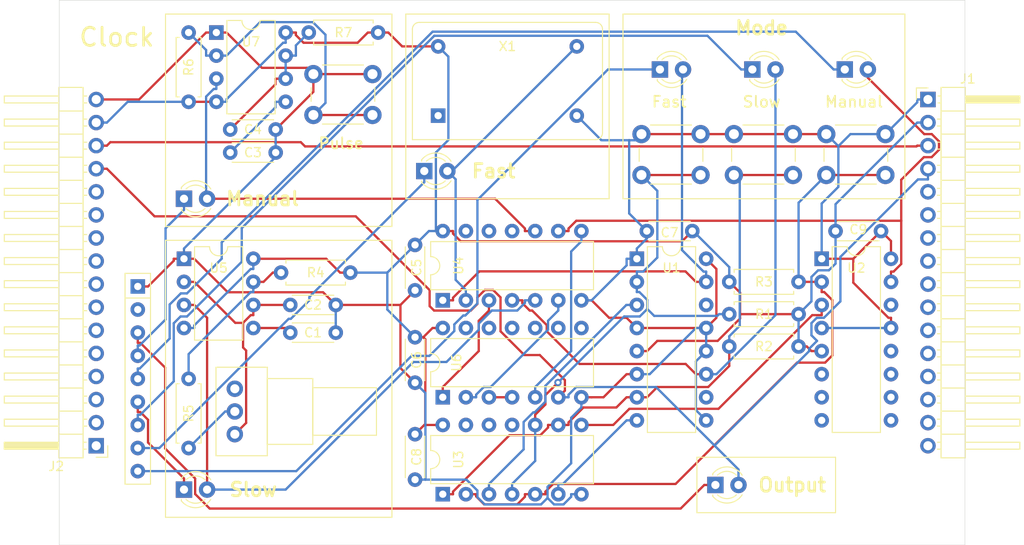
<source format=kicad_pcb>
(kicad_pcb (version 20171130) (host pcbnew "(5.1.9-0-10_14)")

  (general
    (thickness 1.6)
    (drawings 34)
    (tracks 505)
    (zones 0)
    (modules 39)
    (nets 65)
  )

  (page A4)
  (layers
    (0 F.Cu signal)
    (31 B.Cu signal)
    (32 B.Adhes user)
    (33 F.Adhes user)
    (34 B.Paste user)
    (35 F.Paste user)
    (36 B.SilkS user)
    (37 F.SilkS user)
    (38 B.Mask user)
    (39 F.Mask user)
    (40 Dwgs.User user)
    (41 Cmts.User user)
    (42 Eco1.User user)
    (43 Eco2.User user)
    (44 Edge.Cuts user)
    (45 Margin user)
    (46 B.CrtYd user)
    (47 F.CrtYd user)
    (48 B.Fab user)
    (49 F.Fab user)
  )

  (setup
    (last_trace_width 0.25)
    (trace_clearance 0.2)
    (zone_clearance 0.508)
    (zone_45_only no)
    (trace_min 0.2)
    (via_size 0.8)
    (via_drill 0.4)
    (via_min_size 0.4)
    (via_min_drill 0.3)
    (uvia_size 0.3)
    (uvia_drill 0.1)
    (uvias_allowed no)
    (uvia_min_size 0.2)
    (uvia_min_drill 0.1)
    (edge_width 0.05)
    (segment_width 0.2)
    (pcb_text_width 0.3)
    (pcb_text_size 1.5 1.5)
    (mod_edge_width 0.12)
    (mod_text_size 1 1)
    (mod_text_width 0.15)
    (pad_size 1.524 1.524)
    (pad_drill 0.762)
    (pad_to_mask_clearance 0)
    (aux_axis_origin 0 0)
    (visible_elements FFFFFF7F)
    (pcbplotparams
      (layerselection 0x010fc_ffffffff)
      (usegerberextensions false)
      (usegerberattributes true)
      (usegerberadvancedattributes true)
      (creategerberjobfile true)
      (excludeedgelayer true)
      (linewidth 0.100000)
      (plotframeref false)
      (viasonmask false)
      (mode 1)
      (useauxorigin false)
      (hpglpennumber 1)
      (hpglpenspeed 20)
      (hpglpendiameter 15.000000)
      (psnegative false)
      (psa4output false)
      (plotreference true)
      (plotvalue true)
      (plotinvisibletext false)
      (padsonsilk false)
      (subtractmaskfromsilk false)
      (outputformat 1)
      (mirror false)
      (drillshape 1)
      (scaleselection 1)
      (outputdirectory ""))
  )

  (net 0 "")
  (net 1 GND)
  (net 2 "Net-(C1-Pad1)")
  (net 3 "Net-(C2-Pad1)")
  (net 4 "Net-(C3-Pad1)")
  (net 5 "Net-(C4-Pad1)")
  (net 6 "Net-(D1-Pad2)")
  (net 7 "Net-(D1-Pad1)")
  (net 8 "Net-(D2-Pad2)")
  (net 9 "Net-(D2-Pad1)")
  (net 10 "Net-(D3-Pad2)")
  (net 11 "Net-(D3-Pad1)")
  (net 12 "Net-(D4-Pad2)")
  (net 13 "Net-(D4-Pad1)")
  (net 14 "Net-(D5-Pad2)")
  (net 15 "Net-(D5-Pad1)")
  (net 16 "Net-(D6-Pad2)")
  (net 17 "Net-(D6-Pad1)")
  (net 18 CLOCK)
  (net 19 "Net-(D7-Pad1)")
  (net 20 "Net-(J1-Pad16)")
  (net 21 "Net-(J1-Pad15)")
  (net 22 "Net-(J1-Pad14)")
  (net 23 "Net-(J1-Pad13)")
  (net 24 "Net-(J1-Pad12)")
  (net 25 "Net-(J1-Pad11)")
  (net 26 "Net-(J1-Pad10)")
  (net 27 "Net-(J1-Pad9)")
  (net 28 "Net-(J1-Pad8)")
  (net 29 "Net-(J1-Pad7)")
  (net 30 "Net-(J1-Pad6)")
  (net 31 "Net-(J1-Pad5)")
  (net 32 RESET)
  (net 33 VCC)
  (net 34 "Net-(J2-Pad12)")
  (net 35 "Net-(J2-Pad11)")
  (net 36 "Net-(J2-Pad10)")
  (net 37 "Net-(J2-Pad9)")
  (net 38 "Net-(J2-Pad8)")
  (net 39 "Net-(J2-Pad7)")
  (net 40 "Net-(J2-Pad6)")
  (net 41 "Net-(J2-Pad5)")
  (net 42 "Net-(J2-Pad4)")
  (net 43 "Net-(J2-Pad3)")
  (net 44 "Net-(J2-Pad2)")
  (net 45 "Net-(J2-Pad1)")
  (net 46 "Net-(R1-Pad2)")
  (net 47 "Net-(R2-Pad2)")
  (net 48 "Net-(R3-Pad2)")
  (net 49 "Net-(R4-Pad1)")
  (net 50 "Net-(R5-Pad1)")
  (net 51 "Net-(R6-Pad1)")
  (net 52 "Net-(RN1-Pad2)")
  (net 53 "Net-(RV1-Pad3)")
  (net 54 "Net-(U1-Pad8)")
  (net 55 "Net-(U1-Pad14)")
  (net 56 "Net-(U1-Pad3)")
  (net 57 "Net-(U1-Pad10)")
  (net 58 "Net-(U2-Pad14)")
  (net 59 "Net-(U2-Pad3)")
  (net 60 "Net-(U4-Pad6)")
  (net 61 "Net-(U4-Pad3)")
  (net 62 "Net-(U4-Pad8)")
  (net 63 "Net-(U6-Pad3)")
  (net 64 "Net-(X1-Pad1)")

  (net_class Default "This is the default net class."
    (clearance 0.2)
    (trace_width 0.25)
    (via_dia 0.8)
    (via_drill 0.4)
    (uvia_dia 0.3)
    (uvia_drill 0.1)
    (add_net CLOCK)
    (add_net GND)
    (add_net "Net-(C1-Pad1)")
    (add_net "Net-(C2-Pad1)")
    (add_net "Net-(C3-Pad1)")
    (add_net "Net-(C4-Pad1)")
    (add_net "Net-(D1-Pad1)")
    (add_net "Net-(D1-Pad2)")
    (add_net "Net-(D2-Pad1)")
    (add_net "Net-(D2-Pad2)")
    (add_net "Net-(D3-Pad1)")
    (add_net "Net-(D3-Pad2)")
    (add_net "Net-(D4-Pad1)")
    (add_net "Net-(D4-Pad2)")
    (add_net "Net-(D5-Pad1)")
    (add_net "Net-(D5-Pad2)")
    (add_net "Net-(D6-Pad1)")
    (add_net "Net-(D6-Pad2)")
    (add_net "Net-(D7-Pad1)")
    (add_net "Net-(J1-Pad10)")
    (add_net "Net-(J1-Pad11)")
    (add_net "Net-(J1-Pad12)")
    (add_net "Net-(J1-Pad13)")
    (add_net "Net-(J1-Pad14)")
    (add_net "Net-(J1-Pad15)")
    (add_net "Net-(J1-Pad16)")
    (add_net "Net-(J1-Pad5)")
    (add_net "Net-(J1-Pad6)")
    (add_net "Net-(J1-Pad7)")
    (add_net "Net-(J1-Pad8)")
    (add_net "Net-(J1-Pad9)")
    (add_net "Net-(J2-Pad1)")
    (add_net "Net-(J2-Pad10)")
    (add_net "Net-(J2-Pad11)")
    (add_net "Net-(J2-Pad12)")
    (add_net "Net-(J2-Pad2)")
    (add_net "Net-(J2-Pad3)")
    (add_net "Net-(J2-Pad4)")
    (add_net "Net-(J2-Pad5)")
    (add_net "Net-(J2-Pad6)")
    (add_net "Net-(J2-Pad7)")
    (add_net "Net-(J2-Pad8)")
    (add_net "Net-(J2-Pad9)")
    (add_net "Net-(R1-Pad2)")
    (add_net "Net-(R2-Pad2)")
    (add_net "Net-(R3-Pad2)")
    (add_net "Net-(R4-Pad1)")
    (add_net "Net-(R5-Pad1)")
    (add_net "Net-(R6-Pad1)")
    (add_net "Net-(RN1-Pad2)")
    (add_net "Net-(RV1-Pad3)")
    (add_net "Net-(U1-Pad10)")
    (add_net "Net-(U1-Pad14)")
    (add_net "Net-(U1-Pad3)")
    (add_net "Net-(U1-Pad8)")
    (add_net "Net-(U2-Pad14)")
    (add_net "Net-(U2-Pad3)")
    (add_net "Net-(U4-Pad3)")
    (add_net "Net-(U4-Pad6)")
    (add_net "Net-(U4-Pad8)")
    (add_net "Net-(U6-Pad3)")
    (add_net "Net-(X1-Pad1)")
    (add_net RESET)
    (add_net VCC)
  )

  (module Capacitor_THT:C_Disc_D4.3mm_W1.9mm_P5.00mm (layer F.Cu) (tedit 5AE50EF0) (tstamp 5F9D5215)
    (at 116.84 59.436)
    (descr "C, Disc series, Radial, pin pitch=5.00mm, , diameter*width=4.3*1.9mm^2, Capacitor, http://www.vishay.com/docs/45233/krseries.pdf")
    (tags "C Disc series Radial pin pitch 5.00mm  diameter 4.3mm width 1.9mm Capacitor")
    (path /5FE96A3B)
    (fp_text reference C9 (at 2.5 -0.168) (layer F.SilkS)
      (effects (font (size 1 1) (thickness 0.15)))
    )
    (fp_text value 0.1uF (at 2.5 2.2) (layer F.Fab)
      (effects (font (size 1 1) (thickness 0.15)))
    )
    (fp_line (start 0.35 -0.95) (end 0.35 0.95) (layer F.Fab) (width 0.1))
    (fp_line (start 0.35 0.95) (end 4.65 0.95) (layer F.Fab) (width 0.1))
    (fp_line (start 4.65 0.95) (end 4.65 -0.95) (layer F.Fab) (width 0.1))
    (fp_line (start 4.65 -0.95) (end 0.35 -0.95) (layer F.Fab) (width 0.1))
    (fp_line (start 0.23 -1.07) (end 4.77 -1.07) (layer F.SilkS) (width 0.12))
    (fp_line (start 0.23 1.07) (end 4.77 1.07) (layer F.SilkS) (width 0.12))
    (fp_line (start 0.23 -1.07) (end 0.23 -1.055) (layer F.SilkS) (width 0.12))
    (fp_line (start 0.23 1.055) (end 0.23 1.07) (layer F.SilkS) (width 0.12))
    (fp_line (start 4.77 -1.07) (end 4.77 -1.055) (layer F.SilkS) (width 0.12))
    (fp_line (start 4.77 1.055) (end 4.77 1.07) (layer F.SilkS) (width 0.12))
    (fp_line (start -1.05 -1.2) (end -1.05 1.2) (layer F.CrtYd) (width 0.05))
    (fp_line (start -1.05 1.2) (end 6.05 1.2) (layer F.CrtYd) (width 0.05))
    (fp_line (start 6.05 1.2) (end 6.05 -1.2) (layer F.CrtYd) (width 0.05))
    (fp_line (start 6.05 -1.2) (end -1.05 -1.2) (layer F.CrtYd) (width 0.05))
    (fp_text user %R (at 2.5 0) (layer F.Fab)
      (effects (font (size 0.86 0.86) (thickness 0.129)))
    )
    (pad 1 thru_hole circle (at 0 0) (size 1.6 1.6) (drill 0.8) (layers *.Cu *.Mask)
      (net 33 VCC))
    (pad 2 thru_hole circle (at 5 0) (size 1.6 1.6) (drill 0.8) (layers *.Cu *.Mask)
      (net 1 GND))
    (model ${KISYS3DMOD}/Capacitor_THT.3dshapes/C_Disc_D4.3mm_W1.9mm_P5.00mm.wrl
      (at (xyz 0 0 0))
      (scale (xyz 1 1 1))
      (rotate (xyz 0 0 0))
    )
  )

  (module Capacitor_THT:C_Disc_D4.3mm_W1.9mm_P5.00mm (layer F.Cu) (tedit 5AE50EF0) (tstamp 5F9D5200)
    (at 70.612 81.788 270)
    (descr "C, Disc series, Radial, pin pitch=5.00mm, , diameter*width=4.3*1.9mm^2, Capacitor, http://www.vishay.com/docs/45233/krseries.pdf")
    (tags "C Disc series Radial pin pitch 5.00mm  diameter 4.3mm width 1.9mm Capacitor")
    (path /5FE8FF5E)
    (fp_text reference C8 (at 2.5 -0.168 90) (layer F.SilkS)
      (effects (font (size 1 1) (thickness 0.15)))
    )
    (fp_text value 0.1uF (at 2.5 2.2 90) (layer F.Fab)
      (effects (font (size 1 1) (thickness 0.15)))
    )
    (fp_line (start 6.05 -1.2) (end -1.05 -1.2) (layer F.CrtYd) (width 0.05))
    (fp_line (start 6.05 1.2) (end 6.05 -1.2) (layer F.CrtYd) (width 0.05))
    (fp_line (start -1.05 1.2) (end 6.05 1.2) (layer F.CrtYd) (width 0.05))
    (fp_line (start -1.05 -1.2) (end -1.05 1.2) (layer F.CrtYd) (width 0.05))
    (fp_line (start 4.77 1.055) (end 4.77 1.07) (layer F.SilkS) (width 0.12))
    (fp_line (start 4.77 -1.07) (end 4.77 -1.055) (layer F.SilkS) (width 0.12))
    (fp_line (start 0.23 1.055) (end 0.23 1.07) (layer F.SilkS) (width 0.12))
    (fp_line (start 0.23 -1.07) (end 0.23 -1.055) (layer F.SilkS) (width 0.12))
    (fp_line (start 0.23 1.07) (end 4.77 1.07) (layer F.SilkS) (width 0.12))
    (fp_line (start 0.23 -1.07) (end 4.77 -1.07) (layer F.SilkS) (width 0.12))
    (fp_line (start 4.65 -0.95) (end 0.35 -0.95) (layer F.Fab) (width 0.1))
    (fp_line (start 4.65 0.95) (end 4.65 -0.95) (layer F.Fab) (width 0.1))
    (fp_line (start 0.35 0.95) (end 4.65 0.95) (layer F.Fab) (width 0.1))
    (fp_line (start 0.35 -0.95) (end 0.35 0.95) (layer F.Fab) (width 0.1))
    (fp_text user %R (at 2.5 0 90) (layer F.Fab)
      (effects (font (size 0.86 0.86) (thickness 0.129)))
    )
    (pad 2 thru_hole circle (at 5 0 270) (size 1.6 1.6) (drill 0.8) (layers *.Cu *.Mask)
      (net 1 GND))
    (pad 1 thru_hole circle (at 0 0 270) (size 1.6 1.6) (drill 0.8) (layers *.Cu *.Mask)
      (net 33 VCC))
    (model ${KISYS3DMOD}/Capacitor_THT.3dshapes/C_Disc_D4.3mm_W1.9mm_P5.00mm.wrl
      (at (xyz 0 0 0))
      (scale (xyz 1 1 1))
      (rotate (xyz 0 0 0))
    )
  )

  (module Capacitor_THT:C_Disc_D4.3mm_W1.9mm_P5.00mm (layer F.Cu) (tedit 5AE50EF0) (tstamp 5F9D51EB)
    (at 101.092 59.436 180)
    (descr "C, Disc series, Radial, pin pitch=5.00mm, , diameter*width=4.3*1.9mm^2, Capacitor, http://www.vishay.com/docs/45233/krseries.pdf")
    (tags "C Disc series Radial pin pitch 5.00mm  diameter 4.3mm width 1.9mm Capacitor")
    (path /5FE89622)
    (fp_text reference C7 (at 2.5 -0.168) (layer F.SilkS)
      (effects (font (size 1 1) (thickness 0.15)))
    )
    (fp_text value 0.1uF (at 2.5 2.2) (layer F.Fab)
      (effects (font (size 1 1) (thickness 0.15)))
    )
    (fp_line (start 0.35 -0.95) (end 0.35 0.95) (layer F.Fab) (width 0.1))
    (fp_line (start 0.35 0.95) (end 4.65 0.95) (layer F.Fab) (width 0.1))
    (fp_line (start 4.65 0.95) (end 4.65 -0.95) (layer F.Fab) (width 0.1))
    (fp_line (start 4.65 -0.95) (end 0.35 -0.95) (layer F.Fab) (width 0.1))
    (fp_line (start 0.23 -1.07) (end 4.77 -1.07) (layer F.SilkS) (width 0.12))
    (fp_line (start 0.23 1.07) (end 4.77 1.07) (layer F.SilkS) (width 0.12))
    (fp_line (start 0.23 -1.07) (end 0.23 -1.055) (layer F.SilkS) (width 0.12))
    (fp_line (start 0.23 1.055) (end 0.23 1.07) (layer F.SilkS) (width 0.12))
    (fp_line (start 4.77 -1.07) (end 4.77 -1.055) (layer F.SilkS) (width 0.12))
    (fp_line (start 4.77 1.055) (end 4.77 1.07) (layer F.SilkS) (width 0.12))
    (fp_line (start -1.05 -1.2) (end -1.05 1.2) (layer F.CrtYd) (width 0.05))
    (fp_line (start -1.05 1.2) (end 6.05 1.2) (layer F.CrtYd) (width 0.05))
    (fp_line (start 6.05 1.2) (end 6.05 -1.2) (layer F.CrtYd) (width 0.05))
    (fp_line (start 6.05 -1.2) (end -1.05 -1.2) (layer F.CrtYd) (width 0.05))
    (fp_text user %R (at 2.5 0) (layer F.Fab)
      (effects (font (size 0.86 0.86) (thickness 0.129)))
    )
    (pad 1 thru_hole circle (at 0 0 180) (size 1.6 1.6) (drill 0.8) (layers *.Cu *.Mask)
      (net 33 VCC))
    (pad 2 thru_hole circle (at 5 0 180) (size 1.6 1.6) (drill 0.8) (layers *.Cu *.Mask)
      (net 1 GND))
    (model ${KISYS3DMOD}/Capacitor_THT.3dshapes/C_Disc_D4.3mm_W1.9mm_P5.00mm.wrl
      (at (xyz 0 0 0))
      (scale (xyz 1 1 1))
      (rotate (xyz 0 0 0))
    )
  )

  (module Capacitor_THT:C_Disc_D4.3mm_W1.9mm_P5.00mm (layer F.Cu) (tedit 5AE50EF0) (tstamp 5F9D51D6)
    (at 70.612 71.12 270)
    (descr "C, Disc series, Radial, pin pitch=5.00mm, , diameter*width=4.3*1.9mm^2, Capacitor, http://www.vishay.com/docs/45233/krseries.pdf")
    (tags "C Disc series Radial pin pitch 5.00mm  diameter 4.3mm width 1.9mm Capacitor")
    (path /5FE83127)
    (fp_text reference C6 (at 2.5 -0.168 90) (layer F.SilkS)
      (effects (font (size 1 1) (thickness 0.15)))
    )
    (fp_text value 0.1uF (at 2.5 2.2 90) (layer F.Fab)
      (effects (font (size 1 1) (thickness 0.15)))
    )
    (fp_line (start 6.05 -1.2) (end -1.05 -1.2) (layer F.CrtYd) (width 0.05))
    (fp_line (start 6.05 1.2) (end 6.05 -1.2) (layer F.CrtYd) (width 0.05))
    (fp_line (start -1.05 1.2) (end 6.05 1.2) (layer F.CrtYd) (width 0.05))
    (fp_line (start -1.05 -1.2) (end -1.05 1.2) (layer F.CrtYd) (width 0.05))
    (fp_line (start 4.77 1.055) (end 4.77 1.07) (layer F.SilkS) (width 0.12))
    (fp_line (start 4.77 -1.07) (end 4.77 -1.055) (layer F.SilkS) (width 0.12))
    (fp_line (start 0.23 1.055) (end 0.23 1.07) (layer F.SilkS) (width 0.12))
    (fp_line (start 0.23 -1.07) (end 0.23 -1.055) (layer F.SilkS) (width 0.12))
    (fp_line (start 0.23 1.07) (end 4.77 1.07) (layer F.SilkS) (width 0.12))
    (fp_line (start 0.23 -1.07) (end 4.77 -1.07) (layer F.SilkS) (width 0.12))
    (fp_line (start 4.65 -0.95) (end 0.35 -0.95) (layer F.Fab) (width 0.1))
    (fp_line (start 4.65 0.95) (end 4.65 -0.95) (layer F.Fab) (width 0.1))
    (fp_line (start 0.35 0.95) (end 4.65 0.95) (layer F.Fab) (width 0.1))
    (fp_line (start 0.35 -0.95) (end 0.35 0.95) (layer F.Fab) (width 0.1))
    (fp_text user %R (at 2.5 0 90) (layer F.Fab)
      (effects (font (size 0.86 0.86) (thickness 0.129)))
    )
    (pad 2 thru_hole circle (at 5 0 270) (size 1.6 1.6) (drill 0.8) (layers *.Cu *.Mask)
      (net 1 GND))
    (pad 1 thru_hole circle (at 0 0 270) (size 1.6 1.6) (drill 0.8) (layers *.Cu *.Mask)
      (net 33 VCC))
    (model ${KISYS3DMOD}/Capacitor_THT.3dshapes/C_Disc_D4.3mm_W1.9mm_P5.00mm.wrl
      (at (xyz 0 0 0))
      (scale (xyz 1 1 1))
      (rotate (xyz 0 0 0))
    )
  )

  (module Capacitor_THT:C_Disc_D4.3mm_W1.9mm_P5.00mm (layer F.Cu) (tedit 5AE50EF0) (tstamp 5F9D51C1)
    (at 70.612 60.96 270)
    (descr "C, Disc series, Radial, pin pitch=5.00mm, , diameter*width=4.3*1.9mm^2, Capacitor, http://www.vishay.com/docs/45233/krseries.pdf")
    (tags "C Disc series Radial pin pitch 5.00mm  diameter 4.3mm width 1.9mm Capacitor")
    (path /5FE6E67B)
    (fp_text reference C5 (at 2.5 -0.168 90) (layer F.SilkS)
      (effects (font (size 1 1) (thickness 0.15)))
    )
    (fp_text value 0.1uF (at 2.5 2.2 90) (layer F.Fab)
      (effects (font (size 1 1) (thickness 0.15)))
    )
    (fp_line (start 6.05 -1.2) (end -1.05 -1.2) (layer F.CrtYd) (width 0.05))
    (fp_line (start 6.05 1.2) (end 6.05 -1.2) (layer F.CrtYd) (width 0.05))
    (fp_line (start -1.05 1.2) (end 6.05 1.2) (layer F.CrtYd) (width 0.05))
    (fp_line (start -1.05 -1.2) (end -1.05 1.2) (layer F.CrtYd) (width 0.05))
    (fp_line (start 4.77 1.055) (end 4.77 1.07) (layer F.SilkS) (width 0.12))
    (fp_line (start 4.77 -1.07) (end 4.77 -1.055) (layer F.SilkS) (width 0.12))
    (fp_line (start 0.23 1.055) (end 0.23 1.07) (layer F.SilkS) (width 0.12))
    (fp_line (start 0.23 -1.07) (end 0.23 -1.055) (layer F.SilkS) (width 0.12))
    (fp_line (start 0.23 1.07) (end 4.77 1.07) (layer F.SilkS) (width 0.12))
    (fp_line (start 0.23 -1.07) (end 4.77 -1.07) (layer F.SilkS) (width 0.12))
    (fp_line (start 4.65 -0.95) (end 0.35 -0.95) (layer F.Fab) (width 0.1))
    (fp_line (start 4.65 0.95) (end 4.65 -0.95) (layer F.Fab) (width 0.1))
    (fp_line (start 0.35 0.95) (end 4.65 0.95) (layer F.Fab) (width 0.1))
    (fp_line (start 0.35 -0.95) (end 0.35 0.95) (layer F.Fab) (width 0.1))
    (fp_text user %R (at 2.5 0 90) (layer F.Fab)
      (effects (font (size 0.86 0.86) (thickness 0.129)))
    )
    (pad 2 thru_hole circle (at 5 0 270) (size 1.6 1.6) (drill 0.8) (layers *.Cu *.Mask)
      (net 1 GND))
    (pad 1 thru_hole circle (at 0 0 270) (size 1.6 1.6) (drill 0.8) (layers *.Cu *.Mask)
      (net 33 VCC))
    (model ${KISYS3DMOD}/Capacitor_THT.3dshapes/C_Disc_D4.3mm_W1.9mm_P5.00mm.wrl
      (at (xyz 0 0 0))
      (scale (xyz 1 1 1))
      (rotate (xyz 0 0 0))
    )
  )

  (module Oscillator:Oscillator_DIP-14 (layer F.Cu) (tedit 58CD3344) (tstamp 5F9CCA5F)
    (at 73.152 46.736)
    (descr "Oscillator, DIP14, http://cdn-reichelt.de/documents/datenblatt/B400/OSZI.pdf")
    (tags oscillator)
    (path /5F7ED5F8)
    (fp_text reference X1 (at 7.62 -7.62) (layer F.SilkS)
      (effects (font (size 1 1) (thickness 0.15)))
    )
    (fp_text value ACO-xxxMHz (at 7.62 3.74) (layer F.Fab)
      (effects (font (size 1 1) (thickness 0.15)))
    )
    (fp_line (start -2.73 2.54) (end -2.73 -9.51) (layer F.Fab) (width 0.1))
    (fp_line (start -2.08 -10.16) (end 17.32 -10.16) (layer F.Fab) (width 0.1))
    (fp_line (start 17.97 -9.51) (end 17.97 1.89) (layer F.Fab) (width 0.1))
    (fp_line (start -2.73 2.54) (end 17.32 2.54) (layer F.Fab) (width 0.1))
    (fp_line (start -2.83 2.64) (end 17.32 2.64) (layer F.SilkS) (width 0.12))
    (fp_line (start 18.07 1.89) (end 18.07 -9.51) (layer F.SilkS) (width 0.12))
    (fp_line (start 17.32 -10.26) (end -2.08 -10.26) (layer F.SilkS) (width 0.12))
    (fp_line (start -2.83 -9.51) (end -2.83 2.64) (layer F.SilkS) (width 0.12))
    (fp_line (start -1.73 1.54) (end 16.62 1.54) (layer F.Fab) (width 0.1))
    (fp_line (start -1.73 1.54) (end -1.73 -8.81) (layer F.Fab) (width 0.1))
    (fp_line (start -1.38 -9.16) (end 16.62 -9.16) (layer F.Fab) (width 0.1))
    (fp_line (start 16.97 1.19) (end 16.97 -8.81) (layer F.Fab) (width 0.1))
    (fp_line (start -2.98 2.79) (end 18.22 2.79) (layer F.CrtYd) (width 0.05))
    (fp_line (start -2.98 -10.41) (end -2.98 2.79) (layer F.CrtYd) (width 0.05))
    (fp_line (start 18.22 -10.41) (end -2.98 -10.41) (layer F.CrtYd) (width 0.05))
    (fp_line (start 18.22 2.79) (end 18.22 -10.41) (layer F.CrtYd) (width 0.05))
    (fp_arc (start -2.08 -9.51) (end -2.73 -9.51) (angle 90) (layer F.Fab) (width 0.1))
    (fp_arc (start 17.32 -9.51) (end 17.32 -10.16) (angle 90) (layer F.Fab) (width 0.1))
    (fp_arc (start 17.32 1.89) (end 17.97 1.89) (angle 90) (layer F.Fab) (width 0.1))
    (fp_arc (start -2.08 -9.51) (end -2.83 -9.51) (angle 90) (layer F.SilkS) (width 0.12))
    (fp_arc (start 17.32 -9.51) (end 17.32 -10.26) (angle 90) (layer F.SilkS) (width 0.12))
    (fp_arc (start 17.32 1.89) (end 18.07 1.89) (angle 90) (layer F.SilkS) (width 0.12))
    (fp_arc (start -1.38 -8.81) (end -1.73 -8.81) (angle 90) (layer F.Fab) (width 0.1))
    (fp_arc (start 16.62 -8.81) (end 16.62 -9.16) (angle 90) (layer F.Fab) (width 0.1))
    (fp_arc (start 16.62 1.19) (end 16.97 1.19) (angle 90) (layer F.Fab) (width 0.1))
    (fp_text user %R (at 7.62 -3.81) (layer F.Fab)
      (effects (font (size 1 1) (thickness 0.15)))
    )
    (pad 7 thru_hole circle (at 15.24 0) (size 1.6 1.6) (drill 0.8) (layers *.Cu *.Mask)
      (net 1 GND))
    (pad 8 thru_hole circle (at 15.24 -7.62) (size 1.6 1.6) (drill 0.8) (layers *.Cu *.Mask)
      (net 8 "Net-(D2-Pad2)"))
    (pad 14 thru_hole circle (at 0 -7.62) (size 1.6 1.6) (drill 0.8) (layers *.Cu *.Mask)
      (net 33 VCC))
    (pad 1 thru_hole rect (at 0 0) (size 1.6 1.6) (drill 0.8) (layers *.Cu *.Mask)
      (net 64 "Net-(X1-Pad1)"))
    (model ${KISYS3DMOD}/Oscillator.3dshapes/Oscillator_DIP-14.wrl
      (at (xyz 0 0 0))
      (scale (xyz 1 1 1))
      (rotate (xyz 0 0 0))
    )
  )

  (module Package_DIP:DIP-8_W7.62mm (layer F.Cu) (tedit 5A02E8C5) (tstamp 5F9D6511)
    (at 48.768 37.592)
    (descr "8-lead though-hole mounted DIP package, row spacing 7.62 mm (300 mils)")
    (tags "THT DIP DIL PDIP 2.54mm 7.62mm 300mil")
    (path /5FB2032A)
    (fp_text reference U7 (at 3.81 1.016) (layer F.SilkS)
      (effects (font (size 1 1) (thickness 0.15)))
    )
    (fp_text value LM555xN (at 3.81 9.95) (layer F.Fab)
      (effects (font (size 1 1) (thickness 0.15)))
    )
    (fp_line (start 8.7 -1.55) (end -1.1 -1.55) (layer F.CrtYd) (width 0.05))
    (fp_line (start 8.7 9.15) (end 8.7 -1.55) (layer F.CrtYd) (width 0.05))
    (fp_line (start -1.1 9.15) (end 8.7 9.15) (layer F.CrtYd) (width 0.05))
    (fp_line (start -1.1 -1.55) (end -1.1 9.15) (layer F.CrtYd) (width 0.05))
    (fp_line (start 6.46 -1.33) (end 4.81 -1.33) (layer F.SilkS) (width 0.12))
    (fp_line (start 6.46 8.95) (end 6.46 -1.33) (layer F.SilkS) (width 0.12))
    (fp_line (start 1.16 8.95) (end 6.46 8.95) (layer F.SilkS) (width 0.12))
    (fp_line (start 1.16 -1.33) (end 1.16 8.95) (layer F.SilkS) (width 0.12))
    (fp_line (start 2.81 -1.33) (end 1.16 -1.33) (layer F.SilkS) (width 0.12))
    (fp_line (start 0.635 -0.27) (end 1.635 -1.27) (layer F.Fab) (width 0.1))
    (fp_line (start 0.635 8.89) (end 0.635 -0.27) (layer F.Fab) (width 0.1))
    (fp_line (start 6.985 8.89) (end 0.635 8.89) (layer F.Fab) (width 0.1))
    (fp_line (start 6.985 -1.27) (end 6.985 8.89) (layer F.Fab) (width 0.1))
    (fp_line (start 1.635 -1.27) (end 6.985 -1.27) (layer F.Fab) (width 0.1))
    (fp_text user %R (at 3.81 3.81) (layer F.Fab)
      (effects (font (size 1 1) (thickness 0.15)))
    )
    (fp_arc (start 3.81 -1.33) (end 2.81 -1.33) (angle -180) (layer F.SilkS) (width 0.12))
    (pad 8 thru_hole oval (at 7.62 0) (size 1.6 1.6) (drill 0.8) (layers *.Cu *.Mask)
      (net 33 VCC))
    (pad 4 thru_hole oval (at 0 7.62) (size 1.6 1.6) (drill 0.8) (layers *.Cu *.Mask)
      (net 33 VCC))
    (pad 7 thru_hole oval (at 7.62 2.54) (size 1.6 1.6) (drill 0.8) (layers *.Cu *.Mask)
      (net 5 "Net-(C4-Pad1)"))
    (pad 3 thru_hole oval (at 0 5.08) (size 1.6 1.6) (drill 0.8) (layers *.Cu *.Mask)
      (net 16 "Net-(D6-Pad2)"))
    (pad 6 thru_hole oval (at 7.62 5.08) (size 1.6 1.6) (drill 0.8) (layers *.Cu *.Mask)
      (net 5 "Net-(C4-Pad1)"))
    (pad 2 thru_hole oval (at 0 2.54) (size 1.6 1.6) (drill 0.8) (layers *.Cu *.Mask)
      (net 51 "Net-(R6-Pad1)"))
    (pad 5 thru_hole oval (at 7.62 7.62) (size 1.6 1.6) (drill 0.8) (layers *.Cu *.Mask)
      (net 4 "Net-(C3-Pad1)"))
    (pad 1 thru_hole rect (at 0 0) (size 1.6 1.6) (drill 0.8) (layers *.Cu *.Mask)
      (net 1 GND))
    (model ${KISYS3DMOD}/Package_DIP.3dshapes/DIP-8_W7.62mm.wrl
      (at (xyz 0 0 0))
      (scale (xyz 1 1 1))
      (rotate (xyz 0 0 0))
    )
  )

  (module Package_DIP:DIP-14_W7.62mm (layer F.Cu) (tedit 5A02E8C5) (tstamp 5F9D24B8)
    (at 73.66 77.724 90)
    (descr "14-lead though-hole mounted DIP package, row spacing 7.62 mm (300 mils)")
    (tags "THT DIP DIL PDIP 2.54mm 7.62mm 300mil")
    (path /5FB792A7)
    (fp_text reference U6 (at 3.81 1.524 90) (layer F.SilkS)
      (effects (font (size 1 1) (thickness 0.15)))
    )
    (fp_text value 74LS32 (at 3.81 17.57 90) (layer F.Fab)
      (effects (font (size 1 1) (thickness 0.15)))
    )
    (fp_line (start 8.7 -1.55) (end -1.1 -1.55) (layer F.CrtYd) (width 0.05))
    (fp_line (start 8.7 16.8) (end 8.7 -1.55) (layer F.CrtYd) (width 0.05))
    (fp_line (start -1.1 16.8) (end 8.7 16.8) (layer F.CrtYd) (width 0.05))
    (fp_line (start -1.1 -1.55) (end -1.1 16.8) (layer F.CrtYd) (width 0.05))
    (fp_line (start 6.46 -1.33) (end 4.81 -1.33) (layer F.SilkS) (width 0.12))
    (fp_line (start 6.46 16.57) (end 6.46 -1.33) (layer F.SilkS) (width 0.12))
    (fp_line (start 1.16 16.57) (end 6.46 16.57) (layer F.SilkS) (width 0.12))
    (fp_line (start 1.16 -1.33) (end 1.16 16.57) (layer F.SilkS) (width 0.12))
    (fp_line (start 2.81 -1.33) (end 1.16 -1.33) (layer F.SilkS) (width 0.12))
    (fp_line (start 0.635 -0.27) (end 1.635 -1.27) (layer F.Fab) (width 0.1))
    (fp_line (start 0.635 16.51) (end 0.635 -0.27) (layer F.Fab) (width 0.1))
    (fp_line (start 6.985 16.51) (end 0.635 16.51) (layer F.Fab) (width 0.1))
    (fp_line (start 6.985 -1.27) (end 6.985 16.51) (layer F.Fab) (width 0.1))
    (fp_line (start 1.635 -1.27) (end 6.985 -1.27) (layer F.Fab) (width 0.1))
    (fp_text user %R (at 3.81 7.62 90) (layer F.Fab)
      (effects (font (size 1 1) (thickness 0.15)))
    )
    (fp_arc (start 3.81 -1.33) (end 2.81 -1.33) (angle -180) (layer F.SilkS) (width 0.12))
    (pad 14 thru_hole oval (at 7.62 0 90) (size 1.6 1.6) (drill 0.8) (layers *.Cu *.Mask)
      (net 33 VCC))
    (pad 7 thru_hole oval (at 0 15.24 90) (size 1.6 1.6) (drill 0.8) (layers *.Cu *.Mask)
      (net 1 GND))
    (pad 13 thru_hole oval (at 7.62 2.54 90) (size 1.6 1.6) (drill 0.8) (layers *.Cu *.Mask))
    (pad 6 thru_hole oval (at 0 12.7 90) (size 1.6 1.6) (drill 0.8) (layers *.Cu *.Mask)
      (net 18 CLOCK))
    (pad 12 thru_hole oval (at 7.62 5.08 90) (size 1.6 1.6) (drill 0.8) (layers *.Cu *.Mask))
    (pad 5 thru_hole oval (at 0 10.16 90) (size 1.6 1.6) (drill 0.8) (layers *.Cu *.Mask)
      (net 62 "Net-(U4-Pad8)"))
    (pad 11 thru_hole oval (at 7.62 7.62 90) (size 1.6 1.6) (drill 0.8) (layers *.Cu *.Mask))
    (pad 4 thru_hole oval (at 0 7.62 90) (size 1.6 1.6) (drill 0.8) (layers *.Cu *.Mask)
      (net 63 "Net-(U6-Pad3)"))
    (pad 10 thru_hole oval (at 7.62 10.16 90) (size 1.6 1.6) (drill 0.8) (layers *.Cu *.Mask))
    (pad 3 thru_hole oval (at 0 5.08 90) (size 1.6 1.6) (drill 0.8) (layers *.Cu *.Mask)
      (net 63 "Net-(U6-Pad3)"))
    (pad 9 thru_hole oval (at 7.62 12.7 90) (size 1.6 1.6) (drill 0.8) (layers *.Cu *.Mask))
    (pad 2 thru_hole oval (at 0 2.54 90) (size 1.6 1.6) (drill 0.8) (layers *.Cu *.Mask)
      (net 60 "Net-(U4-Pad6)"))
    (pad 8 thru_hole oval (at 7.62 15.24 90) (size 1.6 1.6) (drill 0.8) (layers *.Cu *.Mask))
    (pad 1 thru_hole rect (at 0 0 90) (size 1.6 1.6) (drill 0.8) (layers *.Cu *.Mask)
      (net 61 "Net-(U4-Pad3)"))
    (model ${KISYS3DMOD}/Package_DIP.3dshapes/DIP-14_W7.62mm.wrl
      (at (xyz 0 0 0))
      (scale (xyz 1 1 1))
      (rotate (xyz 0 0 0))
    )
  )

  (module Package_DIP:DIP-8_W7.62mm (layer F.Cu) (tedit 5A02E8C5) (tstamp 5F9CC9FF)
    (at 45.212 62.484)
    (descr "8-lead though-hole mounted DIP package, row spacing 7.62 mm (300 mils)")
    (tags "THT DIP DIL PDIP 2.54mm 7.62mm 300mil")
    (path /5F7F4D75)
    (fp_text reference U5 (at 3.81 1.016) (layer F.SilkS)
      (effects (font (size 1 1) (thickness 0.15)))
    )
    (fp_text value LM555xN (at 3.81 9.95) (layer F.Fab)
      (effects (font (size 1 1) (thickness 0.15)))
    )
    (fp_line (start 8.7 -1.55) (end -1.1 -1.55) (layer F.CrtYd) (width 0.05))
    (fp_line (start 8.7 9.15) (end 8.7 -1.55) (layer F.CrtYd) (width 0.05))
    (fp_line (start -1.1 9.15) (end 8.7 9.15) (layer F.CrtYd) (width 0.05))
    (fp_line (start -1.1 -1.55) (end -1.1 9.15) (layer F.CrtYd) (width 0.05))
    (fp_line (start 6.46 -1.33) (end 4.81 -1.33) (layer F.SilkS) (width 0.12))
    (fp_line (start 6.46 8.95) (end 6.46 -1.33) (layer F.SilkS) (width 0.12))
    (fp_line (start 1.16 8.95) (end 6.46 8.95) (layer F.SilkS) (width 0.12))
    (fp_line (start 1.16 -1.33) (end 1.16 8.95) (layer F.SilkS) (width 0.12))
    (fp_line (start 2.81 -1.33) (end 1.16 -1.33) (layer F.SilkS) (width 0.12))
    (fp_line (start 0.635 -0.27) (end 1.635 -1.27) (layer F.Fab) (width 0.1))
    (fp_line (start 0.635 8.89) (end 0.635 -0.27) (layer F.Fab) (width 0.1))
    (fp_line (start 6.985 8.89) (end 0.635 8.89) (layer F.Fab) (width 0.1))
    (fp_line (start 6.985 -1.27) (end 6.985 8.89) (layer F.Fab) (width 0.1))
    (fp_line (start 1.635 -1.27) (end 6.985 -1.27) (layer F.Fab) (width 0.1))
    (fp_text user %R (at 3.81 3.81) (layer F.Fab)
      (effects (font (size 1 1) (thickness 0.15)))
    )
    (fp_arc (start 3.81 -1.33) (end 2.81 -1.33) (angle -180) (layer F.SilkS) (width 0.12))
    (pad 8 thru_hole oval (at 7.62 0) (size 1.6 1.6) (drill 0.8) (layers *.Cu *.Mask)
      (net 33 VCC))
    (pad 4 thru_hole oval (at 0 7.62) (size 1.6 1.6) (drill 0.8) (layers *.Cu *.Mask)
      (net 33 VCC))
    (pad 7 thru_hole oval (at 7.62 2.54) (size 1.6 1.6) (drill 0.8) (layers *.Cu *.Mask)
      (net 49 "Net-(R4-Pad1)"))
    (pad 3 thru_hole oval (at 0 5.08) (size 1.6 1.6) (drill 0.8) (layers *.Cu *.Mask)
      (net 12 "Net-(D4-Pad2)"))
    (pad 6 thru_hole oval (at 7.62 5.08) (size 1.6 1.6) (drill 0.8) (layers *.Cu *.Mask)
      (net 3 "Net-(C2-Pad1)"))
    (pad 2 thru_hole oval (at 0 2.54) (size 1.6 1.6) (drill 0.8) (layers *.Cu *.Mask)
      (net 3 "Net-(C2-Pad1)"))
    (pad 5 thru_hole oval (at 7.62 7.62) (size 1.6 1.6) (drill 0.8) (layers *.Cu *.Mask)
      (net 2 "Net-(C1-Pad1)"))
    (pad 1 thru_hole rect (at 0 0) (size 1.6 1.6) (drill 0.8) (layers *.Cu *.Mask)
      (net 1 GND))
    (model ${KISYS3DMOD}/Package_DIP.3dshapes/DIP-8_W7.62mm.wrl
      (at (xyz 0 0 0))
      (scale (xyz 1 1 1))
      (rotate (xyz 0 0 0))
    )
  )

  (module Package_DIP:DIP-14_W7.62mm (layer F.Cu) (tedit 5A02E8C5) (tstamp 5F9CC9E3)
    (at 73.66 67.056 90)
    (descr "14-lead though-hole mounted DIP package, row spacing 7.62 mm (300 mils)")
    (tags "THT DIP DIL PDIP 2.54mm 7.62mm 300mil")
    (path /5F7FFAD3)
    (fp_text reference U4 (at 3.81 1.734 90) (layer F.SilkS)
      (effects (font (size 1 1) (thickness 0.15)))
    )
    (fp_text value 74LS08 (at 3.81 17.57 90) (layer F.Fab)
      (effects (font (size 1 1) (thickness 0.15)))
    )
    (fp_line (start 8.7 -1.55) (end -1.1 -1.55) (layer F.CrtYd) (width 0.05))
    (fp_line (start 8.7 16.8) (end 8.7 -1.55) (layer F.CrtYd) (width 0.05))
    (fp_line (start -1.1 16.8) (end 8.7 16.8) (layer F.CrtYd) (width 0.05))
    (fp_line (start -1.1 -1.55) (end -1.1 16.8) (layer F.CrtYd) (width 0.05))
    (fp_line (start 6.46 -1.33) (end 4.81 -1.33) (layer F.SilkS) (width 0.12))
    (fp_line (start 6.46 16.57) (end 6.46 -1.33) (layer F.SilkS) (width 0.12))
    (fp_line (start 1.16 16.57) (end 6.46 16.57) (layer F.SilkS) (width 0.12))
    (fp_line (start 1.16 -1.33) (end 1.16 16.57) (layer F.SilkS) (width 0.12))
    (fp_line (start 2.81 -1.33) (end 1.16 -1.33) (layer F.SilkS) (width 0.12))
    (fp_line (start 0.635 -0.27) (end 1.635 -1.27) (layer F.Fab) (width 0.1))
    (fp_line (start 0.635 16.51) (end 0.635 -0.27) (layer F.Fab) (width 0.1))
    (fp_line (start 6.985 16.51) (end 0.635 16.51) (layer F.Fab) (width 0.1))
    (fp_line (start 6.985 -1.27) (end 6.985 16.51) (layer F.Fab) (width 0.1))
    (fp_line (start 1.635 -1.27) (end 6.985 -1.27) (layer F.Fab) (width 0.1))
    (fp_text user %R (at 3.81 7.62 90) (layer F.Fab)
      (effects (font (size 1 1) (thickness 0.15)))
    )
    (fp_arc (start 3.81 -1.33) (end 2.81 -1.33) (angle -180) (layer F.SilkS) (width 0.12))
    (pad 14 thru_hole oval (at 7.62 0 90) (size 1.6 1.6) (drill 0.8) (layers *.Cu *.Mask)
      (net 33 VCC))
    (pad 7 thru_hole oval (at 0 15.24 90) (size 1.6 1.6) (drill 0.8) (layers *.Cu *.Mask)
      (net 1 GND))
    (pad 13 thru_hole oval (at 7.62 2.54 90) (size 1.6 1.6) (drill 0.8) (layers *.Cu *.Mask))
    (pad 6 thru_hole oval (at 0 12.7 90) (size 1.6 1.6) (drill 0.8) (layers *.Cu *.Mask)
      (net 60 "Net-(U4-Pad6)"))
    (pad 12 thru_hole oval (at 7.62 5.08 90) (size 1.6 1.6) (drill 0.8) (layers *.Cu *.Mask))
    (pad 5 thru_hole oval (at 0 10.16 90) (size 1.6 1.6) (drill 0.8) (layers *.Cu *.Mask)
      (net 12 "Net-(D4-Pad2)"))
    (pad 11 thru_hole oval (at 7.62 7.62 90) (size 1.6 1.6) (drill 0.8) (layers *.Cu *.Mask))
    (pad 4 thru_hole oval (at 0 7.62 90) (size 1.6 1.6) (drill 0.8) (layers *.Cu *.Mask)
      (net 10 "Net-(D3-Pad2)"))
    (pad 10 thru_hole oval (at 7.62 10.16 90) (size 1.6 1.6) (drill 0.8) (layers *.Cu *.Mask)
      (net 16 "Net-(D6-Pad2)"))
    (pad 3 thru_hole oval (at 0 5.08 90) (size 1.6 1.6) (drill 0.8) (layers *.Cu *.Mask)
      (net 61 "Net-(U4-Pad3)"))
    (pad 9 thru_hole oval (at 7.62 12.7 90) (size 1.6 1.6) (drill 0.8) (layers *.Cu *.Mask)
      (net 14 "Net-(D5-Pad2)"))
    (pad 2 thru_hole oval (at 0 2.54 90) (size 1.6 1.6) (drill 0.8) (layers *.Cu *.Mask)
      (net 8 "Net-(D2-Pad2)"))
    (pad 8 thru_hole oval (at 7.62 15.24 90) (size 1.6 1.6) (drill 0.8) (layers *.Cu *.Mask)
      (net 62 "Net-(U4-Pad8)"))
    (pad 1 thru_hole rect (at 0 0 90) (size 1.6 1.6) (drill 0.8) (layers *.Cu *.Mask)
      (net 6 "Net-(D1-Pad2)"))
    (model ${KISYS3DMOD}/Package_DIP.3dshapes/DIP-14_W7.62mm.wrl
      (at (xyz 0 0 0))
      (scale (xyz 1 1 1))
      (rotate (xyz 0 0 0))
    )
  )

  (module Package_DIP:DIP-14_W7.62mm (layer F.Cu) (tedit 5A02E8C5) (tstamp 5F9CC9C1)
    (at 73.66 88.392 90)
    (descr "14-lead though-hole mounted DIP package, row spacing 7.62 mm (300 mils)")
    (tags "THT DIP DIL PDIP 2.54mm 7.62mm 300mil")
    (path /5FA41FA3)
    (fp_text reference U3 (at 3.81 1.734 90) (layer F.SilkS)
      (effects (font (size 1 1) (thickness 0.15)))
    )
    (fp_text value 74LS08 (at 3.81 17.57 90) (layer F.Fab)
      (effects (font (size 1 1) (thickness 0.15)))
    )
    (fp_line (start 8.7 -1.55) (end -1.1 -1.55) (layer F.CrtYd) (width 0.05))
    (fp_line (start 8.7 16.8) (end 8.7 -1.55) (layer F.CrtYd) (width 0.05))
    (fp_line (start -1.1 16.8) (end 8.7 16.8) (layer F.CrtYd) (width 0.05))
    (fp_line (start -1.1 -1.55) (end -1.1 16.8) (layer F.CrtYd) (width 0.05))
    (fp_line (start 6.46 -1.33) (end 4.81 -1.33) (layer F.SilkS) (width 0.12))
    (fp_line (start 6.46 16.57) (end 6.46 -1.33) (layer F.SilkS) (width 0.12))
    (fp_line (start 1.16 16.57) (end 6.46 16.57) (layer F.SilkS) (width 0.12))
    (fp_line (start 1.16 -1.33) (end 1.16 16.57) (layer F.SilkS) (width 0.12))
    (fp_line (start 2.81 -1.33) (end 1.16 -1.33) (layer F.SilkS) (width 0.12))
    (fp_line (start 0.635 -0.27) (end 1.635 -1.27) (layer F.Fab) (width 0.1))
    (fp_line (start 0.635 16.51) (end 0.635 -0.27) (layer F.Fab) (width 0.1))
    (fp_line (start 6.985 16.51) (end 0.635 16.51) (layer F.Fab) (width 0.1))
    (fp_line (start 6.985 -1.27) (end 6.985 16.51) (layer F.Fab) (width 0.1))
    (fp_line (start 1.635 -1.27) (end 6.985 -1.27) (layer F.Fab) (width 0.1))
    (fp_text user %R (at 3.81 7.62 90) (layer F.Fab)
      (effects (font (size 1 1) (thickness 0.15)))
    )
    (fp_arc (start 3.81 -1.33) (end 2.81 -1.33) (angle -180) (layer F.SilkS) (width 0.12))
    (pad 14 thru_hole oval (at 7.62 0 90) (size 1.6 1.6) (drill 0.8) (layers *.Cu *.Mask)
      (net 33 VCC))
    (pad 7 thru_hole oval (at 0 15.24 90) (size 1.6 1.6) (drill 0.8) (layers *.Cu *.Mask)
      (net 1 GND))
    (pad 13 thru_hole oval (at 7.62 2.54 90) (size 1.6 1.6) (drill 0.8) (layers *.Cu *.Mask))
    (pad 6 thru_hole oval (at 0 12.7 90) (size 1.6 1.6) (drill 0.8) (layers *.Cu *.Mask)
      (net 54 "Net-(U1-Pad8)"))
    (pad 12 thru_hole oval (at 7.62 5.08 90) (size 1.6 1.6) (drill 0.8) (layers *.Cu *.Mask))
    (pad 5 thru_hole oval (at 0 10.16 90) (size 1.6 1.6) (drill 0.8) (layers *.Cu *.Mask)
      (net 48 "Net-(R3-Pad2)"))
    (pad 11 thru_hole oval (at 7.62 7.62 90) (size 1.6 1.6) (drill 0.8) (layers *.Cu *.Mask))
    (pad 4 thru_hole oval (at 0 7.62 90) (size 1.6 1.6) (drill 0.8) (layers *.Cu *.Mask)
      (net 46 "Net-(R1-Pad2)"))
    (pad 10 thru_hole oval (at 7.62 10.16 90) (size 1.6 1.6) (drill 0.8) (layers *.Cu *.Mask)
      (net 46 "Net-(R1-Pad2)"))
    (pad 3 thru_hole oval (at 0 5.08 90) (size 1.6 1.6) (drill 0.8) (layers *.Cu *.Mask)
      (net 56 "Net-(U1-Pad3)"))
    (pad 9 thru_hole oval (at 7.62 12.7 90) (size 1.6 1.6) (drill 0.8) (layers *.Cu *.Mask)
      (net 47 "Net-(R2-Pad2)"))
    (pad 2 thru_hole oval (at 0 2.54 90) (size 1.6 1.6) (drill 0.8) (layers *.Cu *.Mask)
      (net 48 "Net-(R3-Pad2)"))
    (pad 8 thru_hole oval (at 7.62 15.24 90) (size 1.6 1.6) (drill 0.8) (layers *.Cu *.Mask)
      (net 59 "Net-(U2-Pad3)"))
    (pad 1 thru_hole rect (at 0 0 90) (size 1.6 1.6) (drill 0.8) (layers *.Cu *.Mask)
      (net 47 "Net-(R2-Pad2)"))
    (model ${KISYS3DMOD}/Package_DIP.3dshapes/DIP-14_W7.62mm.wrl
      (at (xyz 0 0 0))
      (scale (xyz 1 1 1))
      (rotate (xyz 0 0 0))
    )
  )

  (module Package_DIP:DIP-16_W7.62mm (layer F.Cu) (tedit 5A02E8C5) (tstamp 5F9D0EA9)
    (at 115.316 62.484)
    (descr "16-lead though-hole mounted DIP package, row spacing 7.62 mm (300 mils)")
    (tags "THT DIP DIL PDIP 2.54mm 7.62mm 300mil")
    (path /5FA07E63)
    (fp_text reference U2 (at 3.81 1.016) (layer F.SilkS)
      (effects (font (size 1 1) (thickness 0.15)))
    )
    (fp_text value 74LS76 (at 3.81 20.11) (layer F.Fab)
      (effects (font (size 1 1) (thickness 0.15)))
    )
    (fp_line (start 1.635 -1.27) (end 6.985 -1.27) (layer F.Fab) (width 0.1))
    (fp_line (start 6.985 -1.27) (end 6.985 19.05) (layer F.Fab) (width 0.1))
    (fp_line (start 6.985 19.05) (end 0.635 19.05) (layer F.Fab) (width 0.1))
    (fp_line (start 0.635 19.05) (end 0.635 -0.27) (layer F.Fab) (width 0.1))
    (fp_line (start 0.635 -0.27) (end 1.635 -1.27) (layer F.Fab) (width 0.1))
    (fp_line (start 2.81 -1.33) (end 1.16 -1.33) (layer F.SilkS) (width 0.12))
    (fp_line (start 1.16 -1.33) (end 1.16 19.11) (layer F.SilkS) (width 0.12))
    (fp_line (start 1.16 19.11) (end 6.46 19.11) (layer F.SilkS) (width 0.12))
    (fp_line (start 6.46 19.11) (end 6.46 -1.33) (layer F.SilkS) (width 0.12))
    (fp_line (start 6.46 -1.33) (end 4.81 -1.33) (layer F.SilkS) (width 0.12))
    (fp_line (start -1.1 -1.55) (end -1.1 19.3) (layer F.CrtYd) (width 0.05))
    (fp_line (start -1.1 19.3) (end 8.7 19.3) (layer F.CrtYd) (width 0.05))
    (fp_line (start 8.7 19.3) (end 8.7 -1.55) (layer F.CrtYd) (width 0.05))
    (fp_line (start 8.7 -1.55) (end -1.1 -1.55) (layer F.CrtYd) (width 0.05))
    (fp_arc (start 3.81 -1.33) (end 2.81 -1.33) (angle -180) (layer F.SilkS) (width 0.12))
    (fp_text user %R (at 3.81 8.89) (layer F.Fab)
      (effects (font (size 1 1) (thickness 0.15)))
    )
    (pad 1 thru_hole rect (at 0 0) (size 1.6 1.6) (drill 0.8) (layers *.Cu *.Mask)
      (net 1 GND))
    (pad 9 thru_hole oval (at 7.62 17.78) (size 1.6 1.6) (drill 0.8) (layers *.Cu *.Mask))
    (pad 2 thru_hole oval (at 0 2.54) (size 1.6 1.6) (drill 0.8) (layers *.Cu *.Mask)
      (net 48 "Net-(R3-Pad2)"))
    (pad 10 thru_hole oval (at 7.62 15.24) (size 1.6 1.6) (drill 0.8) (layers *.Cu *.Mask))
    (pad 3 thru_hole oval (at 0 5.08) (size 1.6 1.6) (drill 0.8) (layers *.Cu *.Mask)
      (net 59 "Net-(U2-Pad3)"))
    (pad 11 thru_hole oval (at 7.62 12.7) (size 1.6 1.6) (drill 0.8) (layers *.Cu *.Mask))
    (pad 4 thru_hole oval (at 0 7.62) (size 1.6 1.6) (drill 0.8) (layers *.Cu *.Mask)
      (net 1 GND))
    (pad 12 thru_hole oval (at 7.62 10.16) (size 1.6 1.6) (drill 0.8) (layers *.Cu *.Mask))
    (pad 5 thru_hole oval (at 0 10.16) (size 1.6 1.6) (drill 0.8) (layers *.Cu *.Mask)
      (net 33 VCC))
    (pad 13 thru_hole oval (at 7.62 7.62) (size 1.6 1.6) (drill 0.8) (layers *.Cu *.Mask)
      (net 1 GND))
    (pad 6 thru_hole oval (at 0 12.7) (size 1.6 1.6) (drill 0.8) (layers *.Cu *.Mask))
    (pad 14 thru_hole oval (at 7.62 5.08) (size 1.6 1.6) (drill 0.8) (layers *.Cu *.Mask)
      (net 58 "Net-(U2-Pad14)"))
    (pad 7 thru_hole oval (at 0 15.24) (size 1.6 1.6) (drill 0.8) (layers *.Cu *.Mask))
    (pad 15 thru_hole oval (at 7.62 2.54) (size 1.6 1.6) (drill 0.8) (layers *.Cu *.Mask)
      (net 14 "Net-(D5-Pad2)"))
    (pad 8 thru_hole oval (at 0 17.78) (size 1.6 1.6) (drill 0.8) (layers *.Cu *.Mask))
    (pad 16 thru_hole oval (at 7.62 0) (size 1.6 1.6) (drill 0.8) (layers *.Cu *.Mask)
      (net 1 GND))
    (model ${KISYS3DMOD}/Package_DIP.3dshapes/DIP-16_W7.62mm.wrl
      (at (xyz 0 0 0))
      (scale (xyz 1 1 1))
      (rotate (xyz 0 0 0))
    )
  )

  (module Package_DIP:DIP-16_W7.62mm (layer F.Cu) (tedit 5A02E8C5) (tstamp 5F9CC97B)
    (at 94.996 62.484)
    (descr "16-lead though-hole mounted DIP package, row spacing 7.62 mm (300 mils)")
    (tags "THT DIP DIL PDIP 2.54mm 7.62mm 300mil")
    (path /5FA035BE)
    (fp_text reference U1 (at 3.81 1.016) (layer F.SilkS)
      (effects (font (size 1 1) (thickness 0.15)))
    )
    (fp_text value 74LS76 (at 3.81 20.11) (layer F.Fab)
      (effects (font (size 1 1) (thickness 0.15)))
    )
    (fp_line (start 1.635 -1.27) (end 6.985 -1.27) (layer F.Fab) (width 0.1))
    (fp_line (start 6.985 -1.27) (end 6.985 19.05) (layer F.Fab) (width 0.1))
    (fp_line (start 6.985 19.05) (end 0.635 19.05) (layer F.Fab) (width 0.1))
    (fp_line (start 0.635 19.05) (end 0.635 -0.27) (layer F.Fab) (width 0.1))
    (fp_line (start 0.635 -0.27) (end 1.635 -1.27) (layer F.Fab) (width 0.1))
    (fp_line (start 2.81 -1.33) (end 1.16 -1.33) (layer F.SilkS) (width 0.12))
    (fp_line (start 1.16 -1.33) (end 1.16 19.11) (layer F.SilkS) (width 0.12))
    (fp_line (start 1.16 19.11) (end 6.46 19.11) (layer F.SilkS) (width 0.12))
    (fp_line (start 6.46 19.11) (end 6.46 -1.33) (layer F.SilkS) (width 0.12))
    (fp_line (start 6.46 -1.33) (end 4.81 -1.33) (layer F.SilkS) (width 0.12))
    (fp_line (start -1.1 -1.55) (end -1.1 19.3) (layer F.CrtYd) (width 0.05))
    (fp_line (start -1.1 19.3) (end 8.7 19.3) (layer F.CrtYd) (width 0.05))
    (fp_line (start 8.7 19.3) (end 8.7 -1.55) (layer F.CrtYd) (width 0.05))
    (fp_line (start 8.7 -1.55) (end -1.1 -1.55) (layer F.CrtYd) (width 0.05))
    (fp_arc (start 3.81 -1.33) (end 2.81 -1.33) (angle -180) (layer F.SilkS) (width 0.12))
    (fp_text user %R (at 3.81 8.89) (layer F.Fab)
      (effects (font (size 1 1) (thickness 0.15)))
    )
    (pad 1 thru_hole rect (at 0 0) (size 1.6 1.6) (drill 0.8) (layers *.Cu *.Mask)
      (net 1 GND))
    (pad 9 thru_hole oval (at 7.62 17.78) (size 1.6 1.6) (drill 0.8) (layers *.Cu *.Mask)
      (net 1 GND))
    (pad 2 thru_hole oval (at 0 2.54) (size 1.6 1.6) (drill 0.8) (layers *.Cu *.Mask)
      (net 46 "Net-(R1-Pad2)"))
    (pad 10 thru_hole oval (at 7.62 15.24) (size 1.6 1.6) (drill 0.8) (layers *.Cu *.Mask)
      (net 57 "Net-(U1-Pad10)"))
    (pad 3 thru_hole oval (at 0 5.08) (size 1.6 1.6) (drill 0.8) (layers *.Cu *.Mask)
      (net 56 "Net-(U1-Pad3)"))
    (pad 11 thru_hole oval (at 7.62 12.7) (size 1.6 1.6) (drill 0.8) (layers *.Cu *.Mask)
      (net 10 "Net-(D3-Pad2)"))
    (pad 4 thru_hole oval (at 0 7.62) (size 1.6 1.6) (drill 0.8) (layers *.Cu *.Mask)
      (net 1 GND))
    (pad 12 thru_hole oval (at 7.62 10.16) (size 1.6 1.6) (drill 0.8) (layers *.Cu *.Mask)
      (net 1 GND))
    (pad 5 thru_hole oval (at 0 10.16) (size 1.6 1.6) (drill 0.8) (layers *.Cu *.Mask)
      (net 33 VCC))
    (pad 13 thru_hole oval (at 7.62 7.62) (size 1.6 1.6) (drill 0.8) (layers *.Cu *.Mask)
      (net 1 GND))
    (pad 6 thru_hole oval (at 0 12.7) (size 1.6 1.6) (drill 0.8) (layers *.Cu *.Mask)
      (net 1 GND))
    (pad 14 thru_hole oval (at 7.62 5.08) (size 1.6 1.6) (drill 0.8) (layers *.Cu *.Mask)
      (net 55 "Net-(U1-Pad14)"))
    (pad 7 thru_hole oval (at 0 15.24) (size 1.6 1.6) (drill 0.8) (layers *.Cu *.Mask)
      (net 47 "Net-(R2-Pad2)"))
    (pad 15 thru_hole oval (at 7.62 2.54) (size 1.6 1.6) (drill 0.8) (layers *.Cu *.Mask)
      (net 6 "Net-(D1-Pad2)"))
    (pad 8 thru_hole oval (at 0 17.78) (size 1.6 1.6) (drill 0.8) (layers *.Cu *.Mask)
      (net 54 "Net-(U1-Pad8)"))
    (pad 16 thru_hole oval (at 7.62 0) (size 1.6 1.6) (drill 0.8) (layers *.Cu *.Mask)
      (net 1 GND))
    (model ${KISYS3DMOD}/Package_DIP.3dshapes/DIP-16_W7.62mm.wrl
      (at (xyz 0 0 0))
      (scale (xyz 1 1 1))
      (rotate (xyz 0 0 0))
    )
  )

  (module Button_Switch_THT:SW_PUSH_6mm (layer F.Cu) (tedit 5A02FE31) (tstamp 5F9D13E3)
    (at 59.436 42.164)
    (descr https://www.omron.com/ecb/products/pdf/en-b3f.pdf)
    (tags "tact sw push 6mm")
    (path /5FB2425E)
    (fp_text reference SW4 (at 3.25 -2) (layer F.SilkS) hide
      (effects (font (size 1 1) (thickness 0.15)))
    )
    (fp_text value SW_Push (at 3.75 6.7) (layer F.Fab)
      (effects (font (size 1 1) (thickness 0.15)))
    )
    (fp_circle (center 3.25 2.25) (end 1.25 2.5) (layer F.Fab) (width 0.1))
    (fp_line (start 6.75 3) (end 6.75 1.5) (layer F.SilkS) (width 0.12))
    (fp_line (start 5.5 -1) (end 1 -1) (layer F.SilkS) (width 0.12))
    (fp_line (start -0.25 1.5) (end -0.25 3) (layer F.SilkS) (width 0.12))
    (fp_line (start 1 5.5) (end 5.5 5.5) (layer F.SilkS) (width 0.12))
    (fp_line (start 8 -1.25) (end 8 5.75) (layer F.CrtYd) (width 0.05))
    (fp_line (start 7.75 6) (end -1.25 6) (layer F.CrtYd) (width 0.05))
    (fp_line (start -1.5 5.75) (end -1.5 -1.25) (layer F.CrtYd) (width 0.05))
    (fp_line (start -1.25 -1.5) (end 7.75 -1.5) (layer F.CrtYd) (width 0.05))
    (fp_line (start -1.5 6) (end -1.25 6) (layer F.CrtYd) (width 0.05))
    (fp_line (start -1.5 5.75) (end -1.5 6) (layer F.CrtYd) (width 0.05))
    (fp_line (start -1.5 -1.5) (end -1.25 -1.5) (layer F.CrtYd) (width 0.05))
    (fp_line (start -1.5 -1.25) (end -1.5 -1.5) (layer F.CrtYd) (width 0.05))
    (fp_line (start 8 -1.5) (end 8 -1.25) (layer F.CrtYd) (width 0.05))
    (fp_line (start 7.75 -1.5) (end 8 -1.5) (layer F.CrtYd) (width 0.05))
    (fp_line (start 8 6) (end 8 5.75) (layer F.CrtYd) (width 0.05))
    (fp_line (start 7.75 6) (end 8 6) (layer F.CrtYd) (width 0.05))
    (fp_line (start 0.25 -0.75) (end 3.25 -0.75) (layer F.Fab) (width 0.1))
    (fp_line (start 0.25 5.25) (end 0.25 -0.75) (layer F.Fab) (width 0.1))
    (fp_line (start 6.25 5.25) (end 0.25 5.25) (layer F.Fab) (width 0.1))
    (fp_line (start 6.25 -0.75) (end 6.25 5.25) (layer F.Fab) (width 0.1))
    (fp_line (start 3.25 -0.75) (end 6.25 -0.75) (layer F.Fab) (width 0.1))
    (fp_text user %R (at 3.25 2.25) (layer F.Fab)
      (effects (font (size 1 1) (thickness 0.15)))
    )
    (pad 1 thru_hole circle (at 6.5 0 90) (size 2 2) (drill 1.1) (layers *.Cu *.Mask)
      (net 1 GND))
    (pad 2 thru_hole circle (at 6.5 4.5 90) (size 2 2) (drill 1.1) (layers *.Cu *.Mask)
      (net 51 "Net-(R6-Pad1)"))
    (pad 1 thru_hole circle (at 0 0 90) (size 2 2) (drill 1.1) (layers *.Cu *.Mask)
      (net 1 GND))
    (pad 2 thru_hole circle (at 0 4.5 90) (size 2 2) (drill 1.1) (layers *.Cu *.Mask)
      (net 51 "Net-(R6-Pad1)"))
    (model ${KISYS3DMOD}/Button_Switch_THT.3dshapes/SW_PUSH_6mm.wrl
      (at (xyz 0 0 0))
      (scale (xyz 1 1 1))
      (rotate (xyz 0 0 0))
    )
  )

  (module Button_Switch_THT:SW_PUSH_6mm (layer F.Cu) (tedit 5A02FE31) (tstamp 5F9D2DEF)
    (at 115.824 48.768)
    (descr https://www.omron.com/ecb/products/pdf/en-b3f.pdf)
    (tags "tact sw push 6mm")
    (path /5FA2ACAE)
    (fp_text reference SW3 (at 3.25 -2) (layer F.SilkS) hide
      (effects (font (size 1 1) (thickness 0.15)))
    )
    (fp_text value SW_Push (at 3.75 6.7) (layer F.Fab)
      (effects (font (size 1 1) (thickness 0.15)))
    )
    (fp_circle (center 3.25 2.25) (end 1.25 2.5) (layer F.Fab) (width 0.1))
    (fp_line (start 6.75 3) (end 6.75 1.5) (layer F.SilkS) (width 0.12))
    (fp_line (start 5.5 -1) (end 1 -1) (layer F.SilkS) (width 0.12))
    (fp_line (start -0.25 1.5) (end -0.25 3) (layer F.SilkS) (width 0.12))
    (fp_line (start 1 5.5) (end 5.5 5.5) (layer F.SilkS) (width 0.12))
    (fp_line (start 8 -1.25) (end 8 5.75) (layer F.CrtYd) (width 0.05))
    (fp_line (start 7.75 6) (end -1.25 6) (layer F.CrtYd) (width 0.05))
    (fp_line (start -1.5 5.75) (end -1.5 -1.25) (layer F.CrtYd) (width 0.05))
    (fp_line (start -1.25 -1.5) (end 7.75 -1.5) (layer F.CrtYd) (width 0.05))
    (fp_line (start -1.5 6) (end -1.25 6) (layer F.CrtYd) (width 0.05))
    (fp_line (start -1.5 5.75) (end -1.5 6) (layer F.CrtYd) (width 0.05))
    (fp_line (start -1.5 -1.5) (end -1.25 -1.5) (layer F.CrtYd) (width 0.05))
    (fp_line (start -1.5 -1.25) (end -1.5 -1.5) (layer F.CrtYd) (width 0.05))
    (fp_line (start 8 -1.5) (end 8 -1.25) (layer F.CrtYd) (width 0.05))
    (fp_line (start 7.75 -1.5) (end 8 -1.5) (layer F.CrtYd) (width 0.05))
    (fp_line (start 8 6) (end 8 5.75) (layer F.CrtYd) (width 0.05))
    (fp_line (start 7.75 6) (end 8 6) (layer F.CrtYd) (width 0.05))
    (fp_line (start 0.25 -0.75) (end 3.25 -0.75) (layer F.Fab) (width 0.1))
    (fp_line (start 0.25 5.25) (end 0.25 -0.75) (layer F.Fab) (width 0.1))
    (fp_line (start 6.25 5.25) (end 0.25 5.25) (layer F.Fab) (width 0.1))
    (fp_line (start 6.25 -0.75) (end 6.25 5.25) (layer F.Fab) (width 0.1))
    (fp_line (start 3.25 -0.75) (end 6.25 -0.75) (layer F.Fab) (width 0.1))
    (fp_text user %R (at 3.25 2.25) (layer F.Fab)
      (effects (font (size 1 1) (thickness 0.15)))
    )
    (pad 1 thru_hole circle (at 6.5 0 90) (size 2 2) (drill 1.1) (layers *.Cu *.Mask)
      (net 1 GND))
    (pad 2 thru_hole circle (at 6.5 4.5 90) (size 2 2) (drill 1.1) (layers *.Cu *.Mask)
      (net 48 "Net-(R3-Pad2)"))
    (pad 1 thru_hole circle (at 0 0 90) (size 2 2) (drill 1.1) (layers *.Cu *.Mask)
      (net 1 GND))
    (pad 2 thru_hole circle (at 0 4.5 90) (size 2 2) (drill 1.1) (layers *.Cu *.Mask)
      (net 48 "Net-(R3-Pad2)"))
    (model ${KISYS3DMOD}/Button_Switch_THT.3dshapes/SW_PUSH_6mm.wrl
      (at (xyz 0 0 0))
      (scale (xyz 1 1 1))
      (rotate (xyz 0 0 0))
    )
  )

  (module Button_Switch_THT:SW_PUSH_6mm (layer F.Cu) (tedit 5A02FE31) (tstamp 5F9D2E49)
    (at 105.664 48.768)
    (descr https://www.omron.com/ecb/products/pdf/en-b3f.pdf)
    (tags "tact sw push 6mm")
    (path /5FA29A14)
    (fp_text reference SW2 (at 3.25 -2) (layer F.SilkS) hide
      (effects (font (size 1 1) (thickness 0.15)))
    )
    (fp_text value SW_Push (at 3.75 6.7) (layer F.Fab)
      (effects (font (size 1 1) (thickness 0.15)))
    )
    (fp_circle (center 3.25 2.25) (end 1.25 2.5) (layer F.Fab) (width 0.1))
    (fp_line (start 6.75 3) (end 6.75 1.5) (layer F.SilkS) (width 0.12))
    (fp_line (start 5.5 -1) (end 1 -1) (layer F.SilkS) (width 0.12))
    (fp_line (start -0.25 1.5) (end -0.25 3) (layer F.SilkS) (width 0.12))
    (fp_line (start 1 5.5) (end 5.5 5.5) (layer F.SilkS) (width 0.12))
    (fp_line (start 8 -1.25) (end 8 5.75) (layer F.CrtYd) (width 0.05))
    (fp_line (start 7.75 6) (end -1.25 6) (layer F.CrtYd) (width 0.05))
    (fp_line (start -1.5 5.75) (end -1.5 -1.25) (layer F.CrtYd) (width 0.05))
    (fp_line (start -1.25 -1.5) (end 7.75 -1.5) (layer F.CrtYd) (width 0.05))
    (fp_line (start -1.5 6) (end -1.25 6) (layer F.CrtYd) (width 0.05))
    (fp_line (start -1.5 5.75) (end -1.5 6) (layer F.CrtYd) (width 0.05))
    (fp_line (start -1.5 -1.5) (end -1.25 -1.5) (layer F.CrtYd) (width 0.05))
    (fp_line (start -1.5 -1.25) (end -1.5 -1.5) (layer F.CrtYd) (width 0.05))
    (fp_line (start 8 -1.5) (end 8 -1.25) (layer F.CrtYd) (width 0.05))
    (fp_line (start 7.75 -1.5) (end 8 -1.5) (layer F.CrtYd) (width 0.05))
    (fp_line (start 8 6) (end 8 5.75) (layer F.CrtYd) (width 0.05))
    (fp_line (start 7.75 6) (end 8 6) (layer F.CrtYd) (width 0.05))
    (fp_line (start 0.25 -0.75) (end 3.25 -0.75) (layer F.Fab) (width 0.1))
    (fp_line (start 0.25 5.25) (end 0.25 -0.75) (layer F.Fab) (width 0.1))
    (fp_line (start 6.25 5.25) (end 0.25 5.25) (layer F.Fab) (width 0.1))
    (fp_line (start 6.25 -0.75) (end 6.25 5.25) (layer F.Fab) (width 0.1))
    (fp_line (start 3.25 -0.75) (end 6.25 -0.75) (layer F.Fab) (width 0.1))
    (fp_text user %R (at 3.25 2.25) (layer F.Fab)
      (effects (font (size 1 1) (thickness 0.15)))
    )
    (pad 1 thru_hole circle (at 6.5 0 90) (size 2 2) (drill 1.1) (layers *.Cu *.Mask)
      (net 1 GND))
    (pad 2 thru_hole circle (at 6.5 4.5 90) (size 2 2) (drill 1.1) (layers *.Cu *.Mask)
      (net 47 "Net-(R2-Pad2)"))
    (pad 1 thru_hole circle (at 0 0 90) (size 2 2) (drill 1.1) (layers *.Cu *.Mask)
      (net 1 GND))
    (pad 2 thru_hole circle (at 0 4.5 90) (size 2 2) (drill 1.1) (layers *.Cu *.Mask)
      (net 47 "Net-(R2-Pad2)"))
    (model ${KISYS3DMOD}/Button_Switch_THT.3dshapes/SW_PUSH_6mm.wrl
      (at (xyz 0 0 0))
      (scale (xyz 1 1 1))
      (rotate (xyz 0 0 0))
    )
  )

  (module Button_Switch_THT:SW_PUSH_6mm (layer F.Cu) (tedit 5A02FE31) (tstamp 5F9D2EA3)
    (at 95.504 48.768)
    (descr https://www.omron.com/ecb/products/pdf/en-b3f.pdf)
    (tags "tact sw push 6mm")
    (path /5FA27874)
    (fp_text reference SW1 (at 3.25 -2) (layer F.SilkS) hide
      (effects (font (size 1 1) (thickness 0.15)))
    )
    (fp_text value SW_Push (at 3.75 6.7) (layer F.Fab)
      (effects (font (size 1 1) (thickness 0.15)))
    )
    (fp_circle (center 3.25 2.25) (end 1.25 2.5) (layer F.Fab) (width 0.1))
    (fp_line (start 6.75 3) (end 6.75 1.5) (layer F.SilkS) (width 0.12))
    (fp_line (start 5.5 -1) (end 1 -1) (layer F.SilkS) (width 0.12))
    (fp_line (start -0.25 1.5) (end -0.25 3) (layer F.SilkS) (width 0.12))
    (fp_line (start 1 5.5) (end 5.5 5.5) (layer F.SilkS) (width 0.12))
    (fp_line (start 8 -1.25) (end 8 5.75) (layer F.CrtYd) (width 0.05))
    (fp_line (start 7.75 6) (end -1.25 6) (layer F.CrtYd) (width 0.05))
    (fp_line (start -1.5 5.75) (end -1.5 -1.25) (layer F.CrtYd) (width 0.05))
    (fp_line (start -1.25 -1.5) (end 7.75 -1.5) (layer F.CrtYd) (width 0.05))
    (fp_line (start -1.5 6) (end -1.25 6) (layer F.CrtYd) (width 0.05))
    (fp_line (start -1.5 5.75) (end -1.5 6) (layer F.CrtYd) (width 0.05))
    (fp_line (start -1.5 -1.5) (end -1.25 -1.5) (layer F.CrtYd) (width 0.05))
    (fp_line (start -1.5 -1.25) (end -1.5 -1.5) (layer F.CrtYd) (width 0.05))
    (fp_line (start 8 -1.5) (end 8 -1.25) (layer F.CrtYd) (width 0.05))
    (fp_line (start 7.75 -1.5) (end 8 -1.5) (layer F.CrtYd) (width 0.05))
    (fp_line (start 8 6) (end 8 5.75) (layer F.CrtYd) (width 0.05))
    (fp_line (start 7.75 6) (end 8 6) (layer F.CrtYd) (width 0.05))
    (fp_line (start 0.25 -0.75) (end 3.25 -0.75) (layer F.Fab) (width 0.1))
    (fp_line (start 0.25 5.25) (end 0.25 -0.75) (layer F.Fab) (width 0.1))
    (fp_line (start 6.25 5.25) (end 0.25 5.25) (layer F.Fab) (width 0.1))
    (fp_line (start 6.25 -0.75) (end 6.25 5.25) (layer F.Fab) (width 0.1))
    (fp_line (start 3.25 -0.75) (end 6.25 -0.75) (layer F.Fab) (width 0.1))
    (fp_text user %R (at 3.25 2.25) (layer F.Fab)
      (effects (font (size 1 1) (thickness 0.15)))
    )
    (pad 1 thru_hole circle (at 6.5 0 90) (size 2 2) (drill 1.1) (layers *.Cu *.Mask)
      (net 1 GND))
    (pad 2 thru_hole circle (at 6.5 4.5 90) (size 2 2) (drill 1.1) (layers *.Cu *.Mask)
      (net 46 "Net-(R1-Pad2)"))
    (pad 1 thru_hole circle (at 0 0 90) (size 2 2) (drill 1.1) (layers *.Cu *.Mask)
      (net 1 GND))
    (pad 2 thru_hole circle (at 0 4.5 90) (size 2 2) (drill 1.1) (layers *.Cu *.Mask)
      (net 46 "Net-(R1-Pad2)"))
    (model ${KISYS3DMOD}/Button_Switch_THT.3dshapes/SW_PUSH_6mm.wrl
      (at (xyz 0 0 0))
      (scale (xyz 1 1 1))
      (rotate (xyz 0 0 0))
    )
  )

  (module Potentiometer_THT:Potentiometer_Alps_RK09Y11_Single_Horizontal (layer F.Cu) (tedit 5A3D4993) (tstamp 5F9CC8DB)
    (at 50.8 81.788)
    (descr "Potentiometer, horizontal, Alps RK09Y11 Single, http://www.alps.com/prod/info/E/HTML/Potentiometer/RotaryPotentiometers/RK09Y11/RK09Y11_list.html")
    (tags "Potentiometer horizontal Alps RK09Y11 Single")
    (path /5FAE211D)
    (fp_text reference RV1 (at 0 -8.5) (layer F.SilkS) hide
      (effects (font (size 1 1) (thickness 0.15)))
    )
    (fp_text value 100k (at 0 3.5) (layer F.Fab)
      (effects (font (size 1 1) (thickness 0.15)))
    )
    (fp_line (start 15.7 -7.5) (end -2.2 -7.5) (layer F.CrtYd) (width 0.05))
    (fp_line (start 15.7 2.5) (end 15.7 -7.5) (layer F.CrtYd) (width 0.05))
    (fp_line (start -2.2 2.5) (end 15.7 2.5) (layer F.CrtYd) (width 0.05))
    (fp_line (start -2.2 -7.5) (end -2.2 2.5) (layer F.CrtYd) (width 0.05))
    (fp_line (start 15.57 -5.12) (end 15.57 0.12) (layer F.SilkS) (width 0.12))
    (fp_line (start 8.57 -5.12) (end 8.57 0.12) (layer F.SilkS) (width 0.12))
    (fp_line (start 8.57 0.12) (end 15.57 0.12) (layer F.SilkS) (width 0.12))
    (fp_line (start 8.57 -5.12) (end 15.57 -5.12) (layer F.SilkS) (width 0.12))
    (fp_line (start 8.57 -6.12) (end 8.57 1.12) (layer F.SilkS) (width 0.12))
    (fp_line (start 3.57 -6.12) (end 3.57 1.12) (layer F.SilkS) (width 0.12))
    (fp_line (start 3.57 1.12) (end 8.57 1.12) (layer F.SilkS) (width 0.12))
    (fp_line (start 3.57 -6.12) (end 8.57 -6.12) (layer F.SilkS) (width 0.12))
    (fp_line (start 3.57 -7.37) (end 3.57 2.37) (layer F.SilkS) (width 0.12))
    (fp_line (start -2.071 -7.37) (end -2.071 2.37) (layer F.SilkS) (width 0.12))
    (fp_line (start -2.071 2.37) (end 3.57 2.37) (layer F.SilkS) (width 0.12))
    (fp_line (start -2.071 -7.37) (end 3.57 -7.37) (layer F.SilkS) (width 0.12))
    (fp_line (start 15.45 -5) (end 8.45 -5) (layer F.Fab) (width 0.1))
    (fp_line (start 15.45 0) (end 15.45 -5) (layer F.Fab) (width 0.1))
    (fp_line (start 8.45 0) (end 15.45 0) (layer F.Fab) (width 0.1))
    (fp_line (start 8.45 -5) (end 8.45 0) (layer F.Fab) (width 0.1))
    (fp_line (start 8.45 -6) (end 3.45 -6) (layer F.Fab) (width 0.1))
    (fp_line (start 8.45 1) (end 8.45 -6) (layer F.Fab) (width 0.1))
    (fp_line (start 3.45 1) (end 8.45 1) (layer F.Fab) (width 0.1))
    (fp_line (start 3.45 -6) (end 3.45 1) (layer F.Fab) (width 0.1))
    (fp_line (start 3.45 -7.25) (end -1.95 -7.25) (layer F.Fab) (width 0.1))
    (fp_line (start 3.45 2.25) (end 3.45 -7.25) (layer F.Fab) (width 0.1))
    (fp_line (start -1.95 2.25) (end 3.45 2.25) (layer F.Fab) (width 0.1))
    (fp_line (start -1.95 -7.25) (end -1.95 2.25) (layer F.Fab) (width 0.1))
    (fp_text user %R (at 0.75 -2.5) (layer F.Fab)
      (effects (font (size 1 1) (thickness 0.15)))
    )
    (pad 1 thru_hole circle (at 0 0) (size 1.8 1.8) (drill 1) (layers *.Cu *.Mask)
      (net 3 "Net-(C2-Pad1)"))
    (pad 2 thru_hole circle (at 0 -2.5) (size 1.8 1.8) (drill 1) (layers *.Cu *.Mask)
      (net 50 "Net-(R5-Pad1)"))
    (pad 3 thru_hole circle (at 0 -5) (size 1.8 1.8) (drill 1) (layers *.Cu *.Mask)
      (net 53 "Net-(RV1-Pad3)"))
    (model ${KISYS3DMOD}/Potentiometer_THT.3dshapes/Potentiometer_Alps_RK09Y11_Single_Horizontal.wrl
      (at (xyz 0 0 0))
      (scale (xyz 1 1 1))
      (rotate (xyz 0 0 0))
    )
  )

  (module Resistor_THT:R_Array_SIP9 (layer F.Cu) (tedit 5A14249F) (tstamp 5F9CC8B7)
    (at 40.132 65.532 270)
    (descr "9-pin Resistor SIP pack")
    (tags R)
    (path /5FC564D8)
    (fp_text reference RN1 (at 11.43 -2.4 90) (layer F.SilkS) hide
      (effects (font (size 1 1) (thickness 0.15)))
    )
    (fp_text value 1k (at 11.43 2.4 90) (layer F.Fab)
      (effects (font (size 1 1) (thickness 0.15)))
    )
    (fp_line (start 22.05 -1.65) (end -1.7 -1.65) (layer F.CrtYd) (width 0.05))
    (fp_line (start 22.05 1.65) (end 22.05 -1.65) (layer F.CrtYd) (width 0.05))
    (fp_line (start -1.7 1.65) (end 22.05 1.65) (layer F.CrtYd) (width 0.05))
    (fp_line (start -1.7 -1.65) (end -1.7 1.65) (layer F.CrtYd) (width 0.05))
    (fp_line (start 1.27 -1.4) (end 1.27 1.4) (layer F.SilkS) (width 0.12))
    (fp_line (start 21.76 -1.4) (end -1.44 -1.4) (layer F.SilkS) (width 0.12))
    (fp_line (start 21.76 1.4) (end 21.76 -1.4) (layer F.SilkS) (width 0.12))
    (fp_line (start -1.44 1.4) (end 21.76 1.4) (layer F.SilkS) (width 0.12))
    (fp_line (start -1.44 -1.4) (end -1.44 1.4) (layer F.SilkS) (width 0.12))
    (fp_line (start 1.27 -1.25) (end 1.27 1.25) (layer F.Fab) (width 0.1))
    (fp_line (start 21.61 -1.25) (end -1.29 -1.25) (layer F.Fab) (width 0.1))
    (fp_line (start 21.61 1.25) (end 21.61 -1.25) (layer F.Fab) (width 0.1))
    (fp_line (start -1.29 1.25) (end 21.61 1.25) (layer F.Fab) (width 0.1))
    (fp_line (start -1.29 -1.25) (end -1.29 1.25) (layer F.Fab) (width 0.1))
    (fp_text user %R (at 10.16 0 90) (layer F.Fab)
      (effects (font (size 1 1) (thickness 0.15)))
    )
    (pad 9 thru_hole oval (at 20.32 0 270) (size 1.6 1.6) (drill 0.8) (layers *.Cu *.Mask)
      (net 7 "Net-(D1-Pad1)"))
    (pad 8 thru_hole oval (at 17.78 0 270) (size 1.6 1.6) (drill 0.8) (layers *.Cu *.Mask)
      (net 9 "Net-(D2-Pad1)"))
    (pad 7 thru_hole oval (at 15.24 0 270) (size 1.6 1.6) (drill 0.8) (layers *.Cu *.Mask)
      (net 11 "Net-(D3-Pad1)"))
    (pad 6 thru_hole oval (at 12.7 0 270) (size 1.6 1.6) (drill 0.8) (layers *.Cu *.Mask)
      (net 13 "Net-(D4-Pad1)"))
    (pad 5 thru_hole oval (at 10.16 0 270) (size 1.6 1.6) (drill 0.8) (layers *.Cu *.Mask)
      (net 15 "Net-(D5-Pad1)"))
    (pad 4 thru_hole oval (at 7.62 0 270) (size 1.6 1.6) (drill 0.8) (layers *.Cu *.Mask)
      (net 17 "Net-(D6-Pad1)"))
    (pad 3 thru_hole oval (at 5.08 0 270) (size 1.6 1.6) (drill 0.8) (layers *.Cu *.Mask)
      (net 19 "Net-(D7-Pad1)"))
    (pad 2 thru_hole oval (at 2.54 0 270) (size 1.6 1.6) (drill 0.8) (layers *.Cu *.Mask)
      (net 52 "Net-(RN1-Pad2)"))
    (pad 1 thru_hole rect (at 0 0 270) (size 1.6 1.6) (drill 0.8) (layers *.Cu *.Mask)
      (net 1 GND))
    (model ${KISYS3DMOD}/Resistor_THT.3dshapes/R_Array_SIP9.wrl
      (at (xyz 0 0 0))
      (scale (xyz 1 1 1))
      (rotate (xyz 0 0 0))
    )
  )

  (module Resistor_THT:R_Axial_DIN0207_L6.3mm_D2.5mm_P7.62mm_Horizontal (layer F.Cu) (tedit 5AE5139B) (tstamp 5F9CC89B)
    (at 58.928 37.592)
    (descr "Resistor, Axial_DIN0207 series, Axial, Horizontal, pin pitch=7.62mm, 0.25W = 1/4W, length*diameter=6.3*2.5mm^2, http://cdn-reichelt.de/documents/datenblatt/B400/1_4W%23YAG.pdf")
    (tags "Resistor Axial_DIN0207 series Axial Horizontal pin pitch 7.62mm 0.25W = 1/4W length 6.3mm diameter 2.5mm")
    (path /5FB2035D)
    (fp_text reference R7 (at 3.81 0) (layer F.SilkS)
      (effects (font (size 1 1) (thickness 0.15)))
    )
    (fp_text value 1M (at 3.81 2.37) (layer F.Fab)
      (effects (font (size 1 1) (thickness 0.15)))
    )
    (fp_line (start 8.67 -1.5) (end -1.05 -1.5) (layer F.CrtYd) (width 0.05))
    (fp_line (start 8.67 1.5) (end 8.67 -1.5) (layer F.CrtYd) (width 0.05))
    (fp_line (start -1.05 1.5) (end 8.67 1.5) (layer F.CrtYd) (width 0.05))
    (fp_line (start -1.05 -1.5) (end -1.05 1.5) (layer F.CrtYd) (width 0.05))
    (fp_line (start 7.08 1.37) (end 7.08 1.04) (layer F.SilkS) (width 0.12))
    (fp_line (start 0.54 1.37) (end 7.08 1.37) (layer F.SilkS) (width 0.12))
    (fp_line (start 0.54 1.04) (end 0.54 1.37) (layer F.SilkS) (width 0.12))
    (fp_line (start 7.08 -1.37) (end 7.08 -1.04) (layer F.SilkS) (width 0.12))
    (fp_line (start 0.54 -1.37) (end 7.08 -1.37) (layer F.SilkS) (width 0.12))
    (fp_line (start 0.54 -1.04) (end 0.54 -1.37) (layer F.SilkS) (width 0.12))
    (fp_line (start 7.62 0) (end 6.96 0) (layer F.Fab) (width 0.1))
    (fp_line (start 0 0) (end 0.66 0) (layer F.Fab) (width 0.1))
    (fp_line (start 6.96 -1.25) (end 0.66 -1.25) (layer F.Fab) (width 0.1))
    (fp_line (start 6.96 1.25) (end 6.96 -1.25) (layer F.Fab) (width 0.1))
    (fp_line (start 0.66 1.25) (end 6.96 1.25) (layer F.Fab) (width 0.1))
    (fp_line (start 0.66 -1.25) (end 0.66 1.25) (layer F.Fab) (width 0.1))
    (fp_text user %R (at 3.81 0) (layer F.Fab)
      (effects (font (size 1 1) (thickness 0.15)))
    )
    (pad 2 thru_hole oval (at 7.62 0) (size 1.6 1.6) (drill 0.8) (layers *.Cu *.Mask)
      (net 33 VCC))
    (pad 1 thru_hole circle (at 0 0) (size 1.6 1.6) (drill 0.8) (layers *.Cu *.Mask)
      (net 5 "Net-(C4-Pad1)"))
    (model ${KISYS3DMOD}/Resistor_THT.3dshapes/R_Axial_DIN0207_L6.3mm_D2.5mm_P7.62mm_Horizontal.wrl
      (at (xyz 0 0 0))
      (scale (xyz 1 1 1))
      (rotate (xyz 0 0 0))
    )
  )

  (module Resistor_THT:R_Axial_DIN0207_L6.3mm_D2.5mm_P7.62mm_Horizontal (layer F.Cu) (tedit 5AE5139B) (tstamp 5F9D6599)
    (at 45.72 37.592 270)
    (descr "Resistor, Axial_DIN0207 series, Axial, Horizontal, pin pitch=7.62mm, 0.25W = 1/4W, length*diameter=6.3*2.5mm^2, http://cdn-reichelt.de/documents/datenblatt/B400/1_4W%23YAG.pdf")
    (tags "Resistor Axial_DIN0207 series Axial Horizontal pin pitch 7.62mm 0.25W = 1/4W length 6.3mm diameter 2.5mm")
    (path /5FB45660)
    (fp_text reference R6 (at 3.81 0 90) (layer F.SilkS)
      (effects (font (size 1 1) (thickness 0.15)))
    )
    (fp_text value 1k (at 3.81 2.37 90) (layer F.Fab)
      (effects (font (size 1 1) (thickness 0.15)))
    )
    (fp_line (start 8.67 -1.5) (end -1.05 -1.5) (layer F.CrtYd) (width 0.05))
    (fp_line (start 8.67 1.5) (end 8.67 -1.5) (layer F.CrtYd) (width 0.05))
    (fp_line (start -1.05 1.5) (end 8.67 1.5) (layer F.CrtYd) (width 0.05))
    (fp_line (start -1.05 -1.5) (end -1.05 1.5) (layer F.CrtYd) (width 0.05))
    (fp_line (start 7.08 1.37) (end 7.08 1.04) (layer F.SilkS) (width 0.12))
    (fp_line (start 0.54 1.37) (end 7.08 1.37) (layer F.SilkS) (width 0.12))
    (fp_line (start 0.54 1.04) (end 0.54 1.37) (layer F.SilkS) (width 0.12))
    (fp_line (start 7.08 -1.37) (end 7.08 -1.04) (layer F.SilkS) (width 0.12))
    (fp_line (start 0.54 -1.37) (end 7.08 -1.37) (layer F.SilkS) (width 0.12))
    (fp_line (start 0.54 -1.04) (end 0.54 -1.37) (layer F.SilkS) (width 0.12))
    (fp_line (start 7.62 0) (end 6.96 0) (layer F.Fab) (width 0.1))
    (fp_line (start 0 0) (end 0.66 0) (layer F.Fab) (width 0.1))
    (fp_line (start 6.96 -1.25) (end 0.66 -1.25) (layer F.Fab) (width 0.1))
    (fp_line (start 6.96 1.25) (end 6.96 -1.25) (layer F.Fab) (width 0.1))
    (fp_line (start 0.66 1.25) (end 6.96 1.25) (layer F.Fab) (width 0.1))
    (fp_line (start 0.66 -1.25) (end 0.66 1.25) (layer F.Fab) (width 0.1))
    (fp_text user %R (at 3.81 0 90) (layer F.Fab)
      (effects (font (size 1 1) (thickness 0.15)))
    )
    (pad 2 thru_hole oval (at 7.62 0 270) (size 1.6 1.6) (drill 0.8) (layers *.Cu *.Mask)
      (net 33 VCC))
    (pad 1 thru_hole circle (at 0 0 270) (size 1.6 1.6) (drill 0.8) (layers *.Cu *.Mask)
      (net 51 "Net-(R6-Pad1)"))
    (model ${KISYS3DMOD}/Resistor_THT.3dshapes/R_Axial_DIN0207_L6.3mm_D2.5mm_P7.62mm_Horizontal.wrl
      (at (xyz 0 0 0))
      (scale (xyz 1 1 1))
      (rotate (xyz 0 0 0))
    )
  )

  (module Resistor_THT:R_Axial_DIN0207_L6.3mm_D2.5mm_P7.62mm_Horizontal (layer F.Cu) (tedit 5AE5139B) (tstamp 5F9CC86D)
    (at 45.72 83.312 90)
    (descr "Resistor, Axial_DIN0207 series, Axial, Horizontal, pin pitch=7.62mm, 0.25W = 1/4W, length*diameter=6.3*2.5mm^2, http://cdn-reichelt.de/documents/datenblatt/B400/1_4W%23YAG.pdf")
    (tags "Resistor Axial_DIN0207 series Axial Horizontal pin pitch 7.62mm 0.25W = 1/4W length 6.3mm diameter 2.5mm")
    (path /5FAE8FF1)
    (fp_text reference R5 (at 3.81 0 90) (layer F.SilkS)
      (effects (font (size 1 1) (thickness 0.15)))
    )
    (fp_text value 1k (at 3.81 2.37 90) (layer F.Fab)
      (effects (font (size 1 1) (thickness 0.15)))
    )
    (fp_line (start 8.67 -1.5) (end -1.05 -1.5) (layer F.CrtYd) (width 0.05))
    (fp_line (start 8.67 1.5) (end 8.67 -1.5) (layer F.CrtYd) (width 0.05))
    (fp_line (start -1.05 1.5) (end 8.67 1.5) (layer F.CrtYd) (width 0.05))
    (fp_line (start -1.05 -1.5) (end -1.05 1.5) (layer F.CrtYd) (width 0.05))
    (fp_line (start 7.08 1.37) (end 7.08 1.04) (layer F.SilkS) (width 0.12))
    (fp_line (start 0.54 1.37) (end 7.08 1.37) (layer F.SilkS) (width 0.12))
    (fp_line (start 0.54 1.04) (end 0.54 1.37) (layer F.SilkS) (width 0.12))
    (fp_line (start 7.08 -1.37) (end 7.08 -1.04) (layer F.SilkS) (width 0.12))
    (fp_line (start 0.54 -1.37) (end 7.08 -1.37) (layer F.SilkS) (width 0.12))
    (fp_line (start 0.54 -1.04) (end 0.54 -1.37) (layer F.SilkS) (width 0.12))
    (fp_line (start 7.62 0) (end 6.96 0) (layer F.Fab) (width 0.1))
    (fp_line (start 0 0) (end 0.66 0) (layer F.Fab) (width 0.1))
    (fp_line (start 6.96 -1.25) (end 0.66 -1.25) (layer F.Fab) (width 0.1))
    (fp_line (start 6.96 1.25) (end 6.96 -1.25) (layer F.Fab) (width 0.1))
    (fp_line (start 0.66 1.25) (end 6.96 1.25) (layer F.Fab) (width 0.1))
    (fp_line (start 0.66 -1.25) (end 0.66 1.25) (layer F.Fab) (width 0.1))
    (fp_text user %R (at 3.81 0 90) (layer F.Fab)
      (effects (font (size 1 1) (thickness 0.15)))
    )
    (pad 2 thru_hole oval (at 7.62 0 90) (size 1.6 1.6) (drill 0.8) (layers *.Cu *.Mask)
      (net 49 "Net-(R4-Pad1)"))
    (pad 1 thru_hole circle (at 0 0 90) (size 1.6 1.6) (drill 0.8) (layers *.Cu *.Mask)
      (net 50 "Net-(R5-Pad1)"))
    (model ${KISYS3DMOD}/Resistor_THT.3dshapes/R_Axial_DIN0207_L6.3mm_D2.5mm_P7.62mm_Horizontal.wrl
      (at (xyz 0 0 0))
      (scale (xyz 1 1 1))
      (rotate (xyz 0 0 0))
    )
  )

  (module Resistor_THT:R_Axial_DIN0207_L6.3mm_D2.5mm_P7.62mm_Horizontal (layer F.Cu) (tedit 5AE5139B) (tstamp 5F9CC856)
    (at 55.88 64.008)
    (descr "Resistor, Axial_DIN0207 series, Axial, Horizontal, pin pitch=7.62mm, 0.25W = 1/4W, length*diameter=6.3*2.5mm^2, http://cdn-reichelt.de/documents/datenblatt/B400/1_4W%23YAG.pdf")
    (tags "Resistor Axial_DIN0207 series Axial Horizontal pin pitch 7.62mm 0.25W = 1/4W length 6.3mm diameter 2.5mm")
    (path /5FAF2F22)
    (fp_text reference R4 (at 3.81 0) (layer F.SilkS)
      (effects (font (size 1 1) (thickness 0.15)))
    )
    (fp_text value 1k (at 3.81 2.37) (layer F.Fab)
      (effects (font (size 1 1) (thickness 0.15)))
    )
    (fp_line (start 8.67 -1.5) (end -1.05 -1.5) (layer F.CrtYd) (width 0.05))
    (fp_line (start 8.67 1.5) (end 8.67 -1.5) (layer F.CrtYd) (width 0.05))
    (fp_line (start -1.05 1.5) (end 8.67 1.5) (layer F.CrtYd) (width 0.05))
    (fp_line (start -1.05 -1.5) (end -1.05 1.5) (layer F.CrtYd) (width 0.05))
    (fp_line (start 7.08 1.37) (end 7.08 1.04) (layer F.SilkS) (width 0.12))
    (fp_line (start 0.54 1.37) (end 7.08 1.37) (layer F.SilkS) (width 0.12))
    (fp_line (start 0.54 1.04) (end 0.54 1.37) (layer F.SilkS) (width 0.12))
    (fp_line (start 7.08 -1.37) (end 7.08 -1.04) (layer F.SilkS) (width 0.12))
    (fp_line (start 0.54 -1.37) (end 7.08 -1.37) (layer F.SilkS) (width 0.12))
    (fp_line (start 0.54 -1.04) (end 0.54 -1.37) (layer F.SilkS) (width 0.12))
    (fp_line (start 7.62 0) (end 6.96 0) (layer F.Fab) (width 0.1))
    (fp_line (start 0 0) (end 0.66 0) (layer F.Fab) (width 0.1))
    (fp_line (start 6.96 -1.25) (end 0.66 -1.25) (layer F.Fab) (width 0.1))
    (fp_line (start 6.96 1.25) (end 6.96 -1.25) (layer F.Fab) (width 0.1))
    (fp_line (start 0.66 1.25) (end 6.96 1.25) (layer F.Fab) (width 0.1))
    (fp_line (start 0.66 -1.25) (end 0.66 1.25) (layer F.Fab) (width 0.1))
    (fp_text user %R (at 3.81 0) (layer F.Fab)
      (effects (font (size 1 1) (thickness 0.15)))
    )
    (pad 2 thru_hole oval (at 7.62 0) (size 1.6 1.6) (drill 0.8) (layers *.Cu *.Mask)
      (net 33 VCC))
    (pad 1 thru_hole circle (at 0 0) (size 1.6 1.6) (drill 0.8) (layers *.Cu *.Mask)
      (net 49 "Net-(R4-Pad1)"))
    (model ${KISYS3DMOD}/Resistor_THT.3dshapes/R_Axial_DIN0207_L6.3mm_D2.5mm_P7.62mm_Horizontal.wrl
      (at (xyz 0 0 0))
      (scale (xyz 1 1 1))
      (rotate (xyz 0 0 0))
    )
  )

  (module Resistor_THT:R_Axial_DIN0207_L6.3mm_D2.5mm_P7.62mm_Horizontal (layer F.Cu) (tedit 5AE5139B) (tstamp 5F9CC83F)
    (at 105.156 65.024)
    (descr "Resistor, Axial_DIN0207 series, Axial, Horizontal, pin pitch=7.62mm, 0.25W = 1/4W, length*diameter=6.3*2.5mm^2, http://cdn-reichelt.de/documents/datenblatt/B400/1_4W%23YAG.pdf")
    (tags "Resistor Axial_DIN0207 series Axial Horizontal pin pitch 7.62mm 0.25W = 1/4W length 6.3mm diameter 2.5mm")
    (path /5FA2FA70)
    (fp_text reference R3 (at 3.81 0) (layer F.SilkS)
      (effects (font (size 1 1) (thickness 0.15)))
    )
    (fp_text value 100k (at 3.81 2.37) (layer F.Fab)
      (effects (font (size 1 1) (thickness 0.15)))
    )
    (fp_line (start 0.66 -1.25) (end 0.66 1.25) (layer F.Fab) (width 0.1))
    (fp_line (start 0.66 1.25) (end 6.96 1.25) (layer F.Fab) (width 0.1))
    (fp_line (start 6.96 1.25) (end 6.96 -1.25) (layer F.Fab) (width 0.1))
    (fp_line (start 6.96 -1.25) (end 0.66 -1.25) (layer F.Fab) (width 0.1))
    (fp_line (start 0 0) (end 0.66 0) (layer F.Fab) (width 0.1))
    (fp_line (start 7.62 0) (end 6.96 0) (layer F.Fab) (width 0.1))
    (fp_line (start 0.54 -1.04) (end 0.54 -1.37) (layer F.SilkS) (width 0.12))
    (fp_line (start 0.54 -1.37) (end 7.08 -1.37) (layer F.SilkS) (width 0.12))
    (fp_line (start 7.08 -1.37) (end 7.08 -1.04) (layer F.SilkS) (width 0.12))
    (fp_line (start 0.54 1.04) (end 0.54 1.37) (layer F.SilkS) (width 0.12))
    (fp_line (start 0.54 1.37) (end 7.08 1.37) (layer F.SilkS) (width 0.12))
    (fp_line (start 7.08 1.37) (end 7.08 1.04) (layer F.SilkS) (width 0.12))
    (fp_line (start -1.05 -1.5) (end -1.05 1.5) (layer F.CrtYd) (width 0.05))
    (fp_line (start -1.05 1.5) (end 8.67 1.5) (layer F.CrtYd) (width 0.05))
    (fp_line (start 8.67 1.5) (end 8.67 -1.5) (layer F.CrtYd) (width 0.05))
    (fp_line (start 8.67 -1.5) (end -1.05 -1.5) (layer F.CrtYd) (width 0.05))
    (fp_text user %R (at 3.81 0) (layer F.Fab)
      (effects (font (size 1 1) (thickness 0.15)))
    )
    (pad 1 thru_hole circle (at 0 0) (size 1.6 1.6) (drill 0.8) (layers *.Cu *.Mask)
      (net 33 VCC))
    (pad 2 thru_hole oval (at 7.62 0) (size 1.6 1.6) (drill 0.8) (layers *.Cu *.Mask)
      (net 48 "Net-(R3-Pad2)"))
    (model ${KISYS3DMOD}/Resistor_THT.3dshapes/R_Axial_DIN0207_L6.3mm_D2.5mm_P7.62mm_Horizontal.wrl
      (at (xyz 0 0 0))
      (scale (xyz 1 1 1))
      (rotate (xyz 0 0 0))
    )
  )

  (module Resistor_THT:R_Axial_DIN0207_L6.3mm_D2.5mm_P7.62mm_Horizontal (layer F.Cu) (tedit 5AE5139B) (tstamp 5F9CC828)
    (at 112.776 72.136 180)
    (descr "Resistor, Axial_DIN0207 series, Axial, Horizontal, pin pitch=7.62mm, 0.25W = 1/4W, length*diameter=6.3*2.5mm^2, http://cdn-reichelt.de/documents/datenblatt/B400/1_4W%23YAG.pdf")
    (tags "Resistor Axial_DIN0207 series Axial Horizontal pin pitch 7.62mm 0.25W = 1/4W length 6.3mm diameter 2.5mm")
    (path /5FA2F226)
    (fp_text reference R2 (at 3.81 0) (layer F.SilkS)
      (effects (font (size 1 1) (thickness 0.15)))
    )
    (fp_text value 100k (at 3.81 2.37) (layer F.Fab)
      (effects (font (size 1 1) (thickness 0.15)))
    )
    (fp_line (start 0.66 -1.25) (end 0.66 1.25) (layer F.Fab) (width 0.1))
    (fp_line (start 0.66 1.25) (end 6.96 1.25) (layer F.Fab) (width 0.1))
    (fp_line (start 6.96 1.25) (end 6.96 -1.25) (layer F.Fab) (width 0.1))
    (fp_line (start 6.96 -1.25) (end 0.66 -1.25) (layer F.Fab) (width 0.1))
    (fp_line (start 0 0) (end 0.66 0) (layer F.Fab) (width 0.1))
    (fp_line (start 7.62 0) (end 6.96 0) (layer F.Fab) (width 0.1))
    (fp_line (start 0.54 -1.04) (end 0.54 -1.37) (layer F.SilkS) (width 0.12))
    (fp_line (start 0.54 -1.37) (end 7.08 -1.37) (layer F.SilkS) (width 0.12))
    (fp_line (start 7.08 -1.37) (end 7.08 -1.04) (layer F.SilkS) (width 0.12))
    (fp_line (start 0.54 1.04) (end 0.54 1.37) (layer F.SilkS) (width 0.12))
    (fp_line (start 0.54 1.37) (end 7.08 1.37) (layer F.SilkS) (width 0.12))
    (fp_line (start 7.08 1.37) (end 7.08 1.04) (layer F.SilkS) (width 0.12))
    (fp_line (start -1.05 -1.5) (end -1.05 1.5) (layer F.CrtYd) (width 0.05))
    (fp_line (start -1.05 1.5) (end 8.67 1.5) (layer F.CrtYd) (width 0.05))
    (fp_line (start 8.67 1.5) (end 8.67 -1.5) (layer F.CrtYd) (width 0.05))
    (fp_line (start 8.67 -1.5) (end -1.05 -1.5) (layer F.CrtYd) (width 0.05))
    (fp_text user %R (at 3.81 0) (layer F.Fab)
      (effects (font (size 1 1) (thickness 0.15)))
    )
    (pad 1 thru_hole circle (at 0 0 180) (size 1.6 1.6) (drill 0.8) (layers *.Cu *.Mask)
      (net 33 VCC))
    (pad 2 thru_hole oval (at 7.62 0 180) (size 1.6 1.6) (drill 0.8) (layers *.Cu *.Mask)
      (net 47 "Net-(R2-Pad2)"))
    (model ${KISYS3DMOD}/Resistor_THT.3dshapes/R_Axial_DIN0207_L6.3mm_D2.5mm_P7.62mm_Horizontal.wrl
      (at (xyz 0 0 0))
      (scale (xyz 1 1 1))
      (rotate (xyz 0 0 0))
    )
  )

  (module Resistor_THT:R_Axial_DIN0207_L6.3mm_D2.5mm_P7.62mm_Horizontal (layer F.Cu) (tedit 5AE5139B) (tstamp 5F9CC811)
    (at 112.776 68.58 180)
    (descr "Resistor, Axial_DIN0207 series, Axial, Horizontal, pin pitch=7.62mm, 0.25W = 1/4W, length*diameter=6.3*2.5mm^2, http://cdn-reichelt.de/documents/datenblatt/B400/1_4W%23YAG.pdf")
    (tags "Resistor Axial_DIN0207 series Axial Horizontal pin pitch 7.62mm 0.25W = 1/4W length 6.3mm diameter 2.5mm")
    (path /5FA2E157)
    (fp_text reference R1 (at 3.81 0) (layer F.SilkS)
      (effects (font (size 1 1) (thickness 0.15)))
    )
    (fp_text value 100k (at 3.81 2.37) (layer F.Fab)
      (effects (font (size 1 1) (thickness 0.15)))
    )
    (fp_line (start 0.66 -1.25) (end 0.66 1.25) (layer F.Fab) (width 0.1))
    (fp_line (start 0.66 1.25) (end 6.96 1.25) (layer F.Fab) (width 0.1))
    (fp_line (start 6.96 1.25) (end 6.96 -1.25) (layer F.Fab) (width 0.1))
    (fp_line (start 6.96 -1.25) (end 0.66 -1.25) (layer F.Fab) (width 0.1))
    (fp_line (start 0 0) (end 0.66 0) (layer F.Fab) (width 0.1))
    (fp_line (start 7.62 0) (end 6.96 0) (layer F.Fab) (width 0.1))
    (fp_line (start 0.54 -1.04) (end 0.54 -1.37) (layer F.SilkS) (width 0.12))
    (fp_line (start 0.54 -1.37) (end 7.08 -1.37) (layer F.SilkS) (width 0.12))
    (fp_line (start 7.08 -1.37) (end 7.08 -1.04) (layer F.SilkS) (width 0.12))
    (fp_line (start 0.54 1.04) (end 0.54 1.37) (layer F.SilkS) (width 0.12))
    (fp_line (start 0.54 1.37) (end 7.08 1.37) (layer F.SilkS) (width 0.12))
    (fp_line (start 7.08 1.37) (end 7.08 1.04) (layer F.SilkS) (width 0.12))
    (fp_line (start -1.05 -1.5) (end -1.05 1.5) (layer F.CrtYd) (width 0.05))
    (fp_line (start -1.05 1.5) (end 8.67 1.5) (layer F.CrtYd) (width 0.05))
    (fp_line (start 8.67 1.5) (end 8.67 -1.5) (layer F.CrtYd) (width 0.05))
    (fp_line (start 8.67 -1.5) (end -1.05 -1.5) (layer F.CrtYd) (width 0.05))
    (fp_text user %R (at 3.81 0) (layer F.Fab)
      (effects (font (size 1 1) (thickness 0.15)))
    )
    (pad 1 thru_hole circle (at 0 0 180) (size 1.6 1.6) (drill 0.8) (layers *.Cu *.Mask)
      (net 33 VCC))
    (pad 2 thru_hole oval (at 7.62 0 180) (size 1.6 1.6) (drill 0.8) (layers *.Cu *.Mask)
      (net 46 "Net-(R1-Pad2)"))
    (model ${KISYS3DMOD}/Resistor_THT.3dshapes/R_Axial_DIN0207_L6.3mm_D2.5mm_P7.62mm_Horizontal.wrl
      (at (xyz 0 0 0))
      (scale (xyz 1 1 1))
      (rotate (xyz 0 0 0))
    )
  )

  (module Connector_PinHeader_2.54mm:PinHeader_1x16_P2.54mm_Horizontal (layer F.Cu) (tedit 59FED5CB) (tstamp 5F9CD4BF)
    (at 35.56 83.058 180)
    (descr "Through hole angled pin header, 1x16, 2.54mm pitch, 6mm pin length, single row")
    (tags "Through hole angled pin header THT 1x16 2.54mm single row")
    (path /5F7EFE17)
    (fp_text reference J2 (at 4.385 -2.27) (layer F.SilkS)
      (effects (font (size 1 1) (thickness 0.15)))
    )
    (fp_text value Conn_01x16 (at 4.385 40.37) (layer F.Fab)
      (effects (font (size 1 1) (thickness 0.15)))
    )
    (fp_line (start 10.55 -1.8) (end -1.8 -1.8) (layer F.CrtYd) (width 0.05))
    (fp_line (start 10.55 39.9) (end 10.55 -1.8) (layer F.CrtYd) (width 0.05))
    (fp_line (start -1.8 39.9) (end 10.55 39.9) (layer F.CrtYd) (width 0.05))
    (fp_line (start -1.8 -1.8) (end -1.8 39.9) (layer F.CrtYd) (width 0.05))
    (fp_line (start -1.27 -1.27) (end 0 -1.27) (layer F.SilkS) (width 0.12))
    (fp_line (start -1.27 0) (end -1.27 -1.27) (layer F.SilkS) (width 0.12))
    (fp_line (start 1.042929 38.48) (end 1.44 38.48) (layer F.SilkS) (width 0.12))
    (fp_line (start 1.042929 37.72) (end 1.44 37.72) (layer F.SilkS) (width 0.12))
    (fp_line (start 10.1 38.48) (end 4.1 38.48) (layer F.SilkS) (width 0.12))
    (fp_line (start 10.1 37.72) (end 10.1 38.48) (layer F.SilkS) (width 0.12))
    (fp_line (start 4.1 37.72) (end 10.1 37.72) (layer F.SilkS) (width 0.12))
    (fp_line (start 1.44 36.83) (end 4.1 36.83) (layer F.SilkS) (width 0.12))
    (fp_line (start 1.042929 35.94) (end 1.44 35.94) (layer F.SilkS) (width 0.12))
    (fp_line (start 1.042929 35.18) (end 1.44 35.18) (layer F.SilkS) (width 0.12))
    (fp_line (start 10.1 35.94) (end 4.1 35.94) (layer F.SilkS) (width 0.12))
    (fp_line (start 10.1 35.18) (end 10.1 35.94) (layer F.SilkS) (width 0.12))
    (fp_line (start 4.1 35.18) (end 10.1 35.18) (layer F.SilkS) (width 0.12))
    (fp_line (start 1.44 34.29) (end 4.1 34.29) (layer F.SilkS) (width 0.12))
    (fp_line (start 1.042929 33.4) (end 1.44 33.4) (layer F.SilkS) (width 0.12))
    (fp_line (start 1.042929 32.64) (end 1.44 32.64) (layer F.SilkS) (width 0.12))
    (fp_line (start 10.1 33.4) (end 4.1 33.4) (layer F.SilkS) (width 0.12))
    (fp_line (start 10.1 32.64) (end 10.1 33.4) (layer F.SilkS) (width 0.12))
    (fp_line (start 4.1 32.64) (end 10.1 32.64) (layer F.SilkS) (width 0.12))
    (fp_line (start 1.44 31.75) (end 4.1 31.75) (layer F.SilkS) (width 0.12))
    (fp_line (start 1.042929 30.86) (end 1.44 30.86) (layer F.SilkS) (width 0.12))
    (fp_line (start 1.042929 30.1) (end 1.44 30.1) (layer F.SilkS) (width 0.12))
    (fp_line (start 10.1 30.86) (end 4.1 30.86) (layer F.SilkS) (width 0.12))
    (fp_line (start 10.1 30.1) (end 10.1 30.86) (layer F.SilkS) (width 0.12))
    (fp_line (start 4.1 30.1) (end 10.1 30.1) (layer F.SilkS) (width 0.12))
    (fp_line (start 1.44 29.21) (end 4.1 29.21) (layer F.SilkS) (width 0.12))
    (fp_line (start 1.042929 28.32) (end 1.44 28.32) (layer F.SilkS) (width 0.12))
    (fp_line (start 1.042929 27.56) (end 1.44 27.56) (layer F.SilkS) (width 0.12))
    (fp_line (start 10.1 28.32) (end 4.1 28.32) (layer F.SilkS) (width 0.12))
    (fp_line (start 10.1 27.56) (end 10.1 28.32) (layer F.SilkS) (width 0.12))
    (fp_line (start 4.1 27.56) (end 10.1 27.56) (layer F.SilkS) (width 0.12))
    (fp_line (start 1.44 26.67) (end 4.1 26.67) (layer F.SilkS) (width 0.12))
    (fp_line (start 1.042929 25.78) (end 1.44 25.78) (layer F.SilkS) (width 0.12))
    (fp_line (start 1.042929 25.02) (end 1.44 25.02) (layer F.SilkS) (width 0.12))
    (fp_line (start 10.1 25.78) (end 4.1 25.78) (layer F.SilkS) (width 0.12))
    (fp_line (start 10.1 25.02) (end 10.1 25.78) (layer F.SilkS) (width 0.12))
    (fp_line (start 4.1 25.02) (end 10.1 25.02) (layer F.SilkS) (width 0.12))
    (fp_line (start 1.44 24.13) (end 4.1 24.13) (layer F.SilkS) (width 0.12))
    (fp_line (start 1.042929 23.24) (end 1.44 23.24) (layer F.SilkS) (width 0.12))
    (fp_line (start 1.042929 22.48) (end 1.44 22.48) (layer F.SilkS) (width 0.12))
    (fp_line (start 10.1 23.24) (end 4.1 23.24) (layer F.SilkS) (width 0.12))
    (fp_line (start 10.1 22.48) (end 10.1 23.24) (layer F.SilkS) (width 0.12))
    (fp_line (start 4.1 22.48) (end 10.1 22.48) (layer F.SilkS) (width 0.12))
    (fp_line (start 1.44 21.59) (end 4.1 21.59) (layer F.SilkS) (width 0.12))
    (fp_line (start 1.042929 20.7) (end 1.44 20.7) (layer F.SilkS) (width 0.12))
    (fp_line (start 1.042929 19.94) (end 1.44 19.94) (layer F.SilkS) (width 0.12))
    (fp_line (start 10.1 20.7) (end 4.1 20.7) (layer F.SilkS) (width 0.12))
    (fp_line (start 10.1 19.94) (end 10.1 20.7) (layer F.SilkS) (width 0.12))
    (fp_line (start 4.1 19.94) (end 10.1 19.94) (layer F.SilkS) (width 0.12))
    (fp_line (start 1.44 19.05) (end 4.1 19.05) (layer F.SilkS) (width 0.12))
    (fp_line (start 1.042929 18.16) (end 1.44 18.16) (layer F.SilkS) (width 0.12))
    (fp_line (start 1.042929 17.4) (end 1.44 17.4) (layer F.SilkS) (width 0.12))
    (fp_line (start 10.1 18.16) (end 4.1 18.16) (layer F.SilkS) (width 0.12))
    (fp_line (start 10.1 17.4) (end 10.1 18.16) (layer F.SilkS) (width 0.12))
    (fp_line (start 4.1 17.4) (end 10.1 17.4) (layer F.SilkS) (width 0.12))
    (fp_line (start 1.44 16.51) (end 4.1 16.51) (layer F.SilkS) (width 0.12))
    (fp_line (start 1.042929 15.62) (end 1.44 15.62) (layer F.SilkS) (width 0.12))
    (fp_line (start 1.042929 14.86) (end 1.44 14.86) (layer F.SilkS) (width 0.12))
    (fp_line (start 10.1 15.62) (end 4.1 15.62) (layer F.SilkS) (width 0.12))
    (fp_line (start 10.1 14.86) (end 10.1 15.62) (layer F.SilkS) (width 0.12))
    (fp_line (start 4.1 14.86) (end 10.1 14.86) (layer F.SilkS) (width 0.12))
    (fp_line (start 1.44 13.97) (end 4.1 13.97) (layer F.SilkS) (width 0.12))
    (fp_line (start 1.042929 13.08) (end 1.44 13.08) (layer F.SilkS) (width 0.12))
    (fp_line (start 1.042929 12.32) (end 1.44 12.32) (layer F.SilkS) (width 0.12))
    (fp_line (start 10.1 13.08) (end 4.1 13.08) (layer F.SilkS) (width 0.12))
    (fp_line (start 10.1 12.32) (end 10.1 13.08) (layer F.SilkS) (width 0.12))
    (fp_line (start 4.1 12.32) (end 10.1 12.32) (layer F.SilkS) (width 0.12))
    (fp_line (start 1.44 11.43) (end 4.1 11.43) (layer F.SilkS) (width 0.12))
    (fp_line (start 1.042929 10.54) (end 1.44 10.54) (layer F.SilkS) (width 0.12))
    (fp_line (start 1.042929 9.78) (end 1.44 9.78) (layer F.SilkS) (width 0.12))
    (fp_line (start 10.1 10.54) (end 4.1 10.54) (layer F.SilkS) (width 0.12))
    (fp_line (start 10.1 9.78) (end 10.1 10.54) (layer F.SilkS) (width 0.12))
    (fp_line (start 4.1 9.78) (end 10.1 9.78) (layer F.SilkS) (width 0.12))
    (fp_line (start 1.44 8.89) (end 4.1 8.89) (layer F.SilkS) (width 0.12))
    (fp_line (start 1.042929 8) (end 1.44 8) (layer F.SilkS) (width 0.12))
    (fp_line (start 1.042929 7.24) (end 1.44 7.24) (layer F.SilkS) (width 0.12))
    (fp_line (start 10.1 8) (end 4.1 8) (layer F.SilkS) (width 0.12))
    (fp_line (start 10.1 7.24) (end 10.1 8) (layer F.SilkS) (width 0.12))
    (fp_line (start 4.1 7.24) (end 10.1 7.24) (layer F.SilkS) (width 0.12))
    (fp_line (start 1.44 6.35) (end 4.1 6.35) (layer F.SilkS) (width 0.12))
    (fp_line (start 1.042929 5.46) (end 1.44 5.46) (layer F.SilkS) (width 0.12))
    (fp_line (start 1.042929 4.7) (end 1.44 4.7) (layer F.SilkS) (width 0.12))
    (fp_line (start 10.1 5.46) (end 4.1 5.46) (layer F.SilkS) (width 0.12))
    (fp_line (start 10.1 4.7) (end 10.1 5.46) (layer F.SilkS) (width 0.12))
    (fp_line (start 4.1 4.7) (end 10.1 4.7) (layer F.SilkS) (width 0.12))
    (fp_line (start 1.44 3.81) (end 4.1 3.81) (layer F.SilkS) (width 0.12))
    (fp_line (start 1.042929 2.92) (end 1.44 2.92) (layer F.SilkS) (width 0.12))
    (fp_line (start 1.042929 2.16) (end 1.44 2.16) (layer F.SilkS) (width 0.12))
    (fp_line (start 10.1 2.92) (end 4.1 2.92) (layer F.SilkS) (width 0.12))
    (fp_line (start 10.1 2.16) (end 10.1 2.92) (layer F.SilkS) (width 0.12))
    (fp_line (start 4.1 2.16) (end 10.1 2.16) (layer F.SilkS) (width 0.12))
    (fp_line (start 1.44 1.27) (end 4.1 1.27) (layer F.SilkS) (width 0.12))
    (fp_line (start 1.11 0.38) (end 1.44 0.38) (layer F.SilkS) (width 0.12))
    (fp_line (start 1.11 -0.38) (end 1.44 -0.38) (layer F.SilkS) (width 0.12))
    (fp_line (start 4.1 0.28) (end 10.1 0.28) (layer F.SilkS) (width 0.12))
    (fp_line (start 4.1 0.16) (end 10.1 0.16) (layer F.SilkS) (width 0.12))
    (fp_line (start 4.1 0.04) (end 10.1 0.04) (layer F.SilkS) (width 0.12))
    (fp_line (start 4.1 -0.08) (end 10.1 -0.08) (layer F.SilkS) (width 0.12))
    (fp_line (start 4.1 -0.2) (end 10.1 -0.2) (layer F.SilkS) (width 0.12))
    (fp_line (start 4.1 -0.32) (end 10.1 -0.32) (layer F.SilkS) (width 0.12))
    (fp_line (start 10.1 0.38) (end 4.1 0.38) (layer F.SilkS) (width 0.12))
    (fp_line (start 10.1 -0.38) (end 10.1 0.38) (layer F.SilkS) (width 0.12))
    (fp_line (start 4.1 -0.38) (end 10.1 -0.38) (layer F.SilkS) (width 0.12))
    (fp_line (start 4.1 -1.33) (end 1.44 -1.33) (layer F.SilkS) (width 0.12))
    (fp_line (start 4.1 39.43) (end 4.1 -1.33) (layer F.SilkS) (width 0.12))
    (fp_line (start 1.44 39.43) (end 4.1 39.43) (layer F.SilkS) (width 0.12))
    (fp_line (start 1.44 -1.33) (end 1.44 39.43) (layer F.SilkS) (width 0.12))
    (fp_line (start 4.04 38.42) (end 10.04 38.42) (layer F.Fab) (width 0.1))
    (fp_line (start 10.04 37.78) (end 10.04 38.42) (layer F.Fab) (width 0.1))
    (fp_line (start 4.04 37.78) (end 10.04 37.78) (layer F.Fab) (width 0.1))
    (fp_line (start -0.32 38.42) (end 1.5 38.42) (layer F.Fab) (width 0.1))
    (fp_line (start -0.32 37.78) (end -0.32 38.42) (layer F.Fab) (width 0.1))
    (fp_line (start -0.32 37.78) (end 1.5 37.78) (layer F.Fab) (width 0.1))
    (fp_line (start 4.04 35.88) (end 10.04 35.88) (layer F.Fab) (width 0.1))
    (fp_line (start 10.04 35.24) (end 10.04 35.88) (layer F.Fab) (width 0.1))
    (fp_line (start 4.04 35.24) (end 10.04 35.24) (layer F.Fab) (width 0.1))
    (fp_line (start -0.32 35.88) (end 1.5 35.88) (layer F.Fab) (width 0.1))
    (fp_line (start -0.32 35.24) (end -0.32 35.88) (layer F.Fab) (width 0.1))
    (fp_line (start -0.32 35.24) (end 1.5 35.24) (layer F.Fab) (width 0.1))
    (fp_line (start 4.04 33.34) (end 10.04 33.34) (layer F.Fab) (width 0.1))
    (fp_line (start 10.04 32.7) (end 10.04 33.34) (layer F.Fab) (width 0.1))
    (fp_line (start 4.04 32.7) (end 10.04 32.7) (layer F.Fab) (width 0.1))
    (fp_line (start -0.32 33.34) (end 1.5 33.34) (layer F.Fab) (width 0.1))
    (fp_line (start -0.32 32.7) (end -0.32 33.34) (layer F.Fab) (width 0.1))
    (fp_line (start -0.32 32.7) (end 1.5 32.7) (layer F.Fab) (width 0.1))
    (fp_line (start 4.04 30.8) (end 10.04 30.8) (layer F.Fab) (width 0.1))
    (fp_line (start 10.04 30.16) (end 10.04 30.8) (layer F.Fab) (width 0.1))
    (fp_line (start 4.04 30.16) (end 10.04 30.16) (layer F.Fab) (width 0.1))
    (fp_line (start -0.32 30.8) (end 1.5 30.8) (layer F.Fab) (width 0.1))
    (fp_line (start -0.32 30.16) (end -0.32 30.8) (layer F.Fab) (width 0.1))
    (fp_line (start -0.32 30.16) (end 1.5 30.16) (layer F.Fab) (width 0.1))
    (fp_line (start 4.04 28.26) (end 10.04 28.26) (layer F.Fab) (width 0.1))
    (fp_line (start 10.04 27.62) (end 10.04 28.26) (layer F.Fab) (width 0.1))
    (fp_line (start 4.04 27.62) (end 10.04 27.62) (layer F.Fab) (width 0.1))
    (fp_line (start -0.32 28.26) (end 1.5 28.26) (layer F.Fab) (width 0.1))
    (fp_line (start -0.32 27.62) (end -0.32 28.26) (layer F.Fab) (width 0.1))
    (fp_line (start -0.32 27.62) (end 1.5 27.62) (layer F.Fab) (width 0.1))
    (fp_line (start 4.04 25.72) (end 10.04 25.72) (layer F.Fab) (width 0.1))
    (fp_line (start 10.04 25.08) (end 10.04 25.72) (layer F.Fab) (width 0.1))
    (fp_line (start 4.04 25.08) (end 10.04 25.08) (layer F.Fab) (width 0.1))
    (fp_line (start -0.32 25.72) (end 1.5 25.72) (layer F.Fab) (width 0.1))
    (fp_line (start -0.32 25.08) (end -0.32 25.72) (layer F.Fab) (width 0.1))
    (fp_line (start -0.32 25.08) (end 1.5 25.08) (layer F.Fab) (width 0.1))
    (fp_line (start 4.04 23.18) (end 10.04 23.18) (layer F.Fab) (width 0.1))
    (fp_line (start 10.04 22.54) (end 10.04 23.18) (layer F.Fab) (width 0.1))
    (fp_line (start 4.04 22.54) (end 10.04 22.54) (layer F.Fab) (width 0.1))
    (fp_line (start -0.32 23.18) (end 1.5 23.18) (layer F.Fab) (width 0.1))
    (fp_line (start -0.32 22.54) (end -0.32 23.18) (layer F.Fab) (width 0.1))
    (fp_line (start -0.32 22.54) (end 1.5 22.54) (layer F.Fab) (width 0.1))
    (fp_line (start 4.04 20.64) (end 10.04 20.64) (layer F.Fab) (width 0.1))
    (fp_line (start 10.04 20) (end 10.04 20.64) (layer F.Fab) (width 0.1))
    (fp_line (start 4.04 20) (end 10.04 20) (layer F.Fab) (width 0.1))
    (fp_line (start -0.32 20.64) (end 1.5 20.64) (layer F.Fab) (width 0.1))
    (fp_line (start -0.32 20) (end -0.32 20.64) (layer F.Fab) (width 0.1))
    (fp_line (start -0.32 20) (end 1.5 20) (layer F.Fab) (width 0.1))
    (fp_line (start 4.04 18.1) (end 10.04 18.1) (layer F.Fab) (width 0.1))
    (fp_line (start 10.04 17.46) (end 10.04 18.1) (layer F.Fab) (width 0.1))
    (fp_line (start 4.04 17.46) (end 10.04 17.46) (layer F.Fab) (width 0.1))
    (fp_line (start -0.32 18.1) (end 1.5 18.1) (layer F.Fab) (width 0.1))
    (fp_line (start -0.32 17.46) (end -0.32 18.1) (layer F.Fab) (width 0.1))
    (fp_line (start -0.32 17.46) (end 1.5 17.46) (layer F.Fab) (width 0.1))
    (fp_line (start 4.04 15.56) (end 10.04 15.56) (layer F.Fab) (width 0.1))
    (fp_line (start 10.04 14.92) (end 10.04 15.56) (layer F.Fab) (width 0.1))
    (fp_line (start 4.04 14.92) (end 10.04 14.92) (layer F.Fab) (width 0.1))
    (fp_line (start -0.32 15.56) (end 1.5 15.56) (layer F.Fab) (width 0.1))
    (fp_line (start -0.32 14.92) (end -0.32 15.56) (layer F.Fab) (width 0.1))
    (fp_line (start -0.32 14.92) (end 1.5 14.92) (layer F.Fab) (width 0.1))
    (fp_line (start 4.04 13.02) (end 10.04 13.02) (layer F.Fab) (width 0.1))
    (fp_line (start 10.04 12.38) (end 10.04 13.02) (layer F.Fab) (width 0.1))
    (fp_line (start 4.04 12.38) (end 10.04 12.38) (layer F.Fab) (width 0.1))
    (fp_line (start -0.32 13.02) (end 1.5 13.02) (layer F.Fab) (width 0.1))
    (fp_line (start -0.32 12.38) (end -0.32 13.02) (layer F.Fab) (width 0.1))
    (fp_line (start -0.32 12.38) (end 1.5 12.38) (layer F.Fab) (width 0.1))
    (fp_line (start 4.04 10.48) (end 10.04 10.48) (layer F.Fab) (width 0.1))
    (fp_line (start 10.04 9.84) (end 10.04 10.48) (layer F.Fab) (width 0.1))
    (fp_line (start 4.04 9.84) (end 10.04 9.84) (layer F.Fab) (width 0.1))
    (fp_line (start -0.32 10.48) (end 1.5 10.48) (layer F.Fab) (width 0.1))
    (fp_line (start -0.32 9.84) (end -0.32 10.48) (layer F.Fab) (width 0.1))
    (fp_line (start -0.32 9.84) (end 1.5 9.84) (layer F.Fab) (width 0.1))
    (fp_line (start 4.04 7.94) (end 10.04 7.94) (layer F.Fab) (width 0.1))
    (fp_line (start 10.04 7.3) (end 10.04 7.94) (layer F.Fab) (width 0.1))
    (fp_line (start 4.04 7.3) (end 10.04 7.3) (layer F.Fab) (width 0.1))
    (fp_line (start -0.32 7.94) (end 1.5 7.94) (layer F.Fab) (width 0.1))
    (fp_line (start -0.32 7.3) (end -0.32 7.94) (layer F.Fab) (width 0.1))
    (fp_line (start -0.32 7.3) (end 1.5 7.3) (layer F.Fab) (width 0.1))
    (fp_line (start 4.04 5.4) (end 10.04 5.4) (layer F.Fab) (width 0.1))
    (fp_line (start 10.04 4.76) (end 10.04 5.4) (layer F.Fab) (width 0.1))
    (fp_line (start 4.04 4.76) (end 10.04 4.76) (layer F.Fab) (width 0.1))
    (fp_line (start -0.32 5.4) (end 1.5 5.4) (layer F.Fab) (width 0.1))
    (fp_line (start -0.32 4.76) (end -0.32 5.4) (layer F.Fab) (width 0.1))
    (fp_line (start -0.32 4.76) (end 1.5 4.76) (layer F.Fab) (width 0.1))
    (fp_line (start 4.04 2.86) (end 10.04 2.86) (layer F.Fab) (width 0.1))
    (fp_line (start 10.04 2.22) (end 10.04 2.86) (layer F.Fab) (width 0.1))
    (fp_line (start 4.04 2.22) (end 10.04 2.22) (layer F.Fab) (width 0.1))
    (fp_line (start -0.32 2.86) (end 1.5 2.86) (layer F.Fab) (width 0.1))
    (fp_line (start -0.32 2.22) (end -0.32 2.86) (layer F.Fab) (width 0.1))
    (fp_line (start -0.32 2.22) (end 1.5 2.22) (layer F.Fab) (width 0.1))
    (fp_line (start 4.04 0.32) (end 10.04 0.32) (layer F.Fab) (width 0.1))
    (fp_line (start 10.04 -0.32) (end 10.04 0.32) (layer F.Fab) (width 0.1))
    (fp_line (start 4.04 -0.32) (end 10.04 -0.32) (layer F.Fab) (width 0.1))
    (fp_line (start -0.32 0.32) (end 1.5 0.32) (layer F.Fab) (width 0.1))
    (fp_line (start -0.32 -0.32) (end -0.32 0.32) (layer F.Fab) (width 0.1))
    (fp_line (start -0.32 -0.32) (end 1.5 -0.32) (layer F.Fab) (width 0.1))
    (fp_line (start 1.5 -0.635) (end 2.135 -1.27) (layer F.Fab) (width 0.1))
    (fp_line (start 1.5 39.37) (end 1.5 -0.635) (layer F.Fab) (width 0.1))
    (fp_line (start 4.04 39.37) (end 1.5 39.37) (layer F.Fab) (width 0.1))
    (fp_line (start 4.04 -1.27) (end 4.04 39.37) (layer F.Fab) (width 0.1))
    (fp_line (start 2.135 -1.27) (end 4.04 -1.27) (layer F.Fab) (width 0.1))
    (fp_text user %R (at 2.77 19.05 90) (layer F.Fab)
      (effects (font (size 1 1) (thickness 0.15)))
    )
    (pad 16 thru_hole oval (at 0 38.1 180) (size 1.7 1.7) (drill 1) (layers *.Cu *.Mask)
      (net 1 GND))
    (pad 15 thru_hole oval (at 0 35.56 180) (size 1.7 1.7) (drill 1) (layers *.Cu *.Mask)
      (net 33 VCC))
    (pad 14 thru_hole oval (at 0 33.02 180) (size 1.7 1.7) (drill 1) (layers *.Cu *.Mask)
      (net 32 RESET))
    (pad 13 thru_hole oval (at 0 30.48 180) (size 1.7 1.7) (drill 1) (layers *.Cu *.Mask)
      (net 18 CLOCK))
    (pad 12 thru_hole oval (at 0 27.94 180) (size 1.7 1.7) (drill 1) (layers *.Cu *.Mask)
      (net 34 "Net-(J2-Pad12)"))
    (pad 11 thru_hole oval (at 0 25.4 180) (size 1.7 1.7) (drill 1) (layers *.Cu *.Mask)
      (net 35 "Net-(J2-Pad11)"))
    (pad 10 thru_hole oval (at 0 22.86 180) (size 1.7 1.7) (drill 1) (layers *.Cu *.Mask)
      (net 36 "Net-(J2-Pad10)"))
    (pad 9 thru_hole oval (at 0 20.32 180) (size 1.7 1.7) (drill 1) (layers *.Cu *.Mask)
      (net 37 "Net-(J2-Pad9)"))
    (pad 8 thru_hole oval (at 0 17.78 180) (size 1.7 1.7) (drill 1) (layers *.Cu *.Mask)
      (net 38 "Net-(J2-Pad8)"))
    (pad 7 thru_hole oval (at 0 15.24 180) (size 1.7 1.7) (drill 1) (layers *.Cu *.Mask)
      (net 39 "Net-(J2-Pad7)"))
    (pad 6 thru_hole oval (at 0 12.7 180) (size 1.7 1.7) (drill 1) (layers *.Cu *.Mask)
      (net 40 "Net-(J2-Pad6)"))
    (pad 5 thru_hole oval (at 0 10.16 180) (size 1.7 1.7) (drill 1) (layers *.Cu *.Mask)
      (net 41 "Net-(J2-Pad5)"))
    (pad 4 thru_hole oval (at 0 7.62 180) (size 1.7 1.7) (drill 1) (layers *.Cu *.Mask)
      (net 42 "Net-(J2-Pad4)"))
    (pad 3 thru_hole oval (at 0 5.08 180) (size 1.7 1.7) (drill 1) (layers *.Cu *.Mask)
      (net 43 "Net-(J2-Pad3)"))
    (pad 2 thru_hole oval (at 0 2.54 180) (size 1.7 1.7) (drill 1) (layers *.Cu *.Mask)
      (net 44 "Net-(J2-Pad2)"))
    (pad 1 thru_hole rect (at 0 0 180) (size 1.7 1.7) (drill 1) (layers *.Cu *.Mask)
      (net 45 "Net-(J2-Pad1)"))
    (model ${KISYS3DMOD}/Connector_PinHeader_2.54mm.3dshapes/PinHeader_1x16_P2.54mm_Horizontal.wrl
      (at (xyz 0 0 0))
      (scale (xyz 1 1 1))
      (rotate (xyz 0 0 0))
    )
  )

  (module Connector_PinHeader_2.54mm:PinHeader_1x16_P2.54mm_Horizontal (layer F.Cu) (tedit 59FED5CB) (tstamp 5F9CC711)
    (at 127 44.958)
    (descr "Through hole angled pin header, 1x16, 2.54mm pitch, 6mm pin length, single row")
    (tags "Through hole angled pin header THT 1x16 2.54mm single row")
    (path /5F7EE3BA)
    (fp_text reference J1 (at 4.385 -2.27) (layer F.SilkS)
      (effects (font (size 1 1) (thickness 0.15)))
    )
    (fp_text value Conn_01x16 (at 4.385 40.37) (layer F.Fab)
      (effects (font (size 1 1) (thickness 0.15)))
    )
    (fp_line (start 10.55 -1.8) (end -1.8 -1.8) (layer F.CrtYd) (width 0.05))
    (fp_line (start 10.55 39.9) (end 10.55 -1.8) (layer F.CrtYd) (width 0.05))
    (fp_line (start -1.8 39.9) (end 10.55 39.9) (layer F.CrtYd) (width 0.05))
    (fp_line (start -1.8 -1.8) (end -1.8 39.9) (layer F.CrtYd) (width 0.05))
    (fp_line (start -1.27 -1.27) (end 0 -1.27) (layer F.SilkS) (width 0.12))
    (fp_line (start -1.27 0) (end -1.27 -1.27) (layer F.SilkS) (width 0.12))
    (fp_line (start 1.042929 38.48) (end 1.44 38.48) (layer F.SilkS) (width 0.12))
    (fp_line (start 1.042929 37.72) (end 1.44 37.72) (layer F.SilkS) (width 0.12))
    (fp_line (start 10.1 38.48) (end 4.1 38.48) (layer F.SilkS) (width 0.12))
    (fp_line (start 10.1 37.72) (end 10.1 38.48) (layer F.SilkS) (width 0.12))
    (fp_line (start 4.1 37.72) (end 10.1 37.72) (layer F.SilkS) (width 0.12))
    (fp_line (start 1.44 36.83) (end 4.1 36.83) (layer F.SilkS) (width 0.12))
    (fp_line (start 1.042929 35.94) (end 1.44 35.94) (layer F.SilkS) (width 0.12))
    (fp_line (start 1.042929 35.18) (end 1.44 35.18) (layer F.SilkS) (width 0.12))
    (fp_line (start 10.1 35.94) (end 4.1 35.94) (layer F.SilkS) (width 0.12))
    (fp_line (start 10.1 35.18) (end 10.1 35.94) (layer F.SilkS) (width 0.12))
    (fp_line (start 4.1 35.18) (end 10.1 35.18) (layer F.SilkS) (width 0.12))
    (fp_line (start 1.44 34.29) (end 4.1 34.29) (layer F.SilkS) (width 0.12))
    (fp_line (start 1.042929 33.4) (end 1.44 33.4) (layer F.SilkS) (width 0.12))
    (fp_line (start 1.042929 32.64) (end 1.44 32.64) (layer F.SilkS) (width 0.12))
    (fp_line (start 10.1 33.4) (end 4.1 33.4) (layer F.SilkS) (width 0.12))
    (fp_line (start 10.1 32.64) (end 10.1 33.4) (layer F.SilkS) (width 0.12))
    (fp_line (start 4.1 32.64) (end 10.1 32.64) (layer F.SilkS) (width 0.12))
    (fp_line (start 1.44 31.75) (end 4.1 31.75) (layer F.SilkS) (width 0.12))
    (fp_line (start 1.042929 30.86) (end 1.44 30.86) (layer F.SilkS) (width 0.12))
    (fp_line (start 1.042929 30.1) (end 1.44 30.1) (layer F.SilkS) (width 0.12))
    (fp_line (start 10.1 30.86) (end 4.1 30.86) (layer F.SilkS) (width 0.12))
    (fp_line (start 10.1 30.1) (end 10.1 30.86) (layer F.SilkS) (width 0.12))
    (fp_line (start 4.1 30.1) (end 10.1 30.1) (layer F.SilkS) (width 0.12))
    (fp_line (start 1.44 29.21) (end 4.1 29.21) (layer F.SilkS) (width 0.12))
    (fp_line (start 1.042929 28.32) (end 1.44 28.32) (layer F.SilkS) (width 0.12))
    (fp_line (start 1.042929 27.56) (end 1.44 27.56) (layer F.SilkS) (width 0.12))
    (fp_line (start 10.1 28.32) (end 4.1 28.32) (layer F.SilkS) (width 0.12))
    (fp_line (start 10.1 27.56) (end 10.1 28.32) (layer F.SilkS) (width 0.12))
    (fp_line (start 4.1 27.56) (end 10.1 27.56) (layer F.SilkS) (width 0.12))
    (fp_line (start 1.44 26.67) (end 4.1 26.67) (layer F.SilkS) (width 0.12))
    (fp_line (start 1.042929 25.78) (end 1.44 25.78) (layer F.SilkS) (width 0.12))
    (fp_line (start 1.042929 25.02) (end 1.44 25.02) (layer F.SilkS) (width 0.12))
    (fp_line (start 10.1 25.78) (end 4.1 25.78) (layer F.SilkS) (width 0.12))
    (fp_line (start 10.1 25.02) (end 10.1 25.78) (layer F.SilkS) (width 0.12))
    (fp_line (start 4.1 25.02) (end 10.1 25.02) (layer F.SilkS) (width 0.12))
    (fp_line (start 1.44 24.13) (end 4.1 24.13) (layer F.SilkS) (width 0.12))
    (fp_line (start 1.042929 23.24) (end 1.44 23.24) (layer F.SilkS) (width 0.12))
    (fp_line (start 1.042929 22.48) (end 1.44 22.48) (layer F.SilkS) (width 0.12))
    (fp_line (start 10.1 23.24) (end 4.1 23.24) (layer F.SilkS) (width 0.12))
    (fp_line (start 10.1 22.48) (end 10.1 23.24) (layer F.SilkS) (width 0.12))
    (fp_line (start 4.1 22.48) (end 10.1 22.48) (layer F.SilkS) (width 0.12))
    (fp_line (start 1.44 21.59) (end 4.1 21.59) (layer F.SilkS) (width 0.12))
    (fp_line (start 1.042929 20.7) (end 1.44 20.7) (layer F.SilkS) (width 0.12))
    (fp_line (start 1.042929 19.94) (end 1.44 19.94) (layer F.SilkS) (width 0.12))
    (fp_line (start 10.1 20.7) (end 4.1 20.7) (layer F.SilkS) (width 0.12))
    (fp_line (start 10.1 19.94) (end 10.1 20.7) (layer F.SilkS) (width 0.12))
    (fp_line (start 4.1 19.94) (end 10.1 19.94) (layer F.SilkS) (width 0.12))
    (fp_line (start 1.44 19.05) (end 4.1 19.05) (layer F.SilkS) (width 0.12))
    (fp_line (start 1.042929 18.16) (end 1.44 18.16) (layer F.SilkS) (width 0.12))
    (fp_line (start 1.042929 17.4) (end 1.44 17.4) (layer F.SilkS) (width 0.12))
    (fp_line (start 10.1 18.16) (end 4.1 18.16) (layer F.SilkS) (width 0.12))
    (fp_line (start 10.1 17.4) (end 10.1 18.16) (layer F.SilkS) (width 0.12))
    (fp_line (start 4.1 17.4) (end 10.1 17.4) (layer F.SilkS) (width 0.12))
    (fp_line (start 1.44 16.51) (end 4.1 16.51) (layer F.SilkS) (width 0.12))
    (fp_line (start 1.042929 15.62) (end 1.44 15.62) (layer F.SilkS) (width 0.12))
    (fp_line (start 1.042929 14.86) (end 1.44 14.86) (layer F.SilkS) (width 0.12))
    (fp_line (start 10.1 15.62) (end 4.1 15.62) (layer F.SilkS) (width 0.12))
    (fp_line (start 10.1 14.86) (end 10.1 15.62) (layer F.SilkS) (width 0.12))
    (fp_line (start 4.1 14.86) (end 10.1 14.86) (layer F.SilkS) (width 0.12))
    (fp_line (start 1.44 13.97) (end 4.1 13.97) (layer F.SilkS) (width 0.12))
    (fp_line (start 1.042929 13.08) (end 1.44 13.08) (layer F.SilkS) (width 0.12))
    (fp_line (start 1.042929 12.32) (end 1.44 12.32) (layer F.SilkS) (width 0.12))
    (fp_line (start 10.1 13.08) (end 4.1 13.08) (layer F.SilkS) (width 0.12))
    (fp_line (start 10.1 12.32) (end 10.1 13.08) (layer F.SilkS) (width 0.12))
    (fp_line (start 4.1 12.32) (end 10.1 12.32) (layer F.SilkS) (width 0.12))
    (fp_line (start 1.44 11.43) (end 4.1 11.43) (layer F.SilkS) (width 0.12))
    (fp_line (start 1.042929 10.54) (end 1.44 10.54) (layer F.SilkS) (width 0.12))
    (fp_line (start 1.042929 9.78) (end 1.44 9.78) (layer F.SilkS) (width 0.12))
    (fp_line (start 10.1 10.54) (end 4.1 10.54) (layer F.SilkS) (width 0.12))
    (fp_line (start 10.1 9.78) (end 10.1 10.54) (layer F.SilkS) (width 0.12))
    (fp_line (start 4.1 9.78) (end 10.1 9.78) (layer F.SilkS) (width 0.12))
    (fp_line (start 1.44 8.89) (end 4.1 8.89) (layer F.SilkS) (width 0.12))
    (fp_line (start 1.042929 8) (end 1.44 8) (layer F.SilkS) (width 0.12))
    (fp_line (start 1.042929 7.24) (end 1.44 7.24) (layer F.SilkS) (width 0.12))
    (fp_line (start 10.1 8) (end 4.1 8) (layer F.SilkS) (width 0.12))
    (fp_line (start 10.1 7.24) (end 10.1 8) (layer F.SilkS) (width 0.12))
    (fp_line (start 4.1 7.24) (end 10.1 7.24) (layer F.SilkS) (width 0.12))
    (fp_line (start 1.44 6.35) (end 4.1 6.35) (layer F.SilkS) (width 0.12))
    (fp_line (start 1.042929 5.46) (end 1.44 5.46) (layer F.SilkS) (width 0.12))
    (fp_line (start 1.042929 4.7) (end 1.44 4.7) (layer F.SilkS) (width 0.12))
    (fp_line (start 10.1 5.46) (end 4.1 5.46) (layer F.SilkS) (width 0.12))
    (fp_line (start 10.1 4.7) (end 10.1 5.46) (layer F.SilkS) (width 0.12))
    (fp_line (start 4.1 4.7) (end 10.1 4.7) (layer F.SilkS) (width 0.12))
    (fp_line (start 1.44 3.81) (end 4.1 3.81) (layer F.SilkS) (width 0.12))
    (fp_line (start 1.042929 2.92) (end 1.44 2.92) (layer F.SilkS) (width 0.12))
    (fp_line (start 1.042929 2.16) (end 1.44 2.16) (layer F.SilkS) (width 0.12))
    (fp_line (start 10.1 2.92) (end 4.1 2.92) (layer F.SilkS) (width 0.12))
    (fp_line (start 10.1 2.16) (end 10.1 2.92) (layer F.SilkS) (width 0.12))
    (fp_line (start 4.1 2.16) (end 10.1 2.16) (layer F.SilkS) (width 0.12))
    (fp_line (start 1.44 1.27) (end 4.1 1.27) (layer F.SilkS) (width 0.12))
    (fp_line (start 1.11 0.38) (end 1.44 0.38) (layer F.SilkS) (width 0.12))
    (fp_line (start 1.11 -0.38) (end 1.44 -0.38) (layer F.SilkS) (width 0.12))
    (fp_line (start 4.1 0.28) (end 10.1 0.28) (layer F.SilkS) (width 0.12))
    (fp_line (start 4.1 0.16) (end 10.1 0.16) (layer F.SilkS) (width 0.12))
    (fp_line (start 4.1 0.04) (end 10.1 0.04) (layer F.SilkS) (width 0.12))
    (fp_line (start 4.1 -0.08) (end 10.1 -0.08) (layer F.SilkS) (width 0.12))
    (fp_line (start 4.1 -0.2) (end 10.1 -0.2) (layer F.SilkS) (width 0.12))
    (fp_line (start 4.1 -0.32) (end 10.1 -0.32) (layer F.SilkS) (width 0.12))
    (fp_line (start 10.1 0.38) (end 4.1 0.38) (layer F.SilkS) (width 0.12))
    (fp_line (start 10.1 -0.38) (end 10.1 0.38) (layer F.SilkS) (width 0.12))
    (fp_line (start 4.1 -0.38) (end 10.1 -0.38) (layer F.SilkS) (width 0.12))
    (fp_line (start 4.1 -1.33) (end 1.44 -1.33) (layer F.SilkS) (width 0.12))
    (fp_line (start 4.1 39.43) (end 4.1 -1.33) (layer F.SilkS) (width 0.12))
    (fp_line (start 1.44 39.43) (end 4.1 39.43) (layer F.SilkS) (width 0.12))
    (fp_line (start 1.44 -1.33) (end 1.44 39.43) (layer F.SilkS) (width 0.12))
    (fp_line (start 4.04 38.42) (end 10.04 38.42) (layer F.Fab) (width 0.1))
    (fp_line (start 10.04 37.78) (end 10.04 38.42) (layer F.Fab) (width 0.1))
    (fp_line (start 4.04 37.78) (end 10.04 37.78) (layer F.Fab) (width 0.1))
    (fp_line (start -0.32 38.42) (end 1.5 38.42) (layer F.Fab) (width 0.1))
    (fp_line (start -0.32 37.78) (end -0.32 38.42) (layer F.Fab) (width 0.1))
    (fp_line (start -0.32 37.78) (end 1.5 37.78) (layer F.Fab) (width 0.1))
    (fp_line (start 4.04 35.88) (end 10.04 35.88) (layer F.Fab) (width 0.1))
    (fp_line (start 10.04 35.24) (end 10.04 35.88) (layer F.Fab) (width 0.1))
    (fp_line (start 4.04 35.24) (end 10.04 35.24) (layer F.Fab) (width 0.1))
    (fp_line (start -0.32 35.88) (end 1.5 35.88) (layer F.Fab) (width 0.1))
    (fp_line (start -0.32 35.24) (end -0.32 35.88) (layer F.Fab) (width 0.1))
    (fp_line (start -0.32 35.24) (end 1.5 35.24) (layer F.Fab) (width 0.1))
    (fp_line (start 4.04 33.34) (end 10.04 33.34) (layer F.Fab) (width 0.1))
    (fp_line (start 10.04 32.7) (end 10.04 33.34) (layer F.Fab) (width 0.1))
    (fp_line (start 4.04 32.7) (end 10.04 32.7) (layer F.Fab) (width 0.1))
    (fp_line (start -0.32 33.34) (end 1.5 33.34) (layer F.Fab) (width 0.1))
    (fp_line (start -0.32 32.7) (end -0.32 33.34) (layer F.Fab) (width 0.1))
    (fp_line (start -0.32 32.7) (end 1.5 32.7) (layer F.Fab) (width 0.1))
    (fp_line (start 4.04 30.8) (end 10.04 30.8) (layer F.Fab) (width 0.1))
    (fp_line (start 10.04 30.16) (end 10.04 30.8) (layer F.Fab) (width 0.1))
    (fp_line (start 4.04 30.16) (end 10.04 30.16) (layer F.Fab) (width 0.1))
    (fp_line (start -0.32 30.8) (end 1.5 30.8) (layer F.Fab) (width 0.1))
    (fp_line (start -0.32 30.16) (end -0.32 30.8) (layer F.Fab) (width 0.1))
    (fp_line (start -0.32 30.16) (end 1.5 30.16) (layer F.Fab) (width 0.1))
    (fp_line (start 4.04 28.26) (end 10.04 28.26) (layer F.Fab) (width 0.1))
    (fp_line (start 10.04 27.62) (end 10.04 28.26) (layer F.Fab) (width 0.1))
    (fp_line (start 4.04 27.62) (end 10.04 27.62) (layer F.Fab) (width 0.1))
    (fp_line (start -0.32 28.26) (end 1.5 28.26) (layer F.Fab) (width 0.1))
    (fp_line (start -0.32 27.62) (end -0.32 28.26) (layer F.Fab) (width 0.1))
    (fp_line (start -0.32 27.62) (end 1.5 27.62) (layer F.Fab) (width 0.1))
    (fp_line (start 4.04 25.72) (end 10.04 25.72) (layer F.Fab) (width 0.1))
    (fp_line (start 10.04 25.08) (end 10.04 25.72) (layer F.Fab) (width 0.1))
    (fp_line (start 4.04 25.08) (end 10.04 25.08) (layer F.Fab) (width 0.1))
    (fp_line (start -0.32 25.72) (end 1.5 25.72) (layer F.Fab) (width 0.1))
    (fp_line (start -0.32 25.08) (end -0.32 25.72) (layer F.Fab) (width 0.1))
    (fp_line (start -0.32 25.08) (end 1.5 25.08) (layer F.Fab) (width 0.1))
    (fp_line (start 4.04 23.18) (end 10.04 23.18) (layer F.Fab) (width 0.1))
    (fp_line (start 10.04 22.54) (end 10.04 23.18) (layer F.Fab) (width 0.1))
    (fp_line (start 4.04 22.54) (end 10.04 22.54) (layer F.Fab) (width 0.1))
    (fp_line (start -0.32 23.18) (end 1.5 23.18) (layer F.Fab) (width 0.1))
    (fp_line (start -0.32 22.54) (end -0.32 23.18) (layer F.Fab) (width 0.1))
    (fp_line (start -0.32 22.54) (end 1.5 22.54) (layer F.Fab) (width 0.1))
    (fp_line (start 4.04 20.64) (end 10.04 20.64) (layer F.Fab) (width 0.1))
    (fp_line (start 10.04 20) (end 10.04 20.64) (layer F.Fab) (width 0.1))
    (fp_line (start 4.04 20) (end 10.04 20) (layer F.Fab) (width 0.1))
    (fp_line (start -0.32 20.64) (end 1.5 20.64) (layer F.Fab) (width 0.1))
    (fp_line (start -0.32 20) (end -0.32 20.64) (layer F.Fab) (width 0.1))
    (fp_line (start -0.32 20) (end 1.5 20) (layer F.Fab) (width 0.1))
    (fp_line (start 4.04 18.1) (end 10.04 18.1) (layer F.Fab) (width 0.1))
    (fp_line (start 10.04 17.46) (end 10.04 18.1) (layer F.Fab) (width 0.1))
    (fp_line (start 4.04 17.46) (end 10.04 17.46) (layer F.Fab) (width 0.1))
    (fp_line (start -0.32 18.1) (end 1.5 18.1) (layer F.Fab) (width 0.1))
    (fp_line (start -0.32 17.46) (end -0.32 18.1) (layer F.Fab) (width 0.1))
    (fp_line (start -0.32 17.46) (end 1.5 17.46) (layer F.Fab) (width 0.1))
    (fp_line (start 4.04 15.56) (end 10.04 15.56) (layer F.Fab) (width 0.1))
    (fp_line (start 10.04 14.92) (end 10.04 15.56) (layer F.Fab) (width 0.1))
    (fp_line (start 4.04 14.92) (end 10.04 14.92) (layer F.Fab) (width 0.1))
    (fp_line (start -0.32 15.56) (end 1.5 15.56) (layer F.Fab) (width 0.1))
    (fp_line (start -0.32 14.92) (end -0.32 15.56) (layer F.Fab) (width 0.1))
    (fp_line (start -0.32 14.92) (end 1.5 14.92) (layer F.Fab) (width 0.1))
    (fp_line (start 4.04 13.02) (end 10.04 13.02) (layer F.Fab) (width 0.1))
    (fp_line (start 10.04 12.38) (end 10.04 13.02) (layer F.Fab) (width 0.1))
    (fp_line (start 4.04 12.38) (end 10.04 12.38) (layer F.Fab) (width 0.1))
    (fp_line (start -0.32 13.02) (end 1.5 13.02) (layer F.Fab) (width 0.1))
    (fp_line (start -0.32 12.38) (end -0.32 13.02) (layer F.Fab) (width 0.1))
    (fp_line (start -0.32 12.38) (end 1.5 12.38) (layer F.Fab) (width 0.1))
    (fp_line (start 4.04 10.48) (end 10.04 10.48) (layer F.Fab) (width 0.1))
    (fp_line (start 10.04 9.84) (end 10.04 10.48) (layer F.Fab) (width 0.1))
    (fp_line (start 4.04 9.84) (end 10.04 9.84) (layer F.Fab) (width 0.1))
    (fp_line (start -0.32 10.48) (end 1.5 10.48) (layer F.Fab) (width 0.1))
    (fp_line (start -0.32 9.84) (end -0.32 10.48) (layer F.Fab) (width 0.1))
    (fp_line (start -0.32 9.84) (end 1.5 9.84) (layer F.Fab) (width 0.1))
    (fp_line (start 4.04 7.94) (end 10.04 7.94) (layer F.Fab) (width 0.1))
    (fp_line (start 10.04 7.3) (end 10.04 7.94) (layer F.Fab) (width 0.1))
    (fp_line (start 4.04 7.3) (end 10.04 7.3) (layer F.Fab) (width 0.1))
    (fp_line (start -0.32 7.94) (end 1.5 7.94) (layer F.Fab) (width 0.1))
    (fp_line (start -0.32 7.3) (end -0.32 7.94) (layer F.Fab) (width 0.1))
    (fp_line (start -0.32 7.3) (end 1.5 7.3) (layer F.Fab) (width 0.1))
    (fp_line (start 4.04 5.4) (end 10.04 5.4) (layer F.Fab) (width 0.1))
    (fp_line (start 10.04 4.76) (end 10.04 5.4) (layer F.Fab) (width 0.1))
    (fp_line (start 4.04 4.76) (end 10.04 4.76) (layer F.Fab) (width 0.1))
    (fp_line (start -0.32 5.4) (end 1.5 5.4) (layer F.Fab) (width 0.1))
    (fp_line (start -0.32 4.76) (end -0.32 5.4) (layer F.Fab) (width 0.1))
    (fp_line (start -0.32 4.76) (end 1.5 4.76) (layer F.Fab) (width 0.1))
    (fp_line (start 4.04 2.86) (end 10.04 2.86) (layer F.Fab) (width 0.1))
    (fp_line (start 10.04 2.22) (end 10.04 2.86) (layer F.Fab) (width 0.1))
    (fp_line (start 4.04 2.22) (end 10.04 2.22) (layer F.Fab) (width 0.1))
    (fp_line (start -0.32 2.86) (end 1.5 2.86) (layer F.Fab) (width 0.1))
    (fp_line (start -0.32 2.22) (end -0.32 2.86) (layer F.Fab) (width 0.1))
    (fp_line (start -0.32 2.22) (end 1.5 2.22) (layer F.Fab) (width 0.1))
    (fp_line (start 4.04 0.32) (end 10.04 0.32) (layer F.Fab) (width 0.1))
    (fp_line (start 10.04 -0.32) (end 10.04 0.32) (layer F.Fab) (width 0.1))
    (fp_line (start 4.04 -0.32) (end 10.04 -0.32) (layer F.Fab) (width 0.1))
    (fp_line (start -0.32 0.32) (end 1.5 0.32) (layer F.Fab) (width 0.1))
    (fp_line (start -0.32 -0.32) (end -0.32 0.32) (layer F.Fab) (width 0.1))
    (fp_line (start -0.32 -0.32) (end 1.5 -0.32) (layer F.Fab) (width 0.1))
    (fp_line (start 1.5 -0.635) (end 2.135 -1.27) (layer F.Fab) (width 0.1))
    (fp_line (start 1.5 39.37) (end 1.5 -0.635) (layer F.Fab) (width 0.1))
    (fp_line (start 4.04 39.37) (end 1.5 39.37) (layer F.Fab) (width 0.1))
    (fp_line (start 4.04 -1.27) (end 4.04 39.37) (layer F.Fab) (width 0.1))
    (fp_line (start 2.135 -1.27) (end 4.04 -1.27) (layer F.Fab) (width 0.1))
    (fp_text user %R (at 2.77 19.05 90) (layer F.Fab)
      (effects (font (size 1 1) (thickness 0.15)))
    )
    (pad 16 thru_hole oval (at 0 38.1) (size 1.7 1.7) (drill 1) (layers *.Cu *.Mask)
      (net 20 "Net-(J1-Pad16)"))
    (pad 15 thru_hole oval (at 0 35.56) (size 1.7 1.7) (drill 1) (layers *.Cu *.Mask)
      (net 21 "Net-(J1-Pad15)"))
    (pad 14 thru_hole oval (at 0 33.02) (size 1.7 1.7) (drill 1) (layers *.Cu *.Mask)
      (net 22 "Net-(J1-Pad14)"))
    (pad 13 thru_hole oval (at 0 30.48) (size 1.7 1.7) (drill 1) (layers *.Cu *.Mask)
      (net 23 "Net-(J1-Pad13)"))
    (pad 12 thru_hole oval (at 0 27.94) (size 1.7 1.7) (drill 1) (layers *.Cu *.Mask)
      (net 24 "Net-(J1-Pad12)"))
    (pad 11 thru_hole oval (at 0 25.4) (size 1.7 1.7) (drill 1) (layers *.Cu *.Mask)
      (net 25 "Net-(J1-Pad11)"))
    (pad 10 thru_hole oval (at 0 22.86) (size 1.7 1.7) (drill 1) (layers *.Cu *.Mask)
      (net 26 "Net-(J1-Pad10)"))
    (pad 9 thru_hole oval (at 0 20.32) (size 1.7 1.7) (drill 1) (layers *.Cu *.Mask)
      (net 27 "Net-(J1-Pad9)"))
    (pad 8 thru_hole oval (at 0 17.78) (size 1.7 1.7) (drill 1) (layers *.Cu *.Mask)
      (net 28 "Net-(J1-Pad8)"))
    (pad 7 thru_hole oval (at 0 15.24) (size 1.7 1.7) (drill 1) (layers *.Cu *.Mask)
      (net 29 "Net-(J1-Pad7)"))
    (pad 6 thru_hole oval (at 0 12.7) (size 1.7 1.7) (drill 1) (layers *.Cu *.Mask)
      (net 30 "Net-(J1-Pad6)"))
    (pad 5 thru_hole oval (at 0 10.16) (size 1.7 1.7) (drill 1) (layers *.Cu *.Mask)
      (net 31 "Net-(J1-Pad5)"))
    (pad 4 thru_hole oval (at 0 7.62) (size 1.7 1.7) (drill 1) (layers *.Cu *.Mask)
      (net 18 CLOCK))
    (pad 3 thru_hole oval (at 0 5.08) (size 1.7 1.7) (drill 1) (layers *.Cu *.Mask)
      (net 32 RESET))
    (pad 2 thru_hole oval (at 0 2.54) (size 1.7 1.7) (drill 1) (layers *.Cu *.Mask)
      (net 33 VCC))
    (pad 1 thru_hole rect (at 0 0) (size 1.7 1.7) (drill 1) (layers *.Cu *.Mask)
      (net 1 GND))
    (model ${KISYS3DMOD}/Connector_PinHeader_2.54mm.3dshapes/PinHeader_1x16_P2.54mm_Horizontal.wrl
      (at (xyz 0 0 0))
      (scale (xyz 1 1 1))
      (rotate (xyz 0 0 0))
    )
  )

  (module LED_THT:LED_D3.0mm_Clear (layer F.Cu) (tedit 5A6C9BC0) (tstamp 5F9CC628)
    (at 103.632 87.376)
    (descr "IR-LED, diameter 3.0mm, 2 pins, color: clear")
    (tags "IR infrared LED diameter 3.0mm 2 pins clear")
    (path /5FCA8E15)
    (fp_text reference D7 (at 1.27 -2.96) (layer F.SilkS) hide
      (effects (font (size 1 1) (thickness 0.15)))
    )
    (fp_text value LED (at 1.27 2.96) (layer F.Fab)
      (effects (font (size 1 1) (thickness 0.15)))
    )
    (fp_line (start -0.23 -1.16619) (end -0.23 1.16619) (layer F.Fab) (width 0.1))
    (fp_line (start -0.29 -1.236) (end -0.29 -1.08) (layer F.SilkS) (width 0.12))
    (fp_line (start -0.29 1.08) (end -0.29 1.236) (layer F.SilkS) (width 0.12))
    (fp_line (start -1.15 -2.25) (end -1.15 2.25) (layer F.CrtYd) (width 0.05))
    (fp_line (start -1.15 2.25) (end 3.7 2.25) (layer F.CrtYd) (width 0.05))
    (fp_line (start 3.7 2.25) (end 3.7 -2.25) (layer F.CrtYd) (width 0.05))
    (fp_line (start 3.7 -2.25) (end -1.15 -2.25) (layer F.CrtYd) (width 0.05))
    (fp_circle (center 1.27 0) (end 2.77 0) (layer F.Fab) (width 0.1))
    (fp_text user %R (at 1.47 0) (layer F.Fab)
      (effects (font (size 0.8 0.8) (thickness 0.12)))
    )
    (fp_arc (start 1.27 0) (end -0.23 -1.16619) (angle 284.3) (layer F.Fab) (width 0.1))
    (fp_arc (start 1.27 0) (end -0.29 -1.235516) (angle 108.8) (layer F.SilkS) (width 0.12))
    (fp_arc (start 1.27 0) (end -0.29 1.235516) (angle -108.8) (layer F.SilkS) (width 0.12))
    (fp_arc (start 1.27 0) (end 0.229039 -1.08) (angle 87.9) (layer F.SilkS) (width 0.12))
    (fp_arc (start 1.27 0) (end 0.229039 1.08) (angle -87.9) (layer F.SilkS) (width 0.12))
    (pad 1 thru_hole rect (at 0 0) (size 1.8 1.8) (drill 0.9) (layers *.Cu *.Mask)
      (net 19 "Net-(D7-Pad1)"))
    (pad 2 thru_hole circle (at 2.54 0) (size 1.8 1.8) (drill 0.9) (layers *.Cu *.Mask)
      (net 18 CLOCK))
    (model ${KISYS3DMOD}/LED_THT.3dshapes/LED_D3.0mm_Clear.wrl
      (at (xyz 0 0 0))
      (scale (xyz 1 1 1))
      (rotate (xyz 0 0 0))
    )
  )

  (module LED_THT:LED_D3.0mm_Clear (layer F.Cu) (tedit 5A6C9BC0) (tstamp 5F9CC614)
    (at 45.212 55.88)
    (descr "IR-LED, diameter 3.0mm, 2 pins, color: clear")
    (tags "IR infrared LED diameter 3.0mm 2 pins clear")
    (path /5FC0803F)
    (fp_text reference D6 (at 1.27 -2.96) (layer F.SilkS) hide
      (effects (font (size 1 1) (thickness 0.15)))
    )
    (fp_text value LED (at 1.27 2.96) (layer F.Fab)
      (effects (font (size 1 1) (thickness 0.15)))
    )
    (fp_circle (center 1.27 0) (end 2.77 0) (layer F.Fab) (width 0.1))
    (fp_line (start 3.7 -2.25) (end -1.15 -2.25) (layer F.CrtYd) (width 0.05))
    (fp_line (start 3.7 2.25) (end 3.7 -2.25) (layer F.CrtYd) (width 0.05))
    (fp_line (start -1.15 2.25) (end 3.7 2.25) (layer F.CrtYd) (width 0.05))
    (fp_line (start -1.15 -2.25) (end -1.15 2.25) (layer F.CrtYd) (width 0.05))
    (fp_line (start -0.29 1.08) (end -0.29 1.236) (layer F.SilkS) (width 0.12))
    (fp_line (start -0.29 -1.236) (end -0.29 -1.08) (layer F.SilkS) (width 0.12))
    (fp_line (start -0.23 -1.16619) (end -0.23 1.16619) (layer F.Fab) (width 0.1))
    (fp_arc (start 1.27 0) (end 0.229039 1.08) (angle -87.9) (layer F.SilkS) (width 0.12))
    (fp_arc (start 1.27 0) (end 0.229039 -1.08) (angle 87.9) (layer F.SilkS) (width 0.12))
    (fp_arc (start 1.27 0) (end -0.29 1.235516) (angle -108.8) (layer F.SilkS) (width 0.12))
    (fp_arc (start 1.27 0) (end -0.29 -1.235516) (angle 108.8) (layer F.SilkS) (width 0.12))
    (fp_arc (start 1.27 0) (end -0.23 -1.16619) (angle 284.3) (layer F.Fab) (width 0.1))
    (fp_text user %R (at 1.47 0) (layer F.Fab)
      (effects (font (size 0.8 0.8) (thickness 0.12)))
    )
    (pad 2 thru_hole circle (at 2.54 0) (size 1.8 1.8) (drill 0.9) (layers *.Cu *.Mask)
      (net 16 "Net-(D6-Pad2)"))
    (pad 1 thru_hole rect (at 0 0) (size 1.8 1.8) (drill 0.9) (layers *.Cu *.Mask)
      (net 17 "Net-(D6-Pad1)"))
    (model ${KISYS3DMOD}/LED_THT.3dshapes/LED_D3.0mm_Clear.wrl
      (at (xyz 0 0 0))
      (scale (xyz 1 1 1))
      (rotate (xyz 0 0 0))
    )
  )

  (module LED_THT:LED_D3.0mm_Clear (layer F.Cu) (tedit 5A6C9BC0) (tstamp 5F9D20D5)
    (at 117.856 41.656)
    (descr "IR-LED, diameter 3.0mm, 2 pins, color: clear")
    (tags "IR infrared LED diameter 3.0mm 2 pins clear")
    (path /5FC08039)
    (fp_text reference D5 (at 1.27 -2.96) (layer F.SilkS) hide
      (effects (font (size 1 1) (thickness 0.15)))
    )
    (fp_text value LED (at 1.27 2.96) (layer F.Fab)
      (effects (font (size 1 1) (thickness 0.15)))
    )
    (fp_circle (center 1.27 0) (end 2.77 0) (layer F.Fab) (width 0.1))
    (fp_line (start 3.7 -2.25) (end -1.15 -2.25) (layer F.CrtYd) (width 0.05))
    (fp_line (start 3.7 2.25) (end 3.7 -2.25) (layer F.CrtYd) (width 0.05))
    (fp_line (start -1.15 2.25) (end 3.7 2.25) (layer F.CrtYd) (width 0.05))
    (fp_line (start -1.15 -2.25) (end -1.15 2.25) (layer F.CrtYd) (width 0.05))
    (fp_line (start -0.29 1.08) (end -0.29 1.236) (layer F.SilkS) (width 0.12))
    (fp_line (start -0.29 -1.236) (end -0.29 -1.08) (layer F.SilkS) (width 0.12))
    (fp_line (start -0.23 -1.16619) (end -0.23 1.16619) (layer F.Fab) (width 0.1))
    (fp_arc (start 1.27 0) (end 0.229039 1.08) (angle -87.9) (layer F.SilkS) (width 0.12))
    (fp_arc (start 1.27 0) (end 0.229039 -1.08) (angle 87.9) (layer F.SilkS) (width 0.12))
    (fp_arc (start 1.27 0) (end -0.29 1.235516) (angle -108.8) (layer F.SilkS) (width 0.12))
    (fp_arc (start 1.27 0) (end -0.29 -1.235516) (angle 108.8) (layer F.SilkS) (width 0.12))
    (fp_arc (start 1.27 0) (end -0.23 -1.16619) (angle 284.3) (layer F.Fab) (width 0.1))
    (fp_text user %R (at 1.47 0) (layer F.Fab)
      (effects (font (size 0.8 0.8) (thickness 0.12)))
    )
    (pad 2 thru_hole circle (at 2.54 0) (size 1.8 1.8) (drill 0.9) (layers *.Cu *.Mask)
      (net 14 "Net-(D5-Pad2)"))
    (pad 1 thru_hole rect (at 0 0) (size 1.8 1.8) (drill 0.9) (layers *.Cu *.Mask)
      (net 15 "Net-(D5-Pad1)"))
    (model ${KISYS3DMOD}/LED_THT.3dshapes/LED_D3.0mm_Clear.wrl
      (at (xyz 0 0 0))
      (scale (xyz 1 1 1))
      (rotate (xyz 0 0 0))
    )
  )

  (module LED_THT:LED_D3.0mm_Clear (layer F.Cu) (tedit 5A6C9BC0) (tstamp 5F9CC5EC)
    (at 45.212 87.884)
    (descr "IR-LED, diameter 3.0mm, 2 pins, color: clear")
    (tags "IR infrared LED diameter 3.0mm 2 pins clear")
    (path /5FC029F2)
    (fp_text reference D4 (at 1.27 -2.96) (layer F.SilkS) hide
      (effects (font (size 1 1) (thickness 0.15)))
    )
    (fp_text value LED (at 1.27 2.96) (layer F.Fab)
      (effects (font (size 1 1) (thickness 0.15)))
    )
    (fp_circle (center 1.27 0) (end 2.77 0) (layer F.Fab) (width 0.1))
    (fp_line (start 3.7 -2.25) (end -1.15 -2.25) (layer F.CrtYd) (width 0.05))
    (fp_line (start 3.7 2.25) (end 3.7 -2.25) (layer F.CrtYd) (width 0.05))
    (fp_line (start -1.15 2.25) (end 3.7 2.25) (layer F.CrtYd) (width 0.05))
    (fp_line (start -1.15 -2.25) (end -1.15 2.25) (layer F.CrtYd) (width 0.05))
    (fp_line (start -0.29 1.08) (end -0.29 1.236) (layer F.SilkS) (width 0.12))
    (fp_line (start -0.29 -1.236) (end -0.29 -1.08) (layer F.SilkS) (width 0.12))
    (fp_line (start -0.23 -1.16619) (end -0.23 1.16619) (layer F.Fab) (width 0.1))
    (fp_arc (start 1.27 0) (end 0.229039 1.08) (angle -87.9) (layer F.SilkS) (width 0.12))
    (fp_arc (start 1.27 0) (end 0.229039 -1.08) (angle 87.9) (layer F.SilkS) (width 0.12))
    (fp_arc (start 1.27 0) (end -0.29 1.235516) (angle -108.8) (layer F.SilkS) (width 0.12))
    (fp_arc (start 1.27 0) (end -0.29 -1.235516) (angle 108.8) (layer F.SilkS) (width 0.12))
    (fp_arc (start 1.27 0) (end -0.23 -1.16619) (angle 284.3) (layer F.Fab) (width 0.1))
    (fp_text user %R (at 1.47 0) (layer F.Fab)
      (effects (font (size 0.8 0.8) (thickness 0.12)))
    )
    (pad 2 thru_hole circle (at 2.54 0) (size 1.8 1.8) (drill 0.9) (layers *.Cu *.Mask)
      (net 12 "Net-(D4-Pad2)"))
    (pad 1 thru_hole rect (at 0 0) (size 1.8 1.8) (drill 0.9) (layers *.Cu *.Mask)
      (net 13 "Net-(D4-Pad1)"))
    (model ${KISYS3DMOD}/LED_THT.3dshapes/LED_D3.0mm_Clear.wrl
      (at (xyz 0 0 0))
      (scale (xyz 1 1 1))
      (rotate (xyz 0 0 0))
    )
  )

  (module LED_THT:LED_D3.0mm_Clear (layer F.Cu) (tedit 5A6C9BC0) (tstamp 5F9D2147)
    (at 107.696 41.656)
    (descr "IR-LED, diameter 3.0mm, 2 pins, color: clear")
    (tags "IR infrared LED diameter 3.0mm 2 pins clear")
    (path /5FC029EC)
    (fp_text reference D3 (at 1.27 -2.96) (layer F.SilkS) hide
      (effects (font (size 1 1) (thickness 0.15)))
    )
    (fp_text value LED (at 1.27 2.96) (layer F.Fab)
      (effects (font (size 1 1) (thickness 0.15)))
    )
    (fp_circle (center 1.27 0) (end 2.77 0) (layer F.Fab) (width 0.1))
    (fp_line (start 3.7 -2.25) (end -1.15 -2.25) (layer F.CrtYd) (width 0.05))
    (fp_line (start 3.7 2.25) (end 3.7 -2.25) (layer F.CrtYd) (width 0.05))
    (fp_line (start -1.15 2.25) (end 3.7 2.25) (layer F.CrtYd) (width 0.05))
    (fp_line (start -1.15 -2.25) (end -1.15 2.25) (layer F.CrtYd) (width 0.05))
    (fp_line (start -0.29 1.08) (end -0.29 1.236) (layer F.SilkS) (width 0.12))
    (fp_line (start -0.29 -1.236) (end -0.29 -1.08) (layer F.SilkS) (width 0.12))
    (fp_line (start -0.23 -1.16619) (end -0.23 1.16619) (layer F.Fab) (width 0.1))
    (fp_arc (start 1.27 0) (end 0.229039 1.08) (angle -87.9) (layer F.SilkS) (width 0.12))
    (fp_arc (start 1.27 0) (end 0.229039 -1.08) (angle 87.9) (layer F.SilkS) (width 0.12))
    (fp_arc (start 1.27 0) (end -0.29 1.235516) (angle -108.8) (layer F.SilkS) (width 0.12))
    (fp_arc (start 1.27 0) (end -0.29 -1.235516) (angle 108.8) (layer F.SilkS) (width 0.12))
    (fp_arc (start 1.27 0) (end -0.23 -1.16619) (angle 284.3) (layer F.Fab) (width 0.1))
    (fp_text user %R (at 1.47 0) (layer F.Fab)
      (effects (font (size 0.8 0.8) (thickness 0.12)))
    )
    (pad 2 thru_hole circle (at 2.54 0) (size 1.8 1.8) (drill 0.9) (layers *.Cu *.Mask)
      (net 10 "Net-(D3-Pad2)"))
    (pad 1 thru_hole rect (at 0 0) (size 1.8 1.8) (drill 0.9) (layers *.Cu *.Mask)
      (net 11 "Net-(D3-Pad1)"))
    (model ${KISYS3DMOD}/LED_THT.3dshapes/LED_D3.0mm_Clear.wrl
      (at (xyz 0 0 0))
      (scale (xyz 1 1 1))
      (rotate (xyz 0 0 0))
    )
  )

  (module LED_THT:LED_D3.0mm_Clear (layer F.Cu) (tedit 5A6C9BC0) (tstamp 5F9CC5C4)
    (at 71.628 52.832)
    (descr "IR-LED, diameter 3.0mm, 2 pins, color: clear")
    (tags "IR infrared LED diameter 3.0mm 2 pins clear")
    (path /5FBFCE1F)
    (fp_text reference D2 (at 1.27 -2.96) (layer F.SilkS) hide
      (effects (font (size 1 1) (thickness 0.15)))
    )
    (fp_text value LED (at 1.27 2.96) (layer F.Fab)
      (effects (font (size 1 1) (thickness 0.15)))
    )
    (fp_circle (center 1.27 0) (end 2.77 0) (layer F.Fab) (width 0.1))
    (fp_line (start 3.7 -2.25) (end -1.15 -2.25) (layer F.CrtYd) (width 0.05))
    (fp_line (start 3.7 2.25) (end 3.7 -2.25) (layer F.CrtYd) (width 0.05))
    (fp_line (start -1.15 2.25) (end 3.7 2.25) (layer F.CrtYd) (width 0.05))
    (fp_line (start -1.15 -2.25) (end -1.15 2.25) (layer F.CrtYd) (width 0.05))
    (fp_line (start -0.29 1.08) (end -0.29 1.236) (layer F.SilkS) (width 0.12))
    (fp_line (start -0.29 -1.236) (end -0.29 -1.08) (layer F.SilkS) (width 0.12))
    (fp_line (start -0.23 -1.16619) (end -0.23 1.16619) (layer F.Fab) (width 0.1))
    (fp_arc (start 1.27 0) (end 0.229039 1.08) (angle -87.9) (layer F.SilkS) (width 0.12))
    (fp_arc (start 1.27 0) (end 0.229039 -1.08) (angle 87.9) (layer F.SilkS) (width 0.12))
    (fp_arc (start 1.27 0) (end -0.29 1.235516) (angle -108.8) (layer F.SilkS) (width 0.12))
    (fp_arc (start 1.27 0) (end -0.29 -1.235516) (angle 108.8) (layer F.SilkS) (width 0.12))
    (fp_arc (start 1.27 0) (end -0.23 -1.16619) (angle 284.3) (layer F.Fab) (width 0.1))
    (fp_text user %R (at 1.47 0) (layer F.Fab)
      (effects (font (size 0.8 0.8) (thickness 0.12)))
    )
    (pad 2 thru_hole circle (at 2.54 0) (size 1.8 1.8) (drill 0.9) (layers *.Cu *.Mask)
      (net 8 "Net-(D2-Pad2)"))
    (pad 1 thru_hole rect (at 0 0) (size 1.8 1.8) (drill 0.9) (layers *.Cu *.Mask)
      (net 9 "Net-(D2-Pad1)"))
    (model ${KISYS3DMOD}/LED_THT.3dshapes/LED_D3.0mm_Clear.wrl
      (at (xyz 0 0 0))
      (scale (xyz 1 1 1))
      (rotate (xyz 0 0 0))
    )
  )

  (module LED_THT:LED_D3.0mm_Clear (layer F.Cu) (tedit 5A6C9BC0) (tstamp 5F9D210E)
    (at 97.536 41.656)
    (descr "IR-LED, diameter 3.0mm, 2 pins, color: clear")
    (tags "IR infrared LED diameter 3.0mm 2 pins clear")
    (path /5FBFA665)
    (fp_text reference D1 (at 1.27 -2.96) (layer F.SilkS) hide
      (effects (font (size 1 1) (thickness 0.15)))
    )
    (fp_text value LED (at 1.27 2.96) (layer F.Fab)
      (effects (font (size 1 1) (thickness 0.15)))
    )
    (fp_circle (center 1.27 0) (end 2.77 0) (layer F.Fab) (width 0.1))
    (fp_line (start 3.7 -2.25) (end -1.15 -2.25) (layer F.CrtYd) (width 0.05))
    (fp_line (start 3.7 2.25) (end 3.7 -2.25) (layer F.CrtYd) (width 0.05))
    (fp_line (start -1.15 2.25) (end 3.7 2.25) (layer F.CrtYd) (width 0.05))
    (fp_line (start -1.15 -2.25) (end -1.15 2.25) (layer F.CrtYd) (width 0.05))
    (fp_line (start -0.29 1.08) (end -0.29 1.236) (layer F.SilkS) (width 0.12))
    (fp_line (start -0.29 -1.236) (end -0.29 -1.08) (layer F.SilkS) (width 0.12))
    (fp_line (start -0.23 -1.16619) (end -0.23 1.16619) (layer F.Fab) (width 0.1))
    (fp_arc (start 1.27 0) (end 0.229039 1.08) (angle -87.9) (layer F.SilkS) (width 0.12))
    (fp_arc (start 1.27 0) (end 0.229039 -1.08) (angle 87.9) (layer F.SilkS) (width 0.12))
    (fp_arc (start 1.27 0) (end -0.29 1.235516) (angle -108.8) (layer F.SilkS) (width 0.12))
    (fp_arc (start 1.27 0) (end -0.29 -1.235516) (angle 108.8) (layer F.SilkS) (width 0.12))
    (fp_arc (start 1.27 0) (end -0.23 -1.16619) (angle 284.3) (layer F.Fab) (width 0.1))
    (fp_text user %R (at 1.47 0) (layer F.Fab)
      (effects (font (size 0.8 0.8) (thickness 0.12)))
    )
    (pad 2 thru_hole circle (at 2.54 0) (size 1.8 1.8) (drill 0.9) (layers *.Cu *.Mask)
      (net 6 "Net-(D1-Pad2)"))
    (pad 1 thru_hole rect (at 0 0) (size 1.8 1.8) (drill 0.9) (layers *.Cu *.Mask)
      (net 7 "Net-(D1-Pad1)"))
    (model ${KISYS3DMOD}/LED_THT.3dshapes/LED_D3.0mm_Clear.wrl
      (at (xyz 0 0 0))
      (scale (xyz 1 1 1))
      (rotate (xyz 0 0 0))
    )
  )

  (module Capacitor_THT:C_Disc_D4.3mm_W1.9mm_P5.00mm (layer F.Cu) (tedit 5AE50EF0) (tstamp 5F9D655B)
    (at 50.292 48.26)
    (descr "C, Disc series, Radial, pin pitch=5.00mm, , diameter*width=4.3*1.9mm^2, Capacitor, http://www.vishay.com/docs/45233/krseries.pdf")
    (tags "C Disc series Radial pin pitch 5.00mm  diameter 4.3mm width 1.9mm Capacitor")
    (path /5FB20335)
    (fp_text reference C4 (at 2.5 0) (layer F.SilkS)
      (effects (font (size 1 1) (thickness 0.15)))
    )
    (fp_text value 0.1uF (at 2.5 2.2) (layer F.Fab)
      (effects (font (size 1 1) (thickness 0.15)))
    )
    (fp_line (start 0.35 -0.95) (end 0.35 0.95) (layer F.Fab) (width 0.1))
    (fp_line (start 0.35 0.95) (end 4.65 0.95) (layer F.Fab) (width 0.1))
    (fp_line (start 4.65 0.95) (end 4.65 -0.95) (layer F.Fab) (width 0.1))
    (fp_line (start 4.65 -0.95) (end 0.35 -0.95) (layer F.Fab) (width 0.1))
    (fp_line (start 0.23 -1.07) (end 4.77 -1.07) (layer F.SilkS) (width 0.12))
    (fp_line (start 0.23 1.07) (end 4.77 1.07) (layer F.SilkS) (width 0.12))
    (fp_line (start 0.23 -1.07) (end 0.23 -1.055) (layer F.SilkS) (width 0.12))
    (fp_line (start 0.23 1.055) (end 0.23 1.07) (layer F.SilkS) (width 0.12))
    (fp_line (start 4.77 -1.07) (end 4.77 -1.055) (layer F.SilkS) (width 0.12))
    (fp_line (start 4.77 1.055) (end 4.77 1.07) (layer F.SilkS) (width 0.12))
    (fp_line (start -1.05 -1.2) (end -1.05 1.2) (layer F.CrtYd) (width 0.05))
    (fp_line (start -1.05 1.2) (end 6.05 1.2) (layer F.CrtYd) (width 0.05))
    (fp_line (start 6.05 1.2) (end 6.05 -1.2) (layer F.CrtYd) (width 0.05))
    (fp_line (start 6.05 -1.2) (end -1.05 -1.2) (layer F.CrtYd) (width 0.05))
    (fp_text user %R (at 2.5 0) (layer F.Fab)
      (effects (font (size 0.86 0.86) (thickness 0.129)))
    )
    (pad 1 thru_hole circle (at 0 0) (size 1.6 1.6) (drill 0.8) (layers *.Cu *.Mask)
      (net 5 "Net-(C4-Pad1)"))
    (pad 2 thru_hole circle (at 5 0) (size 1.6 1.6) (drill 0.8) (layers *.Cu *.Mask)
      (net 1 GND))
    (model ${KISYS3DMOD}/Capacitor_THT.3dshapes/C_Disc_D4.3mm_W1.9mm_P5.00mm.wrl
      (at (xyz 0 0 0))
      (scale (xyz 1 1 1))
      (rotate (xyz 0 0 0))
    )
  )

  (module Capacitor_THT:C_Disc_D4.3mm_W1.9mm_P5.00mm (layer F.Cu) (tedit 5AE50EF0) (tstamp 5F9D65D9)
    (at 50.292 50.8)
    (descr "C, Disc series, Radial, pin pitch=5.00mm, , diameter*width=4.3*1.9mm^2, Capacitor, http://www.vishay.com/docs/45233/krseries.pdf")
    (tags "C Disc series Radial pin pitch 5.00mm  diameter 4.3mm width 1.9mm Capacitor")
    (path /5FB20340)
    (fp_text reference C3 (at 2.5 0) (layer F.SilkS)
      (effects (font (size 1 1) (thickness 0.15)))
    )
    (fp_text value 0.01uF (at 2.5 2.2) (layer F.Fab)
      (effects (font (size 1 1) (thickness 0.15)))
    )
    (fp_line (start 6.05 -1.2) (end -1.05 -1.2) (layer F.CrtYd) (width 0.05))
    (fp_line (start 6.05 1.2) (end 6.05 -1.2) (layer F.CrtYd) (width 0.05))
    (fp_line (start -1.05 1.2) (end 6.05 1.2) (layer F.CrtYd) (width 0.05))
    (fp_line (start -1.05 -1.2) (end -1.05 1.2) (layer F.CrtYd) (width 0.05))
    (fp_line (start 4.77 1.055) (end 4.77 1.07) (layer F.SilkS) (width 0.12))
    (fp_line (start 4.77 -1.07) (end 4.77 -1.055) (layer F.SilkS) (width 0.12))
    (fp_line (start 0.23 1.055) (end 0.23 1.07) (layer F.SilkS) (width 0.12))
    (fp_line (start 0.23 -1.07) (end 0.23 -1.055) (layer F.SilkS) (width 0.12))
    (fp_line (start 0.23 1.07) (end 4.77 1.07) (layer F.SilkS) (width 0.12))
    (fp_line (start 0.23 -1.07) (end 4.77 -1.07) (layer F.SilkS) (width 0.12))
    (fp_line (start 4.65 -0.95) (end 0.35 -0.95) (layer F.Fab) (width 0.1))
    (fp_line (start 4.65 0.95) (end 4.65 -0.95) (layer F.Fab) (width 0.1))
    (fp_line (start 0.35 0.95) (end 4.65 0.95) (layer F.Fab) (width 0.1))
    (fp_line (start 0.35 -0.95) (end 0.35 0.95) (layer F.Fab) (width 0.1))
    (fp_text user %R (at 2.5 0) (layer F.Fab)
      (effects (font (size 0.86 0.86) (thickness 0.129)))
    )
    (pad 2 thru_hole circle (at 5 0) (size 1.6 1.6) (drill 0.8) (layers *.Cu *.Mask)
      (net 1 GND))
    (pad 1 thru_hole circle (at 0 0) (size 1.6 1.6) (drill 0.8) (layers *.Cu *.Mask)
      (net 4 "Net-(C3-Pad1)"))
    (model ${KISYS3DMOD}/Capacitor_THT.3dshapes/C_Disc_D4.3mm_W1.9mm_P5.00mm.wrl
      (at (xyz 0 0 0))
      (scale (xyz 1 1 1))
      (rotate (xyz 0 0 0))
    )
  )

  (module Capacitor_THT:C_Disc_D4.3mm_W1.9mm_P5.00mm (layer F.Cu) (tedit 5AE50EF0) (tstamp 5F9CC572)
    (at 56.896 67.564)
    (descr "C, Disc series, Radial, pin pitch=5.00mm, , diameter*width=4.3*1.9mm^2, Capacitor, http://www.vishay.com/docs/45233/krseries.pdf")
    (tags "C Disc series Radial pin pitch 5.00mm  diameter 4.3mm width 1.9mm Capacitor")
    (path /5FAB5068)
    (fp_text reference C2 (at 2.5 0) (layer F.SilkS)
      (effects (font (size 1 1) (thickness 0.15)))
    )
    (fp_text value 1uF (at 2.5 2.2) (layer F.Fab)
      (effects (font (size 1 1) (thickness 0.15)))
    )
    (fp_line (start 6.05 -1.2) (end -1.05 -1.2) (layer F.CrtYd) (width 0.05))
    (fp_line (start 6.05 1.2) (end 6.05 -1.2) (layer F.CrtYd) (width 0.05))
    (fp_line (start -1.05 1.2) (end 6.05 1.2) (layer F.CrtYd) (width 0.05))
    (fp_line (start -1.05 -1.2) (end -1.05 1.2) (layer F.CrtYd) (width 0.05))
    (fp_line (start 4.77 1.055) (end 4.77 1.07) (layer F.SilkS) (width 0.12))
    (fp_line (start 4.77 -1.07) (end 4.77 -1.055) (layer F.SilkS) (width 0.12))
    (fp_line (start 0.23 1.055) (end 0.23 1.07) (layer F.SilkS) (width 0.12))
    (fp_line (start 0.23 -1.07) (end 0.23 -1.055) (layer F.SilkS) (width 0.12))
    (fp_line (start 0.23 1.07) (end 4.77 1.07) (layer F.SilkS) (width 0.12))
    (fp_line (start 0.23 -1.07) (end 4.77 -1.07) (layer F.SilkS) (width 0.12))
    (fp_line (start 4.65 -0.95) (end 0.35 -0.95) (layer F.Fab) (width 0.1))
    (fp_line (start 4.65 0.95) (end 4.65 -0.95) (layer F.Fab) (width 0.1))
    (fp_line (start 0.35 0.95) (end 4.65 0.95) (layer F.Fab) (width 0.1))
    (fp_line (start 0.35 -0.95) (end 0.35 0.95) (layer F.Fab) (width 0.1))
    (fp_text user %R (at 2.5 0) (layer F.Fab)
      (effects (font (size 0.86 0.86) (thickness 0.129)))
    )
    (pad 2 thru_hole circle (at 5 0) (size 1.6 1.6) (drill 0.8) (layers *.Cu *.Mask)
      (net 1 GND))
    (pad 1 thru_hole circle (at 0 0) (size 1.6 1.6) (drill 0.8) (layers *.Cu *.Mask)
      (net 3 "Net-(C2-Pad1)"))
    (model ${KISYS3DMOD}/Capacitor_THT.3dshapes/C_Disc_D4.3mm_W1.9mm_P5.00mm.wrl
      (at (xyz 0 0 0))
      (scale (xyz 1 1 1))
      (rotate (xyz 0 0 0))
    )
  )

  (module Capacitor_THT:C_Disc_D4.3mm_W1.9mm_P5.00mm (layer F.Cu) (tedit 5AE50EF0) (tstamp 5F9CC55D)
    (at 56.896 70.612)
    (descr "C, Disc series, Radial, pin pitch=5.00mm, , diameter*width=4.3*1.9mm^2, Capacitor, http://www.vishay.com/docs/45233/krseries.pdf")
    (tags "C Disc series Radial pin pitch 5.00mm  diameter 4.3mm width 1.9mm Capacitor")
    (path /5FAB2E3C)
    (fp_text reference C1 (at 2.5 0) (layer F.SilkS)
      (effects (font (size 1 1) (thickness 0.15)))
    )
    (fp_text value 0.01uF (at 2.5 2.2) (layer F.Fab)
      (effects (font (size 1 1) (thickness 0.15)))
    )
    (fp_line (start 6.05 -1.2) (end -1.05 -1.2) (layer F.CrtYd) (width 0.05))
    (fp_line (start 6.05 1.2) (end 6.05 -1.2) (layer F.CrtYd) (width 0.05))
    (fp_line (start -1.05 1.2) (end 6.05 1.2) (layer F.CrtYd) (width 0.05))
    (fp_line (start -1.05 -1.2) (end -1.05 1.2) (layer F.CrtYd) (width 0.05))
    (fp_line (start 4.77 1.055) (end 4.77 1.07) (layer F.SilkS) (width 0.12))
    (fp_line (start 4.77 -1.07) (end 4.77 -1.055) (layer F.SilkS) (width 0.12))
    (fp_line (start 0.23 1.055) (end 0.23 1.07) (layer F.SilkS) (width 0.12))
    (fp_line (start 0.23 -1.07) (end 0.23 -1.055) (layer F.SilkS) (width 0.12))
    (fp_line (start 0.23 1.07) (end 4.77 1.07) (layer F.SilkS) (width 0.12))
    (fp_line (start 0.23 -1.07) (end 4.77 -1.07) (layer F.SilkS) (width 0.12))
    (fp_line (start 4.65 -0.95) (end 0.35 -0.95) (layer F.Fab) (width 0.1))
    (fp_line (start 4.65 0.95) (end 4.65 -0.95) (layer F.Fab) (width 0.1))
    (fp_line (start 0.35 0.95) (end 4.65 0.95) (layer F.Fab) (width 0.1))
    (fp_line (start 0.35 -0.95) (end 0.35 0.95) (layer F.Fab) (width 0.1))
    (fp_text user %R (at 2.5 0) (layer F.Fab)
      (effects (font (size 0.86 0.86) (thickness 0.129)))
    )
    (pad 2 thru_hole circle (at 5 0) (size 1.6 1.6) (drill 0.8) (layers *.Cu *.Mask)
      (net 1 GND))
    (pad 1 thru_hole circle (at 0 0) (size 1.6 1.6) (drill 0.8) (layers *.Cu *.Mask)
      (net 2 "Net-(C1-Pad1)"))
    (model ${KISYS3DMOD}/Capacitor_THT.3dshapes/C_Disc_D4.3mm_W1.9mm_P5.00mm.wrl
      (at (xyz 0 0 0))
      (scale (xyz 1 1 1))
      (rotate (xyz 0 0 0))
    )
  )

  (gr_line (start 101.6 90.424) (end 101.6 84.328) (layer F.SilkS) (width 0.12) (tstamp 5F9D3379))
  (gr_line (start 116.84 90.424) (end 101.6 90.424) (layer F.SilkS) (width 0.12))
  (gr_line (start 116.84 84.328) (end 116.84 90.424) (layer F.SilkS) (width 0.12))
  (gr_line (start 101.6 84.328) (end 116.84 84.328) (layer F.SilkS) (width 0.12))
  (gr_text Output (at 108.204 87.376) (layer F.SilkS) (tstamp 5F9D3374)
    (effects (font (size 1.5 1.5) (thickness 0.3)) (justify left))
  )
  (gr_line (start 124.46 55.88) (end 93.472 55.88) (layer F.SilkS) (width 0.12))
  (gr_line (start 124.46 35.56) (end 124.46 55.88) (layer F.SilkS) (width 0.12))
  (gr_line (start 93.472 35.56) (end 124.46 35.56) (layer F.SilkS) (width 0.12))
  (gr_line (start 93.472 55.88) (end 93.472 35.56) (layer F.SilkS) (width 0.12))
  (gr_text Mode (at 108.712 37.084) (layer F.SilkS) (tstamp 5F9D2201)
    (effects (font (size 1.5 1.5) (thickness 0.3)))
  )
  (gr_line (start 68.072 35.56) (end 43.18 35.56) (layer F.SilkS) (width 0.12) (tstamp 5F9D173A))
  (gr_line (start 68.072 58.928) (end 68.072 35.56) (layer F.SilkS) (width 0.12))
  (gr_line (start 43.18 58.928) (end 68.072 58.928) (layer F.SilkS) (width 0.12))
  (gr_line (start 43.18 35.56) (end 43.18 58.928) (layer F.SilkS) (width 0.12))
  (gr_line (start 68.072 60.452) (end 43.18 60.452) (layer F.SilkS) (width 0.12) (tstamp 5F9D1739))
  (gr_line (start 68.072 90.932) (end 68.072 60.452) (layer F.SilkS) (width 0.12))
  (gr_line (start 43.18 90.932) (end 68.072 90.932) (layer F.SilkS) (width 0.12))
  (gr_line (start 43.18 60.452) (end 43.18 90.932) (layer F.SilkS) (width 0.12))
  (gr_text Slow (at 52.832 87.884) (layer F.SilkS) (tstamp 5F9D1629)
    (effects (font (size 1.5 1.5) (thickness 0.3)))
  )
  (gr_text Manual (at 53.848 55.88) (layer F.SilkS) (tstamp 5F9D1460)
    (effects (font (size 1.5 1.5) (thickness 0.3)))
  )
  (gr_line (start 91.948 35.56) (end 69.596 35.56) (layer F.SilkS) (width 0.12) (tstamp 5F9D10A6))
  (gr_line (start 91.948 55.88) (end 91.948 35.56) (layer F.SilkS) (width 0.12))
  (gr_line (start 69.596 55.88) (end 91.948 55.88) (layer F.SilkS) (width 0.12))
  (gr_line (start 69.596 35.56) (end 69.596 55.88) (layer F.SilkS) (width 0.12))
  (gr_text Fast (at 79.248 52.832) (layer F.SilkS) (tstamp 5F9D108D)
    (effects (font (size 1.5 1.5) (thickness 0.3)))
  )
  (gr_text Clock (at 33.528 38.1) (layer F.SilkS) (tstamp 5F9CEFB6)
    (effects (font (size 2 2) (thickness 0.3)) (justify left))
  )
  (gr_text Pulse (at 62.484 49.784) (layer F.SilkS) (tstamp 5F9CE462)
    (effects (font (size 1.2 1.2) (thickness 0.2)))
  )
  (gr_text Manual (at 118.872 45.212) (layer F.SilkS) (tstamp 5F9CE45F)
    (effects (font (size 1.2 1.2) (thickness 0.2)))
  )
  (gr_text Slow (at 108.712 45.212) (layer F.SilkS) (tstamp 5F9CE45C)
    (effects (font (size 1.2 1.2) (thickness 0.2)))
  )
  (gr_text Fast (at 98.552 45.212) (layer F.SilkS)
    (effects (font (size 1.2 1.2) (thickness 0.2)))
  )
  (gr_line (start 31.496 34.036) (end 131.064 34.036) (layer Edge.Cuts) (width 0.05) (tstamp 5F9CB625))
  (gr_line (start 131.064 34.036) (end 131.064 93.98) (layer Edge.Cuts) (width 0.05) (tstamp 5F9CB624))
  (gr_line (start 131.064 93.98) (end 31.496 93.98) (layer Edge.Cuts) (width 0.05) (tstamp 5F9CB623))
  (gr_line (start 31.496 93.98) (end 31.496 34.036) (layer Edge.Cuts) (width 0.05) (tstamp 5F9CB622))

  (segment (start 122.936 70.104) (end 122.936 68.9787) (width 0.25) (layer F.Cu) (net 1))
  (segment (start 118.792 62.484) (end 118.792 65.116) (width 0.25) (layer F.Cu) (net 1))
  (segment (start 118.792 65.116) (end 122.6547 68.9787) (width 0.25) (layer F.Cu) (net 1))
  (segment (start 122.6547 68.9787) (end 122.936 68.9787) (width 0.25) (layer F.Cu) (net 1))
  (segment (start 121.84 59.436) (end 118.792 62.484) (width 0.25) (layer F.Cu) (net 1))
  (segment (start 118.792 62.484) (end 115.316 62.484) (width 0.25) (layer F.Cu) (net 1))
  (segment (start 69.008 67.564) (end 70.612 65.96) (width 0.25) (layer F.Cu) (net 1))
  (segment (start 61.896 67.564) (end 69.008 67.564) (width 0.25) (layer F.Cu) (net 1))
  (segment (start 70.612 76.12) (end 69.008 74.516) (width 0.25) (layer F.Cu) (net 1))
  (segment (start 69.008 74.516) (end 69.008 67.564) (width 0.25) (layer F.Cu) (net 1))
  (segment (start 122.324 48.768) (end 118.4762 48.768) (width 0.25) (layer B.Cu) (net 1))
  (segment (start 118.4762 48.768) (end 117.1501 50.0941) (width 0.25) (layer B.Cu) (net 1))
  (segment (start 125.8247 44.958) (end 125.8247 45.2673) (width 0.25) (layer B.Cu) (net 1))
  (segment (start 125.8247 45.2673) (end 122.324 48.768) (width 0.25) (layer B.Cu) (net 1))
  (segment (start 117.1501 50.0941) (end 117.1501 54.5727) (width 0.25) (layer B.Cu) (net 1))
  (segment (start 117.1501 54.5727) (end 115.316 56.4068) (width 0.25) (layer B.Cu) (net 1))
  (segment (start 115.316 56.4068) (end 115.316 62.484) (width 0.25) (layer B.Cu) (net 1))
  (segment (start 115.824 48.768) (end 117.1501 50.0941) (width 0.25) (layer B.Cu) (net 1))
  (segment (start 71.7535 86.788) (end 70.612 86.788) (width 0.25) (layer B.Cu) (net 1))
  (segment (start 85.1786 88.8024) (end 84.4636 89.5174) (width 0.25) (layer B.Cu) (net 1))
  (segment (start 84.4636 89.5174) (end 78.2679 89.5174) (width 0.25) (layer B.Cu) (net 1))
  (segment (start 78.2679 89.5174) (end 77.47 88.7195) (width 0.25) (layer B.Cu) (net 1))
  (segment (start 77.47 88.7195) (end 77.47 87.9931) (width 0.25) (layer B.Cu) (net 1))
  (segment (start 77.47 87.9931) (end 76.2649 86.788) (width 0.25) (layer B.Cu) (net 1))
  (segment (start 76.2649 86.788) (end 71.7535 86.788) (width 0.25) (layer B.Cu) (net 1))
  (segment (start 71.7535 86.788) (end 71.7535 77.2615) (width 0.25) (layer B.Cu) (net 1))
  (segment (start 71.7535 77.2615) (end 70.612 76.12) (width 0.25) (layer B.Cu) (net 1))
  (segment (start 127 44.958) (end 125.8247 44.958) (width 0.25) (layer B.Cu) (net 1))
  (segment (start 94.1522 49.4439) (end 91.0999 49.4439) (width 0.25) (layer B.Cu) (net 1))
  (segment (start 91.0999 49.4439) (end 88.392 46.736) (width 0.25) (layer B.Cu) (net 1))
  (segment (start 95.504 48.768) (end 94.8281 49.4439) (width 0.25) (layer B.Cu) (net 1))
  (segment (start 94.8281 49.4439) (end 94.1522 49.4439) (width 0.25) (layer B.Cu) (net 1))
  (segment (start 94.1522 49.4439) (end 94.1522 57.4962) (width 0.25) (layer B.Cu) (net 1))
  (segment (start 94.1522 57.4962) (end 96.092 59.436) (width 0.25) (layer B.Cu) (net 1))
  (segment (start 105.664 48.768) (end 102.004 48.768) (width 0.25) (layer F.Cu) (net 1))
  (segment (start 112.164 48.768) (end 105.664 48.768) (width 0.25) (layer F.Cu) (net 1))
  (segment (start 85.1786 88.8024) (end 85.8935 89.5173) (width 0.25) (layer B.Cu) (net 1))
  (segment (start 85.8935 89.5173) (end 86.9308 89.5173) (width 0.25) (layer B.Cu) (net 1))
  (segment (start 86.9308 89.5173) (end 87.7747 88.6734) (width 0.25) (layer B.Cu) (net 1))
  (segment (start 87.7747 88.6734) (end 87.7747 88.392) (width 0.25) (layer B.Cu) (net 1))
  (segment (start 88.9 78.8493) (end 87.7747 79.9746) (width 0.25) (layer B.Cu) (net 1))
  (segment (start 87.7747 79.9746) (end 87.7747 84.9857) (width 0.25) (layer B.Cu) (net 1))
  (segment (start 87.7747 84.9857) (end 85.1786 87.5818) (width 0.25) (layer B.Cu) (net 1))
  (segment (start 85.1786 87.5818) (end 85.1786 88.8024) (width 0.25) (layer B.Cu) (net 1))
  (segment (start 88.9 88.392) (end 87.7747 88.392) (width 0.25) (layer B.Cu) (net 1))
  (segment (start 88.9 77.724) (end 88.9 78.8493) (width 0.25) (layer B.Cu) (net 1))
  (segment (start 55.292 48.26) (end 59.436 44.116) (width 0.25) (layer F.Cu) (net 1))
  (segment (start 59.436 44.116) (end 59.436 42.164) (width 0.25) (layer F.Cu) (net 1))
  (segment (start 55.292 50.8) (end 55.292 48.26) (width 0.25) (layer B.Cu) (net 1))
  (segment (start 45.212 61.3587) (end 55.292 51.2787) (width 0.25) (layer B.Cu) (net 1))
  (segment (start 55.292 51.2787) (end 55.292 50.8) (width 0.25) (layer B.Cu) (net 1))
  (segment (start 48.768 37.592) (end 47.6427 37.592) (width 0.25) (layer F.Cu) (net 1))
  (segment (start 35.56 44.958) (end 40.2767 44.958) (width 0.25) (layer F.Cu) (net 1))
  (segment (start 40.2767 44.958) (end 47.6427 37.592) (width 0.25) (layer F.Cu) (net 1))
  (segment (start 59.436 42.164) (end 58.7479 41.4759) (width 0.25) (layer F.Cu) (net 1))
  (segment (start 58.7479 41.4759) (end 53.7772 41.4759) (width 0.25) (layer F.Cu) (net 1))
  (segment (start 53.7772 41.4759) (end 49.8933 37.592) (width 0.25) (layer F.Cu) (net 1))
  (segment (start 65.936 42.164) (end 59.436 42.164) (width 0.25) (layer F.Cu) (net 1))
  (segment (start 48.768 37.592) (end 49.8933 37.592) (width 0.25) (layer F.Cu) (net 1))
  (segment (start 45.212 62.484) (end 45.212 61.3587) (width 0.25) (layer B.Cu) (net 1))
  (segment (start 94.996 75.184) (end 93.8707 75.184) (width 0.25) (layer F.Cu) (net 1))
  (segment (start 90.0253 77.724) (end 91.3307 77.724) (width 0.25) (layer F.Cu) (net 1))
  (segment (start 91.3307 77.724) (end 93.8707 75.184) (width 0.25) (layer F.Cu) (net 1))
  (segment (start 45.212 62.484) (end 46.3373 62.484) (width 0.25) (layer F.Cu) (net 1))
  (segment (start 46.3373 62.484) (end 50.0242 66.1709) (width 0.25) (layer F.Cu) (net 1))
  (segment (start 50.0242 66.1709) (end 60.5029 66.1709) (width 0.25) (layer F.Cu) (net 1))
  (segment (start 60.5029 66.1709) (end 61.896 67.564) (width 0.25) (layer F.Cu) (net 1))
  (segment (start 44.6638 62.484) (end 45.212 62.484) (width 0.25) (layer F.Cu) (net 1))
  (segment (start 44.6638 62.484) (end 44.0867 62.484) (width 0.25) (layer F.Cu) (net 1))
  (segment (start 61.896 70.612) (end 61.896 67.564) (width 0.25) (layer B.Cu) (net 1))
  (segment (start 88.9 67.056) (end 90.0253 67.056) (width 0.25) (layer F.Cu) (net 1))
  (segment (start 91.948 68.9787) (end 90.0253 67.056) (width 0.25) (layer F.Cu) (net 1))
  (segment (start 94.996 62.484) (end 93.8707 62.484) (width 0.25) (layer B.Cu) (net 1))
  (segment (start 88.9 67.056) (end 90.0253 67.056) (width 0.25) (layer B.Cu) (net 1))
  (segment (start 90.0253 67.056) (end 93.8707 63.2106) (width 0.25) (layer B.Cu) (net 1))
  (segment (start 93.8707 63.2106) (end 93.8707 62.484) (width 0.25) (layer B.Cu) (net 1))
  (segment (start 94.996 62.484) (end 94.996 61.3587) (width 0.25) (layer B.Cu) (net 1))
  (segment (start 94.996 61.3587) (end 96.092 60.2627) (width 0.25) (layer B.Cu) (net 1))
  (segment (start 96.092 60.2627) (end 96.092 59.436) (width 0.25) (layer B.Cu) (net 1))
  (segment (start 102.616 70.104) (end 101.4907 70.104) (width 0.25) (layer B.Cu) (net 1))
  (segment (start 101.4907 70.104) (end 96.4107 75.184) (width 0.25) (layer B.Cu) (net 1))
  (segment (start 96.4107 75.184) (end 94.996 75.184) (width 0.25) (layer B.Cu) (net 1))
  (segment (start 88.9 77.724) (end 90.0253 77.724) (width 0.25) (layer F.Cu) (net 1))
  (segment (start 102.004 48.768) (end 95.504 48.768) (width 0.25) (layer F.Cu) (net 1))
  (segment (start 112.164 48.768) (end 115.824 48.768) (width 0.25) (layer F.Cu) (net 1))
  (segment (start 40.132 65.532) (end 41.2573 65.532) (width 0.25) (layer F.Cu) (net 1))
  (segment (start 41.2573 65.532) (end 44.0867 62.7026) (width 0.25) (layer F.Cu) (net 1))
  (segment (start 44.0867 62.7026) (end 44.0867 62.484) (width 0.25) (layer F.Cu) (net 1))
  (segment (start 122.936 60.532) (end 121.84 59.436) (width 0.25) (layer F.Cu) (net 1))
  (segment (start 122.936 62.484) (end 122.936 60.532) (width 0.25) (layer F.Cu) (net 1))
  (segment (start 115.316 70.104) (end 122.936 70.104) (width 0.25) (layer B.Cu) (net 1))
  (segment (start 102.616 70.104) (end 102.616 72.644) (width 0.25) (layer B.Cu) (net 1))
  (segment (start 101.490999 79.138999) (end 102.616 80.264) (width 0.25) (layer B.Cu) (net 1))
  (segment (start 101.490999 73.769001) (end 101.490999 79.138999) (width 0.25) (layer B.Cu) (net 1))
  (segment (start 102.616 72.644) (end 101.490999 73.769001) (width 0.25) (layer B.Cu) (net 1))
  (segment (start 103.741001 63.609001) (end 103.741001 68.978999) (width 0.25) (layer F.Cu) (net 1))
  (segment (start 103.741001 68.978999) (end 102.616 70.104) (width 0.25) (layer F.Cu) (net 1))
  (segment (start 102.616 62.484) (end 103.741001 63.609001) (width 0.25) (layer F.Cu) (net 1))
  (segment (start 93.8707 68.9787) (end 94.996 70.104) (width 0.25) (layer F.Cu) (net 1))
  (segment (start 91.948 68.9787) (end 93.8707 68.9787) (width 0.25) (layer F.Cu) (net 1))
  (segment (start 94.996 70.104) (end 102.616 70.104) (width 0.25) (layer F.Cu) (net 1))
  (segment (start 52.832 70.104) (end 56.388 70.104) (width 0.25) (layer F.Cu) (net 2))
  (segment (start 56.388 70.104) (end 56.896 70.612) (width 0.25) (layer F.Cu) (net 2))
  (segment (start 45.212 65.024) (end 46.3373 65.024) (width 0.25) (layer F.Cu) (net 3))
  (segment (start 51.7067 69.5332) (end 52.5506 68.6893) (width 0.25) (layer F.Cu) (net 3))
  (segment (start 52.5506 68.6893) (end 52.832 68.6893) (width 0.25) (layer F.Cu) (net 3))
  (segment (start 50.8 81.788) (end 52.0428 80.5452) (width 0.25) (layer F.Cu) (net 3))
  (segment (start 52.0428 80.5452) (end 52.0428 72.5848) (width 0.25) (layer F.Cu) (net 3))
  (segment (start 52.0428 72.5848) (end 51.7067 72.2487) (width 0.25) (layer F.Cu) (net 3))
  (segment (start 51.7067 72.2487) (end 51.7067 69.5332) (width 0.25) (layer F.Cu) (net 3))
  (segment (start 46.3373 65.024) (end 50.8465 69.5332) (width 0.25) (layer F.Cu) (net 3))
  (segment (start 50.8465 69.5332) (end 51.7067 69.5332) (width 0.25) (layer F.Cu) (net 3))
  (segment (start 52.832 67.564) (end 52.832 68.6893) (width 0.25) (layer F.Cu) (net 3))
  (segment (start 52.832 67.564) (end 56.896 67.564) (width 0.25) (layer F.Cu) (net 3))
  (segment (start 56.388 45.212) (end 55.2627 45.212) (width 0.25) (layer B.Cu) (net 4))
  (segment (start 55.2627 45.212) (end 55.2627 45.8293) (width 0.25) (layer B.Cu) (net 4))
  (segment (start 55.2627 45.8293) (end 50.292 50.8) (width 0.25) (layer B.Cu) (net 4))
  (segment (start 56.388 42.672) (end 55.2627 42.672) (width 0.25) (layer F.Cu) (net 5))
  (segment (start 55.2627 42.672) (end 55.2627 43.2893) (width 0.25) (layer F.Cu) (net 5))
  (segment (start 55.2627 43.2893) (end 50.292 48.26) (width 0.25) (layer F.Cu) (net 5))
  (segment (start 56.388 42.672) (end 56.388 40.132) (width 0.25) (layer B.Cu) (net 5))
  (segment (start 56.388 40.132) (end 57.5133 40.132) (width 0.25) (layer B.Cu) (net 5))
  (segment (start 58.928 37.592) (end 57.5133 39.0067) (width 0.25) (layer B.Cu) (net 5))
  (segment (start 57.5133 39.0067) (end 57.5133 40.132) (width 0.25) (layer B.Cu) (net 5))
  (segment (start 73.66 67.056) (end 74.7853 67.056) (width 0.25) (layer F.Cu) (net 6))
  (segment (start 102.616 65.024) (end 101.4907 65.024) (width 0.25) (layer F.Cu) (net 6))
  (segment (start 101.4907 65.024) (end 100.3389 63.8722) (width 0.25) (layer F.Cu) (net 6))
  (segment (start 100.3389 63.8722) (end 77.6878 63.8722) (width 0.25) (layer F.Cu) (net 6))
  (segment (start 77.6878 63.8722) (end 74.7853 66.7747) (width 0.25) (layer F.Cu) (net 6))
  (segment (start 74.7853 66.7747) (end 74.7853 67.056) (width 0.25) (layer F.Cu) (net 6))
  (segment (start 102.616 65.024) (end 102.616 63.8987) (width 0.25) (layer B.Cu) (net 6))
  (segment (start 100.076 41.656) (end 99.961 41.771) (width 0.25) (layer B.Cu) (net 6))
  (segment (start 99.961 41.771) (end 99.961 61.525) (width 0.25) (layer B.Cu) (net 6))
  (segment (start 99.961 61.525) (end 102.3347 63.8987) (width 0.25) (layer B.Cu) (net 6))
  (segment (start 102.3347 63.8987) (end 102.616 63.8987) (width 0.25) (layer B.Cu) (net 6))
  (segment (start 97.536 41.656) (end 91.8199 41.656) (width 0.25) (layer B.Cu) (net 7))
  (segment (start 91.8199 41.656) (end 77.47 56.0059) (width 0.25) (layer B.Cu) (net 7))
  (segment (start 77.47 56.0059) (end 77.47 67.3963) (width 0.25) (layer B.Cu) (net 7))
  (segment (start 77.47 67.3963) (end 76.1417 68.7246) (width 0.25) (layer B.Cu) (net 7))
  (segment (start 76.1417 68.7246) (end 75.9144 68.7246) (width 0.25) (layer B.Cu) (net 7))
  (segment (start 75.9144 68.7246) (end 74.93 69.709) (width 0.25) (layer B.Cu) (net 7))
  (segment (start 74.93 69.709) (end 74.93 70.4353) (width 0.25) (layer B.Cu) (net 7))
  (segment (start 74.93 70.4353) (end 72.1956 73.1697) (width 0.25) (layer B.Cu) (net 7))
  (segment (start 72.1956 73.1697) (end 70.2378 73.1697) (width 0.25) (layer B.Cu) (net 7))
  (segment (start 70.2378 73.1697) (end 57.5555 85.852) (width 0.25) (layer B.Cu) (net 7))
  (segment (start 57.5555 85.852) (end 40.132 85.852) (width 0.25) (layer B.Cu) (net 7))
  (segment (start 74.422 53.086) (end 75.0747 53.7387) (width 0.25) (layer B.Cu) (net 8))
  (segment (start 75.0747 53.7387) (end 75.0747 64.8054) (width 0.25) (layer B.Cu) (net 8))
  (segment (start 75.0747 64.8054) (end 76.2 65.9307) (width 0.25) (layer B.Cu) (net 8))
  (segment (start 74.168 52.832) (end 74.422 53.086) (width 0.25) (layer B.Cu) (net 8))
  (segment (start 74.422 53.086) (end 88.392 39.116) (width 0.25) (layer B.Cu) (net 8))
  (segment (start 76.2 67.056) (end 76.2 65.9307) (width 0.25) (layer B.Cu) (net 8))
  (segment (start 71.628 52.832) (end 71.628 54.0573) (width 0.25) (layer B.Cu) (net 9))
  (segment (start 71.628 54.0573) (end 58.9975 66.6878) (width 0.25) (layer B.Cu) (net 9))
  (segment (start 58.9975 66.6878) (end 58.9975 67.0547) (width 0.25) (layer B.Cu) (net 9))
  (segment (start 58.9975 67.0547) (end 56.9642 69.088) (width 0.25) (layer B.Cu) (net 9))
  (segment (start 56.9642 69.088) (end 56.7227 69.088) (width 0.25) (layer B.Cu) (net 9))
  (segment (start 56.7227 69.088) (end 42.4987 83.312) (width 0.25) (layer B.Cu) (net 9))
  (segment (start 42.4987 83.312) (end 40.132 83.312) (width 0.25) (layer B.Cu) (net 9))
  (segment (start 81.28 67.056) (end 82.4053 67.056) (width 0.25) (layer F.Cu) (net 10))
  (segment (start 102.616 75.184) (end 101.4907 75.184) (width 0.25) (layer F.Cu) (net 10))
  (segment (start 101.4907 75.184) (end 100.3654 74.0587) (width 0.25) (layer F.Cu) (net 10))
  (segment (start 100.3654 74.0587) (end 88.6878 74.0587) (width 0.25) (layer F.Cu) (net 10))
  (segment (start 88.6878 74.0587) (end 85.09 70.4609) (width 0.25) (layer F.Cu) (net 10))
  (segment (start 85.09 70.4609) (end 85.09 69.7802) (width 0.25) (layer F.Cu) (net 10))
  (segment (start 85.09 69.7802) (end 83.4911 68.1813) (width 0.25) (layer F.Cu) (net 10))
  (segment (start 83.4911 68.1813) (end 83.2195 68.1813) (width 0.25) (layer F.Cu) (net 10))
  (segment (start 83.2195 68.1813) (end 82.4053 67.3671) (width 0.25) (layer F.Cu) (net 10))
  (segment (start 82.4053 67.3671) (end 82.4053 67.056) (width 0.25) (layer F.Cu) (net 10))
  (segment (start 102.616 75.184) (end 103.7413 75.184) (width 0.25) (layer B.Cu) (net 10))
  (segment (start 110.236 41.656) (end 110.236 68.6893) (width 0.25) (layer B.Cu) (net 10))
  (segment (start 110.236 68.6893) (end 103.7413 75.184) (width 0.25) (layer B.Cu) (net 10))
  (segment (start 40.132 80.772) (end 40.132 79.6467) (width 0.25) (layer B.Cu) (net 11))
  (segment (start 107.696 41.656) (end 106.4707 41.656) (width 0.25) (layer B.Cu) (net 11))
  (segment (start 106.4707 41.656) (end 102.7602 37.9455) (width 0.25) (layer B.Cu) (net 11))
  (segment (start 102.7602 37.9455) (end 72.731 37.9455) (width 0.25) (layer B.Cu) (net 11))
  (segment (start 72.731 37.9455) (end 51.562 59.1145) (width 0.25) (layer B.Cu) (net 11))
  (segment (start 51.562 59.1145) (end 51.562 62.8183) (width 0.25) (layer B.Cu) (net 11))
  (segment (start 51.562 62.8183) (end 45.5463 68.834) (width 0.25) (layer B.Cu) (net 11))
  (segment (start 45.5463 68.834) (end 44.8336 68.834) (width 0.25) (layer B.Cu) (net 11))
  (segment (start 44.8336 68.834) (end 44.0867 69.5809) (width 0.25) (layer B.Cu) (net 11))
  (segment (start 44.0867 69.5809) (end 44.0867 75.9733) (width 0.25) (layer B.Cu) (net 11))
  (segment (start 44.0867 75.9733) (end 40.4133 79.6467) (width 0.25) (layer B.Cu) (net 11))
  (segment (start 40.4133 79.6467) (end 40.132 79.6467) (width 0.25) (layer B.Cu) (net 11))
  (segment (start 83.82 67.056) (end 82.6947 67.056) (width 0.25) (layer B.Cu) (net 12))
  (segment (start 47.752 87.884) (end 56.3853 87.884) (width 0.25) (layer B.Cu) (net 12))
  (segment (start 56.3853 87.884) (end 70.4242 73.8451) (width 0.25) (layer B.Cu) (net 12))
  (segment (start 70.4242 73.8451) (end 74.0657 73.8451) (width 0.25) (layer B.Cu) (net 12))
  (segment (start 74.0657 73.8451) (end 77.6147 70.2961) (width 0.25) (layer B.Cu) (net 12))
  (segment (start 77.6147 70.2961) (end 77.6147 69.6249) (width 0.25) (layer B.Cu) (net 12))
  (segment (start 77.6147 69.6249) (end 79.0583 68.1813) (width 0.25) (layer B.Cu) (net 12))
  (segment (start 79.0583 68.1813) (end 81.8508 68.1813) (width 0.25) (layer B.Cu) (net 12))
  (segment (start 81.8508 68.1813) (end 82.6947 67.3374) (width 0.25) (layer B.Cu) (net 12))
  (segment (start 82.6947 67.3374) (end 82.6947 67.056) (width 0.25) (layer B.Cu) (net 12))
  (segment (start 47.752 87.884) (end 47.752 68.9787) (width 0.25) (layer F.Cu) (net 12))
  (segment (start 47.752 68.9787) (end 46.3373 67.564) (width 0.25) (layer F.Cu) (net 12))
  (segment (start 45.212 67.564) (end 46.3373 67.564) (width 0.25) (layer F.Cu) (net 12))
  (segment (start 40.132 78.232) (end 40.132 79.3573) (width 0.25) (layer F.Cu) (net 13))
  (segment (start 45.212 87.884) (end 45.212 86.6587) (width 0.25) (layer F.Cu) (net 13))
  (segment (start 45.212 86.6587) (end 41.2573 82.704) (width 0.25) (layer F.Cu) (net 13))
  (segment (start 41.2573 82.704) (end 41.2573 80.2012) (width 0.25) (layer F.Cu) (net 13))
  (segment (start 41.2573 80.2012) (end 40.4134 79.3573) (width 0.25) (layer F.Cu) (net 13))
  (segment (start 40.4134 79.3573) (end 40.132 79.3573) (width 0.25) (layer F.Cu) (net 13))
  (segment (start 124.0613 58.3014) (end 124.0613 63.0548) (width 0.25) (layer F.Cu) (net 14))
  (segment (start 124.0613 63.0548) (end 123.2174 63.8987) (width 0.25) (layer F.Cu) (net 14))
  (segment (start 123.2174 63.8987) (end 122.936 63.8987) (width 0.25) (layer F.Cu) (net 14))
  (segment (start 120.396 41.656) (end 120.396 42.5736) (width 0.25) (layer F.Cu) (net 14))
  (segment (start 120.396 42.5736) (end 126.5904 48.768) (width 0.25) (layer F.Cu) (net 14))
  (segment (start 126.5904 48.768) (end 127.4207 48.768) (width 0.25) (layer F.Cu) (net 14))
  (segment (start 127.4207 48.768) (end 128.2083 49.5556) (width 0.25) (layer F.Cu) (net 14))
  (segment (start 128.2083 49.5556) (end 128.2083 50.5013) (width 0.25) (layer F.Cu) (net 14))
  (segment (start 128.2083 50.5013) (end 127.4016 51.308) (width 0.25) (layer F.Cu) (net 14))
  (segment (start 127.4016 51.308) (end 126.547 51.308) (width 0.25) (layer F.Cu) (net 14))
  (segment (start 126.547 51.308) (end 124.0613 53.7937) (width 0.25) (layer F.Cu) (net 14))
  (segment (start 124.0613 53.7937) (end 124.0613 58.3014) (width 0.25) (layer F.Cu) (net 14))
  (segment (start 124.0613 58.3014) (end 88.3386 58.3014) (width 0.25) (layer F.Cu) (net 14))
  (segment (start 88.3386 58.3014) (end 87.4853 59.1547) (width 0.25) (layer F.Cu) (net 14))
  (segment (start 87.4853 59.1547) (end 87.4853 59.436) (width 0.25) (layer F.Cu) (net 14))
  (segment (start 86.36 59.436) (end 87.4853 59.436) (width 0.25) (layer F.Cu) (net 14))
  (segment (start 122.936 65.024) (end 122.936 63.8987) (width 0.25) (layer F.Cu) (net 14))
  (segment (start 116.6307 41.656) (end 112.4698 37.4951) (width 0.25) (layer B.Cu) (net 15))
  (segment (start 112.4698 37.4951) (end 72.5445 37.4951) (width 0.25) (layer B.Cu) (net 15))
  (segment (start 72.5445 37.4951) (end 49.3572 60.6824) (width 0.25) (layer B.Cu) (net 15))
  (segment (start 49.3572 60.6824) (end 49.3572 62.4764) (width 0.25) (layer B.Cu) (net 15))
  (segment (start 49.3572 62.4764) (end 45.5396 66.294) (width 0.25) (layer B.Cu) (net 15))
  (segment (start 45.5396 66.294) (end 44.8601 66.294) (width 0.25) (layer B.Cu) (net 15))
  (segment (start 44.8601 66.294) (end 43.6363 67.5178) (width 0.25) (layer B.Cu) (net 15))
  (segment (start 43.6363 67.5178) (end 43.6363 71.2667) (width 0.25) (layer B.Cu) (net 15))
  (segment (start 43.6363 71.2667) (end 40.3363 74.5667) (width 0.25) (layer B.Cu) (net 15))
  (segment (start 40.3363 74.5667) (end 40.132 74.5667) (width 0.25) (layer B.Cu) (net 15))
  (segment (start 40.132 75.692) (end 40.132 74.5667) (width 0.25) (layer B.Cu) (net 15))
  (segment (start 117.856 41.656) (end 116.6307 41.656) (width 0.25) (layer B.Cu) (net 15))
  (segment (start 83.82 59.436) (end 82.6947 59.436) (width 0.25) (layer F.Cu) (net 16))
  (segment (start 82.6947 59.436) (end 82.6947 59.1547) (width 0.25) (layer F.Cu) (net 16))
  (segment (start 82.6947 59.1547) (end 79.42 55.88) (width 0.25) (layer F.Cu) (net 16))
  (segment (start 79.42 55.88) (end 47.752 55.88) (width 0.25) (layer F.Cu) (net 16))
  (segment (start 48.768 42.672) (end 48.768 43.7973) (width 0.25) (layer B.Cu) (net 16))
  (segment (start 47.752 55.88) (end 47.6427 55.7707) (width 0.25) (layer B.Cu) (net 16))
  (segment (start 47.6427 55.7707) (end 47.6427 44.6412) (width 0.25) (layer B.Cu) (net 16))
  (segment (start 47.6427 44.6412) (end 48.4866 43.7973) (width 0.25) (layer B.Cu) (net 16))
  (segment (start 48.4866 43.7973) (end 48.768 43.7973) (width 0.25) (layer B.Cu) (net 16))
  (segment (start 45.212 57.1053) (end 43.186 59.1313) (width 0.25) (layer B.Cu) (net 17))
  (segment (start 43.186 59.1313) (end 43.186 69.1655) (width 0.25) (layer B.Cu) (net 17))
  (segment (start 43.186 69.1655) (end 40.3248 72.0267) (width 0.25) (layer B.Cu) (net 17))
  (segment (start 40.3248 72.0267) (end 40.132 72.0267) (width 0.25) (layer B.Cu) (net 17))
  (segment (start 40.132 73.152) (end 40.132 72.0267) (width 0.25) (layer B.Cu) (net 17))
  (segment (start 45.212 55.88) (end 45.212 57.1053) (width 0.25) (layer B.Cu) (net 17))
  (segment (start 35.56 52.578) (end 36.7353 52.578) (width 0.25) (layer F.Cu) (net 18))
  (segment (start 86.36 77.724) (end 87.0878 76.9962) (width 0.25) (layer F.Cu) (net 18))
  (segment (start 87.0878 76.9962) (end 87.0878 75.8387) (width 0.25) (layer F.Cu) (net 18))
  (segment (start 87.0878 75.8387) (end 84.3294 73.0803) (width 0.25) (layer F.Cu) (net 18))
  (segment (start 84.3294 73.0803) (end 82.6249 73.0803) (width 0.25) (layer F.Cu) (net 18))
  (segment (start 82.6249 73.0803) (end 80.01 70.4654) (width 0.25) (layer F.Cu) (net 18))
  (segment (start 80.01 70.4654) (end 80.01 66.7327) (width 0.25) (layer F.Cu) (net 18))
  (segment (start 80.01 66.7327) (end 79.1956 65.9183) (width 0.25) (layer F.Cu) (net 18))
  (segment (start 79.1956 65.9183) (end 78.2857 65.9183) (width 0.25) (layer F.Cu) (net 18))
  (segment (start 78.2857 65.9183) (end 77.47 66.734) (width 0.25) (layer F.Cu) (net 18))
  (segment (start 77.47 66.734) (end 77.47 67.4577) (width 0.25) (layer F.Cu) (net 18))
  (segment (start 77.47 67.4577) (end 76.746 68.1817) (width 0.25) (layer F.Cu) (net 18))
  (segment (start 76.746 68.1817) (end 72.7028 68.1817) (width 0.25) (layer F.Cu) (net 18))
  (segment (start 72.7028 68.1817) (end 72.216 67.6949) (width 0.25) (layer F.Cu) (net 18))
  (segment (start 72.216 67.6949) (end 72.216 65.9356) (width 0.25) (layer F.Cu) (net 18))
  (segment (start 72.216 65.9356) (end 64.0947 57.8143) (width 0.25) (layer F.Cu) (net 18))
  (segment (start 64.0947 57.8143) (end 41.9716 57.8143) (width 0.25) (layer F.Cu) (net 18))
  (segment (start 41.9716 57.8143) (end 36.7353 52.578) (width 0.25) (layer F.Cu) (net 18))
  (segment (start 103.543 83.0397) (end 97.102 76.5987) (width 0.25) (layer B.Cu) (net 18))
  (segment (start 97.102 76.5987) (end 88.3292 76.5987) (width 0.25) (layer B.Cu) (net 18))
  (segment (start 88.3292 76.5987) (end 87.4853 77.4426) (width 0.25) (layer B.Cu) (net 18))
  (segment (start 87.4853 77.4426) (end 87.4853 77.724) (width 0.25) (layer B.Cu) (net 18))
  (segment (start 106.172 87.376) (end 106.172 85.6687) (width 0.25) (layer B.Cu) (net 18))
  (segment (start 106.172 85.6687) (end 103.543 83.0397) (width 0.25) (layer B.Cu) (net 18))
  (segment (start 86.36 77.724) (end 87.4853 77.724) (width 0.25) (layer B.Cu) (net 18))
  (segment (start 114.8055 71.5186) (end 114.190999 70.904099) (width 0.25) (layer B.Cu) (net 18))
  (segment (start 127 53.7533) (end 127 52.578) (width 0.25) (layer B.Cu) (net 18))
  (segment (start 113.9302 72.6525) (end 113.9302 72.3939) (width 0.25) (layer B.Cu) (net 18))
  (segment (start 115.566003 68.978999) (end 117.3755 67.169502) (width 0.25) (layer B.Cu) (net 18))
  (segment (start 125.8982 53.7533) (end 127 53.7533) (width 0.25) (layer B.Cu) (net 18))
  (segment (start 117.3755 67.169502) (end 117.3755 62.276) (width 0.25) (layer B.Cu) (net 18))
  (segment (start 113.9302 72.3939) (end 114.8055 71.5186) (width 0.25) (layer B.Cu) (net 18))
  (segment (start 114.190999 70.904099) (end 114.190999 69.563999) (width 0.25) (layer B.Cu) (net 18))
  (segment (start 117.3755 62.276) (end 125.8982 53.7533) (width 0.25) (layer B.Cu) (net 18))
  (segment (start 114.190999 69.563999) (end 114.775999 68.978999) (width 0.25) (layer B.Cu) (net 18))
  (segment (start 103.543 83.0397) (end 113.9302 72.6525) (width 0.25) (layer B.Cu) (net 18))
  (segment (start 114.775999 68.978999) (end 115.566003 68.978999) (width 0.25) (layer B.Cu) (net 18))
  (segment (start 40.132 70.612) (end 40.132 71.7373) (width 0.25) (layer F.Cu) (net 19))
  (segment (start 103.632 87.376) (end 102.4067 87.376) (width 0.25) (layer F.Cu) (net 19))
  (segment (start 102.4067 87.376) (end 99.8135 89.9692) (width 0.25) (layer F.Cu) (net 19))
  (segment (start 99.8135 89.9692) (end 48.0351 89.9692) (width 0.25) (layer F.Cu) (net 19))
  (segment (start 48.0351 89.9692) (end 46.4373 88.3714) (width 0.25) (layer F.Cu) (net 19))
  (segment (start 46.4373 88.3714) (end 46.4373 86.6592) (width 0.25) (layer F.Cu) (net 19))
  (segment (start 46.4373 86.6592) (end 43.1382 83.3601) (width 0.25) (layer F.Cu) (net 19))
  (segment (start 43.1382 83.3601) (end 43.1382 74.4622) (width 0.25) (layer F.Cu) (net 19))
  (segment (start 43.1382 74.4622) (end 40.4133 71.7373) (width 0.25) (layer F.Cu) (net 19))
  (segment (start 40.4133 71.7373) (end 40.132 71.7373) (width 0.25) (layer F.Cu) (net 19))
  (segment (start 35.56 50.038) (end 36.7353 50.038) (width 0.25) (layer F.Cu) (net 32))
  (segment (start 127 50.038) (end 125.8247 50.038) (width 0.25) (layer F.Cu) (net 32))
  (segment (start 125.8247 50.038) (end 125.7411 50.1216) (width 0.25) (layer F.Cu) (net 32))
  (segment (start 125.7411 50.1216) (end 58.5207 50.1216) (width 0.25) (layer F.Cu) (net 32))
  (segment (start 58.5207 50.1216) (end 58.0561 49.657) (width 0.25) (layer F.Cu) (net 32))
  (segment (start 58.0561 49.657) (end 37.1163 49.657) (width 0.25) (layer F.Cu) (net 32))
  (segment (start 37.1163 49.657) (end 36.7353 50.038) (width 0.25) (layer F.Cu) (net 32))
  (segment (start 52.832 62.484) (end 60.8507 62.484) (width 0.25) (layer F.Cu) (net 33))
  (segment (start 60.8507 62.484) (end 62.3747 64.008) (width 0.25) (layer F.Cu) (net 33))
  (segment (start 105.156 65.024) (end 105.156 63.405) (width 0.25) (layer B.Cu) (net 33))
  (segment (start 105.156 63.405) (end 101.187 59.436) (width 0.25) (layer B.Cu) (net 33))
  (segment (start 101.187 59.436) (end 101.092 59.436) (width 0.25) (layer B.Cu) (net 33))
  (segment (start 73.66 59.436) (end 74.7853 59.436) (width 0.25) (layer F.Cu) (net 33))
  (segment (start 101.092 59.436) (end 99.9667 60.5613) (width 0.25) (layer F.Cu) (net 33))
  (segment (start 99.9667 60.5613) (end 75.6292 60.5613) (width 0.25) (layer F.Cu) (net 33))
  (segment (start 75.6292 60.5613) (end 74.7853 59.7174) (width 0.25) (layer F.Cu) (net 33))
  (segment (start 74.7853 59.7174) (end 74.7853 59.436) (width 0.25) (layer F.Cu) (net 33))
  (segment (start 71.7413 80.772) (end 71.628 80.772) (width 0.25) (layer F.Cu) (net 33))
  (segment (start 71.628 80.772) (end 70.612 81.788) (width 0.25) (layer F.Cu) (net 33))
  (segment (start 73.0974 80.772) (end 71.7413 80.772) (width 0.25) (layer F.Cu) (net 33))
  (segment (start 71.5187 71.12) (end 71.7413 71.3426) (width 0.25) (layer F.Cu) (net 33))
  (segment (start 71.7413 71.3426) (end 71.7413 80.772) (width 0.25) (layer F.Cu) (net 33))
  (segment (start 73.66 80.772) (end 73.0974 80.772) (width 0.25) (layer F.Cu) (net 33))
  (segment (start 71.5187 71.12) (end 72.5347 70.104) (width 0.25) (layer F.Cu) (net 33))
  (segment (start 70.612 71.12) (end 71.5187 71.12) (width 0.25) (layer F.Cu) (net 33))
  (segment (start 116.84 59.436) (end 116.84 63.0201) (width 0.25) (layer B.Cu) (net 33))
  (segment (start 116.84 63.0201) (end 116.1061 63.754) (width 0.25) (layer B.Cu) (net 33))
  (segment (start 116.1061 63.754) (end 114.9211 63.754) (width 0.25) (layer B.Cu) (net 33))
  (segment (start 114.9211 63.754) (end 114.1906 64.4845) (width 0.25) (layer B.Cu) (net 33))
  (segment (start 114.1906 64.4845) (end 114.1906 67.1654) (width 0.25) (layer B.Cu) (net 33))
  (segment (start 114.1906 67.1654) (end 112.776 68.58) (width 0.25) (layer B.Cu) (net 33))
  (segment (start 125.8247 47.498) (end 116.84 56.4827) (width 0.25) (layer B.Cu) (net 33))
  (segment (start 116.84 56.4827) (end 116.84 59.436) (width 0.25) (layer B.Cu) (net 33))
  (segment (start 73.66 70.104) (end 72.5347 70.104) (width 0.25) (layer F.Cu) (net 33))
  (segment (start 106.346 68.58) (end 106.346 66.214) (width 0.25) (layer F.Cu) (net 33))
  (segment (start 106.346 66.214) (end 105.156 65.024) (width 0.25) (layer F.Cu) (net 33))
  (segment (start 96.1213 72.644) (end 97.2466 71.5187) (width 0.25) (layer F.Cu) (net 33))
  (segment (start 97.2466 71.5187) (end 103.8833 71.5187) (width 0.25) (layer F.Cu) (net 33))
  (segment (start 103.8833 71.5187) (end 106.346 69.056) (width 0.25) (layer F.Cu) (net 33))
  (segment (start 106.346 69.056) (end 106.346 68.58) (width 0.25) (layer F.Cu) (net 33))
  (segment (start 106.346 68.58) (end 112.776 68.58) (width 0.25) (layer F.Cu) (net 33))
  (segment (start 67.564 64.008) (end 67.564 68.072) (width 0.25) (layer B.Cu) (net 33))
  (segment (start 67.564 68.072) (end 70.612 71.12) (width 0.25) (layer B.Cu) (net 33))
  (segment (start 35.56 47.498) (end 36.7353 47.498) (width 0.25) (layer B.Cu) (net 33))
  (segment (start 45.72 45.212) (end 39.0213 45.212) (width 0.25) (layer B.Cu) (net 33))
  (segment (start 39.0213 45.212) (end 36.7353 47.498) (width 0.25) (layer B.Cu) (net 33))
  (segment (start 45.72 45.212) (end 48.768 45.212) (width 0.25) (layer F.Cu) (net 33))
  (segment (start 67.564 64.008) (end 70.612 60.96) (width 0.25) (layer B.Cu) (net 33))
  (segment (start 63.5 64.008) (end 67.564 64.008) (width 0.25) (layer B.Cu) (net 33))
  (segment (start 72.9038 59.436) (end 72.136 59.436) (width 0.25) (layer B.Cu) (net 33))
  (segment (start 72.136 59.436) (end 70.612 60.96) (width 0.25) (layer B.Cu) (net 33))
  (segment (start 73.66 59.436) (end 72.9038 59.436) (width 0.25) (layer B.Cu) (net 33))
  (segment (start 73.152 39.116) (end 74.2774 40.2414) (width 0.25) (layer B.Cu) (net 33))
  (segment (start 74.2774 40.2414) (end 74.2774 49.414) (width 0.25) (layer B.Cu) (net 33))
  (segment (start 74.2774 49.414) (end 72.9038 50.7876) (width 0.25) (layer B.Cu) (net 33))
  (segment (start 72.9038 50.7876) (end 72.9038 59.436) (width 0.25) (layer B.Cu) (net 33))
  (segment (start 66.548 37.592) (end 65.4227 37.592) (width 0.25) (layer F.Cu) (net 33))
  (segment (start 56.388 37.592) (end 57.5133 37.592) (width 0.25) (layer F.Cu) (net 33))
  (segment (start 57.5133 37.592) (end 57.5133 37.8733) (width 0.25) (layer F.Cu) (net 33))
  (segment (start 57.5133 37.8733) (end 58.3573 38.7173) (width 0.25) (layer F.Cu) (net 33))
  (segment (start 58.3573 38.7173) (end 64.2974 38.7173) (width 0.25) (layer F.Cu) (net 33))
  (segment (start 64.2974 38.7173) (end 65.4227 37.592) (width 0.25) (layer F.Cu) (net 33))
  (segment (start 56.388 37.592) (end 56.388 38.7173) (width 0.25) (layer B.Cu) (net 33))
  (segment (start 48.768 45.212) (end 49.8933 45.212) (width 0.25) (layer B.Cu) (net 33))
  (segment (start 49.8933 45.212) (end 49.8933 44.9307) (width 0.25) (layer B.Cu) (net 33))
  (segment (start 49.8933 44.9307) (end 56.1067 38.7173) (width 0.25) (layer B.Cu) (net 33))
  (segment (start 56.1067 38.7173) (end 56.388 38.7173) (width 0.25) (layer B.Cu) (net 33))
  (segment (start 63.5 64.008) (end 62.3747 64.008) (width 0.25) (layer F.Cu) (net 33))
  (segment (start 52.832 62.484) (end 52.832 63.6093) (width 0.25) (layer B.Cu) (net 33))
  (segment (start 45.212 70.104) (end 46.3373 70.104) (width 0.25) (layer B.Cu) (net 33))
  (segment (start 46.3373 70.104) (end 46.3373 69.8227) (width 0.25) (layer B.Cu) (net 33))
  (segment (start 46.3373 69.8227) (end 52.5507 63.6093) (width 0.25) (layer B.Cu) (net 33))
  (segment (start 52.5507 63.6093) (end 52.832 63.6093) (width 0.25) (layer B.Cu) (net 33))
  (segment (start 94.996 72.644) (end 96.1213 72.644) (width 0.25) (layer F.Cu) (net 33))
  (segment (start 66.548 37.592) (end 67.6733 37.592) (width 0.25) (layer F.Cu) (net 33))
  (segment (start 67.6733 37.592) (end 69.1973 39.116) (width 0.25) (layer F.Cu) (net 33))
  (segment (start 69.1973 39.116) (end 73.152 39.116) (width 0.25) (layer F.Cu) (net 33))
  (segment (start 115.316 72.644) (end 114.1907 72.644) (width 0.25) (layer F.Cu) (net 33))
  (segment (start 112.776 72.136) (end 113.6827 72.136) (width 0.25) (layer F.Cu) (net 33))
  (segment (start 113.6827 72.136) (end 114.1907 72.644) (width 0.25) (layer F.Cu) (net 33))
  (segment (start 112.776 68.58) (end 112.776 72.136) (width 0.25) (layer B.Cu) (net 33))
  (segment (start 127 47.498) (end 125.8247 47.498) (width 0.25) (layer B.Cu) (net 33))
  (segment (start 105.156 68.58) (end 104.0307 68.58) (width 0.25) (layer B.Cu) (net 46))
  (segment (start 96.1427 68.0089) (end 95.3176 68.834) (width 0.25) (layer B.Cu) (net 46))
  (segment (start 95.3176 68.834) (end 93.5985 68.834) (width 0.25) (layer B.Cu) (net 46))
  (segment (start 93.5985 68.834) (end 86.3258 76.1067) (width 0.25) (layer B.Cu) (net 46))
  (segment (start 94.996 66.1493) (end 95.2773 66.1493) (width 0.25) (layer B.Cu) (net 46))
  (segment (start 95.2773 66.1493) (end 96.1427 67.0147) (width 0.25) (layer B.Cu) (net 46))
  (segment (start 96.1427 67.0147) (end 96.1427 68.0089) (width 0.25) (layer B.Cu) (net 46))
  (segment (start 104.0307 68.58) (end 103.8423 68.7684) (width 0.25) (layer B.Cu) (net 46))
  (segment (start 103.8423 68.7684) (end 96.9022 68.7684) (width 0.25) (layer B.Cu) (net 46))
  (segment (start 96.9022 68.7684) (end 96.1427 68.0089) (width 0.25) (layer B.Cu) (net 46))
  (segment (start 94.996 65.024) (end 94.996 66.1493) (width 0.25) (layer B.Cu) (net 46))
  (segment (start 94.996 64.7426) (end 94.996 65.024) (width 0.25) (layer B.Cu) (net 46))
  (segment (start 83.82 80.772) (end 83.82 79.6467) (width 0.25) (layer F.Cu) (net 46))
  (segment (start 86.3258 76.1067) (end 84.9453 77.4872) (width 0.25) (layer F.Cu) (net 46))
  (segment (start 84.9453 77.4872) (end 84.9453 78.5214) (width 0.25) (layer F.Cu) (net 46))
  (segment (start 84.9453 78.5214) (end 83.82 79.6467) (width 0.25) (layer F.Cu) (net 46))
  (segment (start 94.996 64.7426) (end 94.996 63.8987) (width 0.25) (layer B.Cu) (net 46))
  (segment (start 81.28 88.392) (end 81.28 87.2667) (width 0.25) (layer B.Cu) (net 46))
  (segment (start 83.82 80.772) (end 83.82 84.7267) (width 0.25) (layer B.Cu) (net 46))
  (segment (start 83.82 84.7267) (end 81.28 87.2667) (width 0.25) (layer B.Cu) (net 46))
  (segment (start 95.504 53.268) (end 97.2481 55.0121) (width 0.25) (layer B.Cu) (net 46))
  (segment (start 97.2481 55.0121) (end 97.2481 62.3499) (width 0.25) (layer B.Cu) (net 46))
  (segment (start 97.2481 62.3499) (end 95.6993 63.8987) (width 0.25) (layer B.Cu) (net 46))
  (segment (start 95.6993 63.8987) (end 94.996 63.8987) (width 0.25) (layer B.Cu) (net 46))
  (segment (start 95.504 53.268) (end 102.004 53.268) (width 0.25) (layer F.Cu) (net 46))
  (via (at 86.3258 76.1067) (size 0.8) (layers F.Cu B.Cu) (net 46))
  (segment (start 105.156 72.136) (end 105.156 71.0107) (width 0.25) (layer B.Cu) (net 47))
  (segment (start 105.156 71.0107) (end 106.3083 69.8584) (width 0.25) (layer B.Cu) (net 47))
  (segment (start 106.3083 69.8584) (end 106.3083 53.9123) (width 0.25) (layer B.Cu) (net 47))
  (segment (start 106.3083 53.9123) (end 105.664 53.268) (width 0.25) (layer B.Cu) (net 47))
  (segment (start 94.996 77.724) (end 96.1213 77.724) (width 0.25) (layer F.Cu) (net 47))
  (segment (start 105.156 72.136) (end 105.156 74.2792) (width 0.25) (layer F.Cu) (net 47))
  (segment (start 105.156 74.2792) (end 102.8365 76.5987) (width 0.25) (layer F.Cu) (net 47))
  (segment (start 102.8365 76.5987) (end 97.2466 76.5987) (width 0.25) (layer F.Cu) (net 47))
  (segment (start 97.2466 76.5987) (end 96.1213 77.724) (width 0.25) (layer F.Cu) (net 47))
  (segment (start 105.664 53.268) (end 112.164 53.268) (width 0.25) (layer F.Cu) (net 47))
  (segment (start 86.36 80.772) (end 85.2347 80.772) (width 0.25) (layer F.Cu) (net 47))
  (segment (start 73.66 88.392) (end 74.7853 88.392) (width 0.25) (layer F.Cu) (net 47))
  (segment (start 74.7853 88.392) (end 74.7853 88.1106) (width 0.25) (layer F.Cu) (net 47))
  (segment (start 74.7853 88.1106) (end 80.9986 81.8973) (width 0.25) (layer F.Cu) (net 47))
  (segment (start 80.9986 81.8973) (end 84.3908 81.8973) (width 0.25) (layer F.Cu) (net 47))
  (segment (start 84.3908 81.8973) (end 85.2347 81.0534) (width 0.25) (layer F.Cu) (net 47))
  (segment (start 85.2347 81.0534) (end 85.2347 80.772) (width 0.25) (layer F.Cu) (net 47))
  (segment (start 94.996 77.724) (end 93.8707 77.724) (width 0.25) (layer F.Cu) (net 47))
  (segment (start 93.8707 77.724) (end 92.7454 78.8493) (width 0.25) (layer F.Cu) (net 47))
  (segment (start 92.7454 78.8493) (end 89.1266 78.8493) (width 0.25) (layer F.Cu) (net 47))
  (segment (start 89.1266 78.8493) (end 87.4853 80.4906) (width 0.25) (layer F.Cu) (net 47))
  (segment (start 87.4853 80.4906) (end 87.4853 80.772) (width 0.25) (layer F.Cu) (net 47))
  (segment (start 86.36 80.772) (end 87.4853 80.772) (width 0.25) (layer F.Cu) (net 47))
  (segment (start 112.776 65.024) (end 112.776 56.316) (width 0.25) (layer B.Cu) (net 48))
  (segment (start 112.776 56.316) (end 115.824 53.268) (width 0.25) (layer B.Cu) (net 48))
  (segment (start 83.82 88.392) (end 84.9453 88.392) (width 0.25) (layer F.Cu) (net 48))
  (segment (start 115.316 65.024) (end 115.316 66.1493) (width 0.25) (layer F.Cu) (net 48))
  (segment (start 115.316 66.1493) (end 115.5973 66.1493) (width 0.25) (layer F.Cu) (net 48))
  (segment (start 115.5973 66.1493) (end 116.4821 67.0341) (width 0.25) (layer F.Cu) (net 48))
  (segment (start 116.4821 67.0341) (end 116.4821 73.1257) (width 0.25) (layer F.Cu) (net 48))
  (segment (start 116.4821 73.1257) (end 115.6938 73.914) (width 0.25) (layer F.Cu) (net 48))
  (segment (start 115.6938 73.914) (end 112.6069 73.914) (width 0.25) (layer F.Cu) (net 48))
  (segment (start 112.6069 73.914) (end 99.2542 87.2667) (width 0.25) (layer F.Cu) (net 48))
  (segment (start 99.2542 87.2667) (end 85.7892 87.2667) (width 0.25) (layer F.Cu) (net 48))
  (segment (start 85.7892 87.2667) (end 84.9453 88.1106) (width 0.25) (layer F.Cu) (net 48))
  (segment (start 84.9453 88.1106) (end 84.9453 88.392) (width 0.25) (layer F.Cu) (net 48))
  (segment (start 112.776 65.024) (end 115.316 65.024) (width 0.25) (layer F.Cu) (net 48))
  (segment (start 83.82 88.392) (end 82.6947 88.392) (width 0.25) (layer F.Cu) (net 48))
  (segment (start 76.2 88.392) (end 77.3253 88.392) (width 0.25) (layer F.Cu) (net 48))
  (segment (start 77.3253 88.392) (end 77.3253 88.6271) (width 0.25) (layer F.Cu) (net 48))
  (segment (start 77.3253 88.6271) (end 78.2155 89.5173) (width 0.25) (layer F.Cu) (net 48))
  (segment (start 78.2155 89.5173) (end 81.8508 89.5173) (width 0.25) (layer F.Cu) (net 48))
  (segment (start 81.8508 89.5173) (end 82.6947 88.6734) (width 0.25) (layer F.Cu) (net 48))
  (segment (start 82.6947 88.6734) (end 82.6947 88.392) (width 0.25) (layer F.Cu) (net 48))
  (segment (start 115.824 53.268) (end 122.324 53.268) (width 0.25) (layer F.Cu) (net 48))
  (segment (start 45.72 75.692) (end 45.72 72.98) (width 0.25) (layer B.Cu) (net 49))
  (segment (start 45.72 72.98) (end 52.5507 66.1493) (width 0.25) (layer B.Cu) (net 49))
  (segment (start 52.5507 66.1493) (end 52.832 66.1493) (width 0.25) (layer B.Cu) (net 49))
  (segment (start 52.832 65.024) (end 52.832 66.1493) (width 0.25) (layer B.Cu) (net 49))
  (segment (start 52.832 65.024) (end 53.9573 65.024) (width 0.25) (layer F.Cu) (net 49))
  (segment (start 55.88 64.008) (end 54.9733 64.008) (width 0.25) (layer F.Cu) (net 49))
  (segment (start 54.9733 64.008) (end 53.9573 65.024) (width 0.25) (layer F.Cu) (net 49))
  (segment (start 45.72 83.312) (end 49.744 79.288) (width 0.25) (layer B.Cu) (net 50))
  (segment (start 49.744 79.288) (end 50.8 79.288) (width 0.25) (layer B.Cu) (net 50))
  (segment (start 48.768 40.132) (end 47.6427 40.132) (width 0.25) (layer B.Cu) (net 51))
  (segment (start 45.72 37.592) (end 47.6427 39.5147) (width 0.25) (layer B.Cu) (net 51))
  (segment (start 47.6427 39.5147) (end 47.6427 40.132) (width 0.25) (layer B.Cu) (net 51))
  (segment (start 48.768 40.132) (end 49.8933 40.132) (width 0.25) (layer B.Cu) (net 51))
  (segment (start 49.8933 40.132) (end 53.5761 36.4492) (width 0.25) (layer B.Cu) (net 51))
  (segment (start 53.5761 36.4492) (end 59.383 36.4492) (width 0.25) (layer B.Cu) (net 51))
  (segment (start 59.383 36.4492) (end 60.7669 37.8331) (width 0.25) (layer B.Cu) (net 51))
  (segment (start 60.7669 37.8331) (end 60.7669 45.3331) (width 0.25) (layer B.Cu) (net 51))
  (segment (start 60.7669 45.3331) (end 59.436 46.664) (width 0.25) (layer B.Cu) (net 51))
  (segment (start 59.436 46.664) (end 65.936 46.664) (width 0.25) (layer F.Cu) (net 51))
  (segment (start 86.36 88.392) (end 86.36 87.2667) (width 0.25) (layer B.Cu) (net 54))
  (segment (start 94.996 80.264) (end 93.8707 80.264) (width 0.25) (layer B.Cu) (net 54))
  (segment (start 93.8707 80.264) (end 86.868 87.2667) (width 0.25) (layer B.Cu) (net 54))
  (segment (start 86.868 87.2667) (end 86.36 87.2667) (width 0.25) (layer B.Cu) (net 54))
  (segment (start 93.8707 67.564) (end 93.8428 67.564) (width 0.25) (layer B.Cu) (net 56))
  (segment (start 93.8428 67.564) (end 84.9453 76.4615) (width 0.25) (layer B.Cu) (net 56))
  (segment (start 84.9453 76.4615) (end 84.9453 78.2031) (width 0.25) (layer B.Cu) (net 56))
  (segment (start 84.9453 78.2031) (end 83.7558 79.3926) (width 0.25) (layer B.Cu) (net 56))
  (segment (start 83.7558 79.3926) (end 83.605 79.3926) (width 0.25) (layer B.Cu) (net 56))
  (segment (start 83.605 79.3926) (end 82.55 80.4476) (width 0.25) (layer B.Cu) (net 56))
  (segment (start 82.55 80.4476) (end 82.55 83.4567) (width 0.25) (layer B.Cu) (net 56))
  (segment (start 82.55 83.4567) (end 78.74 87.2667) (width 0.25) (layer B.Cu) (net 56))
  (segment (start 78.74 88.392) (end 78.74 87.2667) (width 0.25) (layer B.Cu) (net 56))
  (segment (start 94.996 67.564) (end 93.8707 67.564) (width 0.25) (layer B.Cu) (net 56))
  (segment (start 115.316 67.564) (end 115.316 68.6893) (width 0.25) (layer F.Cu) (net 59))
  (segment (start 115.316 68.6893) (end 114.2752 68.6893) (width 0.25) (layer F.Cu) (net 59))
  (segment (start 114.2752 68.6893) (end 103.9705 78.994) (width 0.25) (layer F.Cu) (net 59))
  (segment (start 103.9705 78.994) (end 94.1763 78.994) (width 0.25) (layer F.Cu) (net 59))
  (segment (start 94.1763 78.994) (end 92.3983 80.772) (width 0.25) (layer F.Cu) (net 59))
  (segment (start 92.3983 80.772) (end 88.9 80.772) (width 0.25) (layer F.Cu) (net 59))
  (segment (start 76.2 77.724) (end 77.3253 77.724) (width 0.25) (layer B.Cu) (net 60))
  (segment (start 86.36 67.056) (end 86.36 68.1813) (width 0.25) (layer B.Cu) (net 60))
  (segment (start 86.36 68.1813) (end 85.2347 69.3066) (width 0.25) (layer B.Cu) (net 60))
  (segment (start 85.2347 69.3066) (end 85.2347 70.2867) (width 0.25) (layer B.Cu) (net 60))
  (segment (start 85.2347 70.2867) (end 78.9227 76.5987) (width 0.25) (layer B.Cu) (net 60))
  (segment (start 78.9227 76.5987) (end 78.1692 76.5987) (width 0.25) (layer B.Cu) (net 60))
  (segment (start 78.1692 76.5987) (end 77.3253 77.4426) (width 0.25) (layer B.Cu) (net 60))
  (segment (start 77.3253 77.4426) (end 77.3253 77.724) (width 0.25) (layer B.Cu) (net 60))
  (segment (start 73.66 77.724) (end 73.66 76.5987) (width 0.25) (layer F.Cu) (net 61))
  (segment (start 78.74 67.056) (end 78.74 68.1813) (width 0.25) (layer F.Cu) (net 61))
  (segment (start 78.74 68.1813) (end 77.6147 69.3066) (width 0.25) (layer F.Cu) (net 61))
  (segment (start 77.6147 69.3066) (end 77.6147 72.644) (width 0.25) (layer F.Cu) (net 61))
  (segment (start 77.6147 72.644) (end 73.66 76.5987) (width 0.25) (layer F.Cu) (net 61))
  (segment (start 83.82 77.724) (end 83.82 76.5987) (width 0.25) (layer B.Cu) (net 62))
  (segment (start 88.9 59.436) (end 88.9 60.5613) (width 0.25) (layer B.Cu) (net 62))
  (segment (start 88.9 60.5613) (end 87.7747 61.6866) (width 0.25) (layer B.Cu) (net 62))
  (segment (start 87.7747 61.6866) (end 87.7747 72.644) (width 0.25) (layer B.Cu) (net 62))
  (segment (start 87.7747 72.644) (end 83.82 76.5987) (width 0.25) (layer B.Cu) (net 62))
  (segment (start 78.74 77.724) (end 81.28 77.724) (width 0.25) (layer F.Cu) (net 63))

)

</source>
